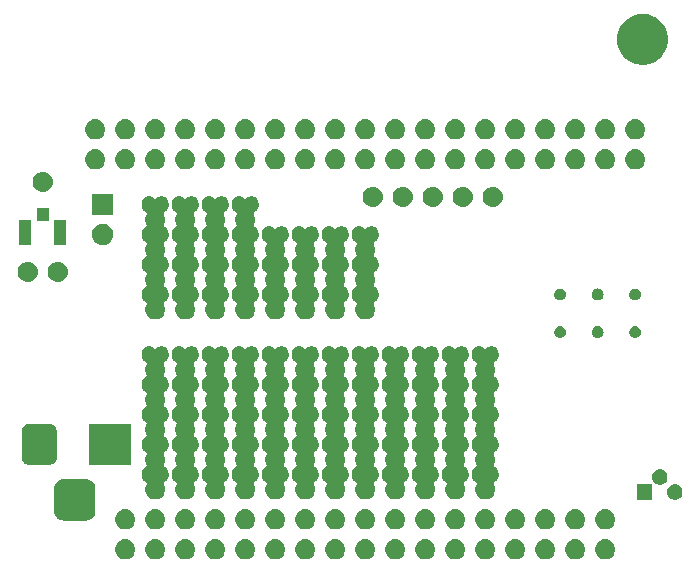
<source format=gbs>
G04 #@! TF.GenerationSoftware,KiCad,Pcbnew,5.0.2+dfsg1-1~bpo9+1*
G04 #@! TF.CreationDate,2020-03-29T02:56:01-04:00*
G04 #@! TF.ProjectId,attiny10,61747469-6e79-4313-902e-6b696361645f,0.10.a*
G04 #@! TF.SameCoordinates,Original*
G04 #@! TF.FileFunction,Soldermask,Bot*
G04 #@! TF.FilePolarity,Negative*
%FSLAX46Y46*%
G04 Gerber Fmt 4.6, Leading zero omitted, Abs format (unit mm)*
G04 Created by KiCad (PCBNEW 5.0.2+dfsg1-1~bpo9+1) date Sun 29 Mar 2020 02:56:01 AM EDT*
%MOMM*%
%LPD*%
G01*
G04 APERTURE LIST*
%ADD10C,0.150000*%
G04 APERTURE END LIST*
D10*
G36*
X80811630Y-102032299D02*
X80971855Y-102080903D01*
X81119520Y-102159831D01*
X81248949Y-102266051D01*
X81355169Y-102395480D01*
X81434097Y-102543145D01*
X81482701Y-102703370D01*
X81499112Y-102870000D01*
X81482701Y-103036630D01*
X81434097Y-103196855D01*
X81355169Y-103344520D01*
X81248949Y-103473949D01*
X81119520Y-103580169D01*
X80971855Y-103659097D01*
X80811630Y-103707701D01*
X80686752Y-103720000D01*
X80603248Y-103720000D01*
X80478370Y-103707701D01*
X80318145Y-103659097D01*
X80170480Y-103580169D01*
X80041051Y-103473949D01*
X79934831Y-103344520D01*
X79855903Y-103196855D01*
X79807299Y-103036630D01*
X79790888Y-102870000D01*
X79807299Y-102703370D01*
X79855903Y-102543145D01*
X79934831Y-102395480D01*
X80041051Y-102266051D01*
X80170480Y-102159831D01*
X80318145Y-102080903D01*
X80478370Y-102032299D01*
X80603248Y-102020000D01*
X80686752Y-102020000D01*
X80811630Y-102032299D01*
X80811630Y-102032299D01*
G37*
G36*
X63031630Y-102032299D02*
X63191855Y-102080903D01*
X63339520Y-102159831D01*
X63468949Y-102266051D01*
X63575169Y-102395480D01*
X63654097Y-102543145D01*
X63702701Y-102703370D01*
X63719112Y-102870000D01*
X63702701Y-103036630D01*
X63654097Y-103196855D01*
X63575169Y-103344520D01*
X63468949Y-103473949D01*
X63339520Y-103580169D01*
X63191855Y-103659097D01*
X63031630Y-103707701D01*
X62906752Y-103720000D01*
X62823248Y-103720000D01*
X62698370Y-103707701D01*
X62538145Y-103659097D01*
X62390480Y-103580169D01*
X62261051Y-103473949D01*
X62154831Y-103344520D01*
X62075903Y-103196855D01*
X62027299Y-103036630D01*
X62010888Y-102870000D01*
X62027299Y-102703370D01*
X62075903Y-102543145D01*
X62154831Y-102395480D01*
X62261051Y-102266051D01*
X62390480Y-102159831D01*
X62538145Y-102080903D01*
X62698370Y-102032299D01*
X62823248Y-102020000D01*
X62906752Y-102020000D01*
X63031630Y-102032299D01*
X63031630Y-102032299D01*
G37*
G36*
X50331630Y-102032299D02*
X50491855Y-102080903D01*
X50639520Y-102159831D01*
X50768949Y-102266051D01*
X50875169Y-102395480D01*
X50954097Y-102543145D01*
X51002701Y-102703370D01*
X51019112Y-102870000D01*
X51002701Y-103036630D01*
X50954097Y-103196855D01*
X50875169Y-103344520D01*
X50768949Y-103473949D01*
X50639520Y-103580169D01*
X50491855Y-103659097D01*
X50331630Y-103707701D01*
X50206752Y-103720000D01*
X50123248Y-103720000D01*
X49998370Y-103707701D01*
X49838145Y-103659097D01*
X49690480Y-103580169D01*
X49561051Y-103473949D01*
X49454831Y-103344520D01*
X49375903Y-103196855D01*
X49327299Y-103036630D01*
X49310888Y-102870000D01*
X49327299Y-102703370D01*
X49375903Y-102543145D01*
X49454831Y-102395480D01*
X49561051Y-102266051D01*
X49690480Y-102159831D01*
X49838145Y-102080903D01*
X49998370Y-102032299D01*
X50123248Y-102020000D01*
X50206752Y-102020000D01*
X50331630Y-102032299D01*
X50331630Y-102032299D01*
G37*
G36*
X45251630Y-102032299D02*
X45411855Y-102080903D01*
X45559520Y-102159831D01*
X45688949Y-102266051D01*
X45795169Y-102395480D01*
X45874097Y-102543145D01*
X45922701Y-102703370D01*
X45939112Y-102870000D01*
X45922701Y-103036630D01*
X45874097Y-103196855D01*
X45795169Y-103344520D01*
X45688949Y-103473949D01*
X45559520Y-103580169D01*
X45411855Y-103659097D01*
X45251630Y-103707701D01*
X45126752Y-103720000D01*
X45043248Y-103720000D01*
X44918370Y-103707701D01*
X44758145Y-103659097D01*
X44610480Y-103580169D01*
X44481051Y-103473949D01*
X44374831Y-103344520D01*
X44295903Y-103196855D01*
X44247299Y-103036630D01*
X44230888Y-102870000D01*
X44247299Y-102703370D01*
X44295903Y-102543145D01*
X44374831Y-102395480D01*
X44481051Y-102266051D01*
X44610480Y-102159831D01*
X44758145Y-102080903D01*
X44918370Y-102032299D01*
X45043248Y-102020000D01*
X45126752Y-102020000D01*
X45251630Y-102032299D01*
X45251630Y-102032299D01*
G37*
G36*
X52871630Y-102032299D02*
X53031855Y-102080903D01*
X53179520Y-102159831D01*
X53308949Y-102266051D01*
X53415169Y-102395480D01*
X53494097Y-102543145D01*
X53542701Y-102703370D01*
X53559112Y-102870000D01*
X53542701Y-103036630D01*
X53494097Y-103196855D01*
X53415169Y-103344520D01*
X53308949Y-103473949D01*
X53179520Y-103580169D01*
X53031855Y-103659097D01*
X52871630Y-103707701D01*
X52746752Y-103720000D01*
X52663248Y-103720000D01*
X52538370Y-103707701D01*
X52378145Y-103659097D01*
X52230480Y-103580169D01*
X52101051Y-103473949D01*
X51994831Y-103344520D01*
X51915903Y-103196855D01*
X51867299Y-103036630D01*
X51850888Y-102870000D01*
X51867299Y-102703370D01*
X51915903Y-102543145D01*
X51994831Y-102395480D01*
X52101051Y-102266051D01*
X52230480Y-102159831D01*
X52378145Y-102080903D01*
X52538370Y-102032299D01*
X52663248Y-102020000D01*
X52746752Y-102020000D01*
X52871630Y-102032299D01*
X52871630Y-102032299D01*
G37*
G36*
X47791630Y-102032299D02*
X47951855Y-102080903D01*
X48099520Y-102159831D01*
X48228949Y-102266051D01*
X48335169Y-102395480D01*
X48414097Y-102543145D01*
X48462701Y-102703370D01*
X48479112Y-102870000D01*
X48462701Y-103036630D01*
X48414097Y-103196855D01*
X48335169Y-103344520D01*
X48228949Y-103473949D01*
X48099520Y-103580169D01*
X47951855Y-103659097D01*
X47791630Y-103707701D01*
X47666752Y-103720000D01*
X47583248Y-103720000D01*
X47458370Y-103707701D01*
X47298145Y-103659097D01*
X47150480Y-103580169D01*
X47021051Y-103473949D01*
X46914831Y-103344520D01*
X46835903Y-103196855D01*
X46787299Y-103036630D01*
X46770888Y-102870000D01*
X46787299Y-102703370D01*
X46835903Y-102543145D01*
X46914831Y-102395480D01*
X47021051Y-102266051D01*
X47150480Y-102159831D01*
X47298145Y-102080903D01*
X47458370Y-102032299D01*
X47583248Y-102020000D01*
X47666752Y-102020000D01*
X47791630Y-102032299D01*
X47791630Y-102032299D01*
G37*
G36*
X42711630Y-102032299D02*
X42871855Y-102080903D01*
X43019520Y-102159831D01*
X43148949Y-102266051D01*
X43255169Y-102395480D01*
X43334097Y-102543145D01*
X43382701Y-102703370D01*
X43399112Y-102870000D01*
X43382701Y-103036630D01*
X43334097Y-103196855D01*
X43255169Y-103344520D01*
X43148949Y-103473949D01*
X43019520Y-103580169D01*
X42871855Y-103659097D01*
X42711630Y-103707701D01*
X42586752Y-103720000D01*
X42503248Y-103720000D01*
X42378370Y-103707701D01*
X42218145Y-103659097D01*
X42070480Y-103580169D01*
X41941051Y-103473949D01*
X41834831Y-103344520D01*
X41755903Y-103196855D01*
X41707299Y-103036630D01*
X41690888Y-102870000D01*
X41707299Y-102703370D01*
X41755903Y-102543145D01*
X41834831Y-102395480D01*
X41941051Y-102266051D01*
X42070480Y-102159831D01*
X42218145Y-102080903D01*
X42378370Y-102032299D01*
X42503248Y-102020000D01*
X42586752Y-102020000D01*
X42711630Y-102032299D01*
X42711630Y-102032299D01*
G37*
G36*
X40171630Y-102032299D02*
X40331855Y-102080903D01*
X40479520Y-102159831D01*
X40608949Y-102266051D01*
X40715169Y-102395480D01*
X40794097Y-102543145D01*
X40842701Y-102703370D01*
X40859112Y-102870000D01*
X40842701Y-103036630D01*
X40794097Y-103196855D01*
X40715169Y-103344520D01*
X40608949Y-103473949D01*
X40479520Y-103580169D01*
X40331855Y-103659097D01*
X40171630Y-103707701D01*
X40046752Y-103720000D01*
X39963248Y-103720000D01*
X39838370Y-103707701D01*
X39678145Y-103659097D01*
X39530480Y-103580169D01*
X39401051Y-103473949D01*
X39294831Y-103344520D01*
X39215903Y-103196855D01*
X39167299Y-103036630D01*
X39150888Y-102870000D01*
X39167299Y-102703370D01*
X39215903Y-102543145D01*
X39294831Y-102395480D01*
X39401051Y-102266051D01*
X39530480Y-102159831D01*
X39678145Y-102080903D01*
X39838370Y-102032299D01*
X39963248Y-102020000D01*
X40046752Y-102020000D01*
X40171630Y-102032299D01*
X40171630Y-102032299D01*
G37*
G36*
X57951630Y-102032299D02*
X58111855Y-102080903D01*
X58259520Y-102159831D01*
X58388949Y-102266051D01*
X58495169Y-102395480D01*
X58574097Y-102543145D01*
X58622701Y-102703370D01*
X58639112Y-102870000D01*
X58622701Y-103036630D01*
X58574097Y-103196855D01*
X58495169Y-103344520D01*
X58388949Y-103473949D01*
X58259520Y-103580169D01*
X58111855Y-103659097D01*
X57951630Y-103707701D01*
X57826752Y-103720000D01*
X57743248Y-103720000D01*
X57618370Y-103707701D01*
X57458145Y-103659097D01*
X57310480Y-103580169D01*
X57181051Y-103473949D01*
X57074831Y-103344520D01*
X56995903Y-103196855D01*
X56947299Y-103036630D01*
X56930888Y-102870000D01*
X56947299Y-102703370D01*
X56995903Y-102543145D01*
X57074831Y-102395480D01*
X57181051Y-102266051D01*
X57310480Y-102159831D01*
X57458145Y-102080903D01*
X57618370Y-102032299D01*
X57743248Y-102020000D01*
X57826752Y-102020000D01*
X57951630Y-102032299D01*
X57951630Y-102032299D01*
G37*
G36*
X68111630Y-102032299D02*
X68271855Y-102080903D01*
X68419520Y-102159831D01*
X68548949Y-102266051D01*
X68655169Y-102395480D01*
X68734097Y-102543145D01*
X68782701Y-102703370D01*
X68799112Y-102870000D01*
X68782701Y-103036630D01*
X68734097Y-103196855D01*
X68655169Y-103344520D01*
X68548949Y-103473949D01*
X68419520Y-103580169D01*
X68271855Y-103659097D01*
X68111630Y-103707701D01*
X67986752Y-103720000D01*
X67903248Y-103720000D01*
X67778370Y-103707701D01*
X67618145Y-103659097D01*
X67470480Y-103580169D01*
X67341051Y-103473949D01*
X67234831Y-103344520D01*
X67155903Y-103196855D01*
X67107299Y-103036630D01*
X67090888Y-102870000D01*
X67107299Y-102703370D01*
X67155903Y-102543145D01*
X67234831Y-102395480D01*
X67341051Y-102266051D01*
X67470480Y-102159831D01*
X67618145Y-102080903D01*
X67778370Y-102032299D01*
X67903248Y-102020000D01*
X67986752Y-102020000D01*
X68111630Y-102032299D01*
X68111630Y-102032299D01*
G37*
G36*
X55411630Y-102032299D02*
X55571855Y-102080903D01*
X55719520Y-102159831D01*
X55848949Y-102266051D01*
X55955169Y-102395480D01*
X56034097Y-102543145D01*
X56082701Y-102703370D01*
X56099112Y-102870000D01*
X56082701Y-103036630D01*
X56034097Y-103196855D01*
X55955169Y-103344520D01*
X55848949Y-103473949D01*
X55719520Y-103580169D01*
X55571855Y-103659097D01*
X55411630Y-103707701D01*
X55286752Y-103720000D01*
X55203248Y-103720000D01*
X55078370Y-103707701D01*
X54918145Y-103659097D01*
X54770480Y-103580169D01*
X54641051Y-103473949D01*
X54534831Y-103344520D01*
X54455903Y-103196855D01*
X54407299Y-103036630D01*
X54390888Y-102870000D01*
X54407299Y-102703370D01*
X54455903Y-102543145D01*
X54534831Y-102395480D01*
X54641051Y-102266051D01*
X54770480Y-102159831D01*
X54918145Y-102080903D01*
X55078370Y-102032299D01*
X55203248Y-102020000D01*
X55286752Y-102020000D01*
X55411630Y-102032299D01*
X55411630Y-102032299D01*
G37*
G36*
X60491630Y-102032299D02*
X60651855Y-102080903D01*
X60799520Y-102159831D01*
X60928949Y-102266051D01*
X61035169Y-102395480D01*
X61114097Y-102543145D01*
X61162701Y-102703370D01*
X61179112Y-102870000D01*
X61162701Y-103036630D01*
X61114097Y-103196855D01*
X61035169Y-103344520D01*
X60928949Y-103473949D01*
X60799520Y-103580169D01*
X60651855Y-103659097D01*
X60491630Y-103707701D01*
X60366752Y-103720000D01*
X60283248Y-103720000D01*
X60158370Y-103707701D01*
X59998145Y-103659097D01*
X59850480Y-103580169D01*
X59721051Y-103473949D01*
X59614831Y-103344520D01*
X59535903Y-103196855D01*
X59487299Y-103036630D01*
X59470888Y-102870000D01*
X59487299Y-102703370D01*
X59535903Y-102543145D01*
X59614831Y-102395480D01*
X59721051Y-102266051D01*
X59850480Y-102159831D01*
X59998145Y-102080903D01*
X60158370Y-102032299D01*
X60283248Y-102020000D01*
X60366752Y-102020000D01*
X60491630Y-102032299D01*
X60491630Y-102032299D01*
G37*
G36*
X65571630Y-102032299D02*
X65731855Y-102080903D01*
X65879520Y-102159831D01*
X66008949Y-102266051D01*
X66115169Y-102395480D01*
X66194097Y-102543145D01*
X66242701Y-102703370D01*
X66259112Y-102870000D01*
X66242701Y-103036630D01*
X66194097Y-103196855D01*
X66115169Y-103344520D01*
X66008949Y-103473949D01*
X65879520Y-103580169D01*
X65731855Y-103659097D01*
X65571630Y-103707701D01*
X65446752Y-103720000D01*
X65363248Y-103720000D01*
X65238370Y-103707701D01*
X65078145Y-103659097D01*
X64930480Y-103580169D01*
X64801051Y-103473949D01*
X64694831Y-103344520D01*
X64615903Y-103196855D01*
X64567299Y-103036630D01*
X64550888Y-102870000D01*
X64567299Y-102703370D01*
X64615903Y-102543145D01*
X64694831Y-102395480D01*
X64801051Y-102266051D01*
X64930480Y-102159831D01*
X65078145Y-102080903D01*
X65238370Y-102032299D01*
X65363248Y-102020000D01*
X65446752Y-102020000D01*
X65571630Y-102032299D01*
X65571630Y-102032299D01*
G37*
G36*
X75731630Y-102032299D02*
X75891855Y-102080903D01*
X76039520Y-102159831D01*
X76168949Y-102266051D01*
X76275169Y-102395480D01*
X76354097Y-102543145D01*
X76402701Y-102703370D01*
X76419112Y-102870000D01*
X76402701Y-103036630D01*
X76354097Y-103196855D01*
X76275169Y-103344520D01*
X76168949Y-103473949D01*
X76039520Y-103580169D01*
X75891855Y-103659097D01*
X75731630Y-103707701D01*
X75606752Y-103720000D01*
X75523248Y-103720000D01*
X75398370Y-103707701D01*
X75238145Y-103659097D01*
X75090480Y-103580169D01*
X74961051Y-103473949D01*
X74854831Y-103344520D01*
X74775903Y-103196855D01*
X74727299Y-103036630D01*
X74710888Y-102870000D01*
X74727299Y-102703370D01*
X74775903Y-102543145D01*
X74854831Y-102395480D01*
X74961051Y-102266051D01*
X75090480Y-102159831D01*
X75238145Y-102080903D01*
X75398370Y-102032299D01*
X75523248Y-102020000D01*
X75606752Y-102020000D01*
X75731630Y-102032299D01*
X75731630Y-102032299D01*
G37*
G36*
X70651630Y-102032299D02*
X70811855Y-102080903D01*
X70959520Y-102159831D01*
X71088949Y-102266051D01*
X71195169Y-102395480D01*
X71274097Y-102543145D01*
X71322701Y-102703370D01*
X71339112Y-102870000D01*
X71322701Y-103036630D01*
X71274097Y-103196855D01*
X71195169Y-103344520D01*
X71088949Y-103473949D01*
X70959520Y-103580169D01*
X70811855Y-103659097D01*
X70651630Y-103707701D01*
X70526752Y-103720000D01*
X70443248Y-103720000D01*
X70318370Y-103707701D01*
X70158145Y-103659097D01*
X70010480Y-103580169D01*
X69881051Y-103473949D01*
X69774831Y-103344520D01*
X69695903Y-103196855D01*
X69647299Y-103036630D01*
X69630888Y-102870000D01*
X69647299Y-102703370D01*
X69695903Y-102543145D01*
X69774831Y-102395480D01*
X69881051Y-102266051D01*
X70010480Y-102159831D01*
X70158145Y-102080903D01*
X70318370Y-102032299D01*
X70443248Y-102020000D01*
X70526752Y-102020000D01*
X70651630Y-102032299D01*
X70651630Y-102032299D01*
G37*
G36*
X78271630Y-102032299D02*
X78431855Y-102080903D01*
X78579520Y-102159831D01*
X78708949Y-102266051D01*
X78815169Y-102395480D01*
X78894097Y-102543145D01*
X78942701Y-102703370D01*
X78959112Y-102870000D01*
X78942701Y-103036630D01*
X78894097Y-103196855D01*
X78815169Y-103344520D01*
X78708949Y-103473949D01*
X78579520Y-103580169D01*
X78431855Y-103659097D01*
X78271630Y-103707701D01*
X78146752Y-103720000D01*
X78063248Y-103720000D01*
X77938370Y-103707701D01*
X77778145Y-103659097D01*
X77630480Y-103580169D01*
X77501051Y-103473949D01*
X77394831Y-103344520D01*
X77315903Y-103196855D01*
X77267299Y-103036630D01*
X77250888Y-102870000D01*
X77267299Y-102703370D01*
X77315903Y-102543145D01*
X77394831Y-102395480D01*
X77501051Y-102266051D01*
X77630480Y-102159831D01*
X77778145Y-102080903D01*
X77938370Y-102032299D01*
X78063248Y-102020000D01*
X78146752Y-102020000D01*
X78271630Y-102032299D01*
X78271630Y-102032299D01*
G37*
G36*
X73191630Y-102032299D02*
X73351855Y-102080903D01*
X73499520Y-102159831D01*
X73628949Y-102266051D01*
X73735169Y-102395480D01*
X73814097Y-102543145D01*
X73862701Y-102703370D01*
X73879112Y-102870000D01*
X73862701Y-103036630D01*
X73814097Y-103196855D01*
X73735169Y-103344520D01*
X73628949Y-103473949D01*
X73499520Y-103580169D01*
X73351855Y-103659097D01*
X73191630Y-103707701D01*
X73066752Y-103720000D01*
X72983248Y-103720000D01*
X72858370Y-103707701D01*
X72698145Y-103659097D01*
X72550480Y-103580169D01*
X72421051Y-103473949D01*
X72314831Y-103344520D01*
X72235903Y-103196855D01*
X72187299Y-103036630D01*
X72170888Y-102870000D01*
X72187299Y-102703370D01*
X72235903Y-102543145D01*
X72314831Y-102395480D01*
X72421051Y-102266051D01*
X72550480Y-102159831D01*
X72698145Y-102080903D01*
X72858370Y-102032299D01*
X72983248Y-102020000D01*
X73066752Y-102020000D01*
X73191630Y-102032299D01*
X73191630Y-102032299D01*
G37*
G36*
X42711630Y-99492299D02*
X42871855Y-99540903D01*
X43019520Y-99619831D01*
X43148949Y-99726051D01*
X43255169Y-99855480D01*
X43334097Y-100003145D01*
X43382701Y-100163370D01*
X43399112Y-100330000D01*
X43382701Y-100496630D01*
X43334097Y-100656855D01*
X43255169Y-100804520D01*
X43148949Y-100933949D01*
X43019520Y-101040169D01*
X42871855Y-101119097D01*
X42711630Y-101167701D01*
X42586752Y-101180000D01*
X42503248Y-101180000D01*
X42378370Y-101167701D01*
X42218145Y-101119097D01*
X42070480Y-101040169D01*
X41941051Y-100933949D01*
X41834831Y-100804520D01*
X41755903Y-100656855D01*
X41707299Y-100496630D01*
X41690888Y-100330000D01*
X41707299Y-100163370D01*
X41755903Y-100003145D01*
X41834831Y-99855480D01*
X41941051Y-99726051D01*
X42070480Y-99619831D01*
X42218145Y-99540903D01*
X42378370Y-99492299D01*
X42503248Y-99480000D01*
X42586752Y-99480000D01*
X42711630Y-99492299D01*
X42711630Y-99492299D01*
G37*
G36*
X68111630Y-99492299D02*
X68271855Y-99540903D01*
X68419520Y-99619831D01*
X68548949Y-99726051D01*
X68655169Y-99855480D01*
X68734097Y-100003145D01*
X68782701Y-100163370D01*
X68799112Y-100330000D01*
X68782701Y-100496630D01*
X68734097Y-100656855D01*
X68655169Y-100804520D01*
X68548949Y-100933949D01*
X68419520Y-101040169D01*
X68271855Y-101119097D01*
X68111630Y-101167701D01*
X67986752Y-101180000D01*
X67903248Y-101180000D01*
X67778370Y-101167701D01*
X67618145Y-101119097D01*
X67470480Y-101040169D01*
X67341051Y-100933949D01*
X67234831Y-100804520D01*
X67155903Y-100656855D01*
X67107299Y-100496630D01*
X67090888Y-100330000D01*
X67107299Y-100163370D01*
X67155903Y-100003145D01*
X67234831Y-99855480D01*
X67341051Y-99726051D01*
X67470480Y-99619831D01*
X67618145Y-99540903D01*
X67778370Y-99492299D01*
X67903248Y-99480000D01*
X67986752Y-99480000D01*
X68111630Y-99492299D01*
X68111630Y-99492299D01*
G37*
G36*
X55411630Y-99492299D02*
X55571855Y-99540903D01*
X55719520Y-99619831D01*
X55848949Y-99726051D01*
X55955169Y-99855480D01*
X56034097Y-100003145D01*
X56082701Y-100163370D01*
X56099112Y-100330000D01*
X56082701Y-100496630D01*
X56034097Y-100656855D01*
X55955169Y-100804520D01*
X55848949Y-100933949D01*
X55719520Y-101040169D01*
X55571855Y-101119097D01*
X55411630Y-101167701D01*
X55286752Y-101180000D01*
X55203248Y-101180000D01*
X55078370Y-101167701D01*
X54918145Y-101119097D01*
X54770480Y-101040169D01*
X54641051Y-100933949D01*
X54534831Y-100804520D01*
X54455903Y-100656855D01*
X54407299Y-100496630D01*
X54390888Y-100330000D01*
X54407299Y-100163370D01*
X54455903Y-100003145D01*
X54534831Y-99855480D01*
X54641051Y-99726051D01*
X54770480Y-99619831D01*
X54918145Y-99540903D01*
X55078370Y-99492299D01*
X55203248Y-99480000D01*
X55286752Y-99480000D01*
X55411630Y-99492299D01*
X55411630Y-99492299D01*
G37*
G36*
X47791630Y-99492299D02*
X47951855Y-99540903D01*
X48099520Y-99619831D01*
X48228949Y-99726051D01*
X48335169Y-99855480D01*
X48414097Y-100003145D01*
X48462701Y-100163370D01*
X48479112Y-100330000D01*
X48462701Y-100496630D01*
X48414097Y-100656855D01*
X48335169Y-100804520D01*
X48228949Y-100933949D01*
X48099520Y-101040169D01*
X47951855Y-101119097D01*
X47791630Y-101167701D01*
X47666752Y-101180000D01*
X47583248Y-101180000D01*
X47458370Y-101167701D01*
X47298145Y-101119097D01*
X47150480Y-101040169D01*
X47021051Y-100933949D01*
X46914831Y-100804520D01*
X46835903Y-100656855D01*
X46787299Y-100496630D01*
X46770888Y-100330000D01*
X46787299Y-100163370D01*
X46835903Y-100003145D01*
X46914831Y-99855480D01*
X47021051Y-99726051D01*
X47150480Y-99619831D01*
X47298145Y-99540903D01*
X47458370Y-99492299D01*
X47583248Y-99480000D01*
X47666752Y-99480000D01*
X47791630Y-99492299D01*
X47791630Y-99492299D01*
G37*
G36*
X52871630Y-99492299D02*
X53031855Y-99540903D01*
X53179520Y-99619831D01*
X53308949Y-99726051D01*
X53415169Y-99855480D01*
X53494097Y-100003145D01*
X53542701Y-100163370D01*
X53559112Y-100330000D01*
X53542701Y-100496630D01*
X53494097Y-100656855D01*
X53415169Y-100804520D01*
X53308949Y-100933949D01*
X53179520Y-101040169D01*
X53031855Y-101119097D01*
X52871630Y-101167701D01*
X52746752Y-101180000D01*
X52663248Y-101180000D01*
X52538370Y-101167701D01*
X52378145Y-101119097D01*
X52230480Y-101040169D01*
X52101051Y-100933949D01*
X51994831Y-100804520D01*
X51915903Y-100656855D01*
X51867299Y-100496630D01*
X51850888Y-100330000D01*
X51867299Y-100163370D01*
X51915903Y-100003145D01*
X51994831Y-99855480D01*
X52101051Y-99726051D01*
X52230480Y-99619831D01*
X52378145Y-99540903D01*
X52538370Y-99492299D01*
X52663248Y-99480000D01*
X52746752Y-99480000D01*
X52871630Y-99492299D01*
X52871630Y-99492299D01*
G37*
G36*
X50331630Y-99492299D02*
X50491855Y-99540903D01*
X50639520Y-99619831D01*
X50768949Y-99726051D01*
X50875169Y-99855480D01*
X50954097Y-100003145D01*
X51002701Y-100163370D01*
X51019112Y-100330000D01*
X51002701Y-100496630D01*
X50954097Y-100656855D01*
X50875169Y-100804520D01*
X50768949Y-100933949D01*
X50639520Y-101040169D01*
X50491855Y-101119097D01*
X50331630Y-101167701D01*
X50206752Y-101180000D01*
X50123248Y-101180000D01*
X49998370Y-101167701D01*
X49838145Y-101119097D01*
X49690480Y-101040169D01*
X49561051Y-100933949D01*
X49454831Y-100804520D01*
X49375903Y-100656855D01*
X49327299Y-100496630D01*
X49310888Y-100330000D01*
X49327299Y-100163370D01*
X49375903Y-100003145D01*
X49454831Y-99855480D01*
X49561051Y-99726051D01*
X49690480Y-99619831D01*
X49838145Y-99540903D01*
X49998370Y-99492299D01*
X50123248Y-99480000D01*
X50206752Y-99480000D01*
X50331630Y-99492299D01*
X50331630Y-99492299D01*
G37*
G36*
X45251630Y-99492299D02*
X45411855Y-99540903D01*
X45559520Y-99619831D01*
X45688949Y-99726051D01*
X45795169Y-99855480D01*
X45874097Y-100003145D01*
X45922701Y-100163370D01*
X45939112Y-100330000D01*
X45922701Y-100496630D01*
X45874097Y-100656855D01*
X45795169Y-100804520D01*
X45688949Y-100933949D01*
X45559520Y-101040169D01*
X45411855Y-101119097D01*
X45251630Y-101167701D01*
X45126752Y-101180000D01*
X45043248Y-101180000D01*
X44918370Y-101167701D01*
X44758145Y-101119097D01*
X44610480Y-101040169D01*
X44481051Y-100933949D01*
X44374831Y-100804520D01*
X44295903Y-100656855D01*
X44247299Y-100496630D01*
X44230888Y-100330000D01*
X44247299Y-100163370D01*
X44295903Y-100003145D01*
X44374831Y-99855480D01*
X44481051Y-99726051D01*
X44610480Y-99619831D01*
X44758145Y-99540903D01*
X44918370Y-99492299D01*
X45043248Y-99480000D01*
X45126752Y-99480000D01*
X45251630Y-99492299D01*
X45251630Y-99492299D01*
G37*
G36*
X40171630Y-99492299D02*
X40331855Y-99540903D01*
X40479520Y-99619831D01*
X40608949Y-99726051D01*
X40715169Y-99855480D01*
X40794097Y-100003145D01*
X40842701Y-100163370D01*
X40859112Y-100330000D01*
X40842701Y-100496630D01*
X40794097Y-100656855D01*
X40715169Y-100804520D01*
X40608949Y-100933949D01*
X40479520Y-101040169D01*
X40331855Y-101119097D01*
X40171630Y-101167701D01*
X40046752Y-101180000D01*
X39963248Y-101180000D01*
X39838370Y-101167701D01*
X39678145Y-101119097D01*
X39530480Y-101040169D01*
X39401051Y-100933949D01*
X39294831Y-100804520D01*
X39215903Y-100656855D01*
X39167299Y-100496630D01*
X39150888Y-100330000D01*
X39167299Y-100163370D01*
X39215903Y-100003145D01*
X39294831Y-99855480D01*
X39401051Y-99726051D01*
X39530480Y-99619831D01*
X39678145Y-99540903D01*
X39838370Y-99492299D01*
X39963248Y-99480000D01*
X40046752Y-99480000D01*
X40171630Y-99492299D01*
X40171630Y-99492299D01*
G37*
G36*
X65571630Y-99492299D02*
X65731855Y-99540903D01*
X65879520Y-99619831D01*
X66008949Y-99726051D01*
X66115169Y-99855480D01*
X66194097Y-100003145D01*
X66242701Y-100163370D01*
X66259112Y-100330000D01*
X66242701Y-100496630D01*
X66194097Y-100656855D01*
X66115169Y-100804520D01*
X66008949Y-100933949D01*
X65879520Y-101040169D01*
X65731855Y-101119097D01*
X65571630Y-101167701D01*
X65446752Y-101180000D01*
X65363248Y-101180000D01*
X65238370Y-101167701D01*
X65078145Y-101119097D01*
X64930480Y-101040169D01*
X64801051Y-100933949D01*
X64694831Y-100804520D01*
X64615903Y-100656855D01*
X64567299Y-100496630D01*
X64550888Y-100330000D01*
X64567299Y-100163370D01*
X64615903Y-100003145D01*
X64694831Y-99855480D01*
X64801051Y-99726051D01*
X64930480Y-99619831D01*
X65078145Y-99540903D01*
X65238370Y-99492299D01*
X65363248Y-99480000D01*
X65446752Y-99480000D01*
X65571630Y-99492299D01*
X65571630Y-99492299D01*
G37*
G36*
X60491630Y-99492299D02*
X60651855Y-99540903D01*
X60799520Y-99619831D01*
X60928949Y-99726051D01*
X61035169Y-99855480D01*
X61114097Y-100003145D01*
X61162701Y-100163370D01*
X61179112Y-100330000D01*
X61162701Y-100496630D01*
X61114097Y-100656855D01*
X61035169Y-100804520D01*
X60928949Y-100933949D01*
X60799520Y-101040169D01*
X60651855Y-101119097D01*
X60491630Y-101167701D01*
X60366752Y-101180000D01*
X60283248Y-101180000D01*
X60158370Y-101167701D01*
X59998145Y-101119097D01*
X59850480Y-101040169D01*
X59721051Y-100933949D01*
X59614831Y-100804520D01*
X59535903Y-100656855D01*
X59487299Y-100496630D01*
X59470888Y-100330000D01*
X59487299Y-100163370D01*
X59535903Y-100003145D01*
X59614831Y-99855480D01*
X59721051Y-99726051D01*
X59850480Y-99619831D01*
X59998145Y-99540903D01*
X60158370Y-99492299D01*
X60283248Y-99480000D01*
X60366752Y-99480000D01*
X60491630Y-99492299D01*
X60491630Y-99492299D01*
G37*
G36*
X63031630Y-99492299D02*
X63191855Y-99540903D01*
X63339520Y-99619831D01*
X63468949Y-99726051D01*
X63575169Y-99855480D01*
X63654097Y-100003145D01*
X63702701Y-100163370D01*
X63719112Y-100330000D01*
X63702701Y-100496630D01*
X63654097Y-100656855D01*
X63575169Y-100804520D01*
X63468949Y-100933949D01*
X63339520Y-101040169D01*
X63191855Y-101119097D01*
X63031630Y-101167701D01*
X62906752Y-101180000D01*
X62823248Y-101180000D01*
X62698370Y-101167701D01*
X62538145Y-101119097D01*
X62390480Y-101040169D01*
X62261051Y-100933949D01*
X62154831Y-100804520D01*
X62075903Y-100656855D01*
X62027299Y-100496630D01*
X62010888Y-100330000D01*
X62027299Y-100163370D01*
X62075903Y-100003145D01*
X62154831Y-99855480D01*
X62261051Y-99726051D01*
X62390480Y-99619831D01*
X62538145Y-99540903D01*
X62698370Y-99492299D01*
X62823248Y-99480000D01*
X62906752Y-99480000D01*
X63031630Y-99492299D01*
X63031630Y-99492299D01*
G37*
G36*
X57951630Y-99492299D02*
X58111855Y-99540903D01*
X58259520Y-99619831D01*
X58388949Y-99726051D01*
X58495169Y-99855480D01*
X58574097Y-100003145D01*
X58622701Y-100163370D01*
X58639112Y-100330000D01*
X58622701Y-100496630D01*
X58574097Y-100656855D01*
X58495169Y-100804520D01*
X58388949Y-100933949D01*
X58259520Y-101040169D01*
X58111855Y-101119097D01*
X57951630Y-101167701D01*
X57826752Y-101180000D01*
X57743248Y-101180000D01*
X57618370Y-101167701D01*
X57458145Y-101119097D01*
X57310480Y-101040169D01*
X57181051Y-100933949D01*
X57074831Y-100804520D01*
X56995903Y-100656855D01*
X56947299Y-100496630D01*
X56930888Y-100330000D01*
X56947299Y-100163370D01*
X56995903Y-100003145D01*
X57074831Y-99855480D01*
X57181051Y-99726051D01*
X57310480Y-99619831D01*
X57458145Y-99540903D01*
X57618370Y-99492299D01*
X57743248Y-99480000D01*
X57826752Y-99480000D01*
X57951630Y-99492299D01*
X57951630Y-99492299D01*
G37*
G36*
X70651630Y-99492299D02*
X70811855Y-99540903D01*
X70959520Y-99619831D01*
X71088949Y-99726051D01*
X71195169Y-99855480D01*
X71274097Y-100003145D01*
X71322701Y-100163370D01*
X71339112Y-100330000D01*
X71322701Y-100496630D01*
X71274097Y-100656855D01*
X71195169Y-100804520D01*
X71088949Y-100933949D01*
X70959520Y-101040169D01*
X70811855Y-101119097D01*
X70651630Y-101167701D01*
X70526752Y-101180000D01*
X70443248Y-101180000D01*
X70318370Y-101167701D01*
X70158145Y-101119097D01*
X70010480Y-101040169D01*
X69881051Y-100933949D01*
X69774831Y-100804520D01*
X69695903Y-100656855D01*
X69647299Y-100496630D01*
X69630888Y-100330000D01*
X69647299Y-100163370D01*
X69695903Y-100003145D01*
X69774831Y-99855480D01*
X69881051Y-99726051D01*
X70010480Y-99619831D01*
X70158145Y-99540903D01*
X70318370Y-99492299D01*
X70443248Y-99480000D01*
X70526752Y-99480000D01*
X70651630Y-99492299D01*
X70651630Y-99492299D01*
G37*
G36*
X75731630Y-99492299D02*
X75891855Y-99540903D01*
X76039520Y-99619831D01*
X76168949Y-99726051D01*
X76275169Y-99855480D01*
X76354097Y-100003145D01*
X76402701Y-100163370D01*
X76419112Y-100330000D01*
X76402701Y-100496630D01*
X76354097Y-100656855D01*
X76275169Y-100804520D01*
X76168949Y-100933949D01*
X76039520Y-101040169D01*
X75891855Y-101119097D01*
X75731630Y-101167701D01*
X75606752Y-101180000D01*
X75523248Y-101180000D01*
X75398370Y-101167701D01*
X75238145Y-101119097D01*
X75090480Y-101040169D01*
X74961051Y-100933949D01*
X74854831Y-100804520D01*
X74775903Y-100656855D01*
X74727299Y-100496630D01*
X74710888Y-100330000D01*
X74727299Y-100163370D01*
X74775903Y-100003145D01*
X74854831Y-99855480D01*
X74961051Y-99726051D01*
X75090480Y-99619831D01*
X75238145Y-99540903D01*
X75398370Y-99492299D01*
X75523248Y-99480000D01*
X75606752Y-99480000D01*
X75731630Y-99492299D01*
X75731630Y-99492299D01*
G37*
G36*
X73191630Y-99492299D02*
X73351855Y-99540903D01*
X73499520Y-99619831D01*
X73628949Y-99726051D01*
X73735169Y-99855480D01*
X73814097Y-100003145D01*
X73862701Y-100163370D01*
X73879112Y-100330000D01*
X73862701Y-100496630D01*
X73814097Y-100656855D01*
X73735169Y-100804520D01*
X73628949Y-100933949D01*
X73499520Y-101040169D01*
X73351855Y-101119097D01*
X73191630Y-101167701D01*
X73066752Y-101180000D01*
X72983248Y-101180000D01*
X72858370Y-101167701D01*
X72698145Y-101119097D01*
X72550480Y-101040169D01*
X72421051Y-100933949D01*
X72314831Y-100804520D01*
X72235903Y-100656855D01*
X72187299Y-100496630D01*
X72170888Y-100330000D01*
X72187299Y-100163370D01*
X72235903Y-100003145D01*
X72314831Y-99855480D01*
X72421051Y-99726051D01*
X72550480Y-99619831D01*
X72698145Y-99540903D01*
X72858370Y-99492299D01*
X72983248Y-99480000D01*
X73066752Y-99480000D01*
X73191630Y-99492299D01*
X73191630Y-99492299D01*
G37*
G36*
X80811630Y-99492299D02*
X80971855Y-99540903D01*
X81119520Y-99619831D01*
X81248949Y-99726051D01*
X81355169Y-99855480D01*
X81434097Y-100003145D01*
X81482701Y-100163370D01*
X81499112Y-100330000D01*
X81482701Y-100496630D01*
X81434097Y-100656855D01*
X81355169Y-100804520D01*
X81248949Y-100933949D01*
X81119520Y-101040169D01*
X80971855Y-101119097D01*
X80811630Y-101167701D01*
X80686752Y-101180000D01*
X80603248Y-101180000D01*
X80478370Y-101167701D01*
X80318145Y-101119097D01*
X80170480Y-101040169D01*
X80041051Y-100933949D01*
X79934831Y-100804520D01*
X79855903Y-100656855D01*
X79807299Y-100496630D01*
X79790888Y-100330000D01*
X79807299Y-100163370D01*
X79855903Y-100003145D01*
X79934831Y-99855480D01*
X80041051Y-99726051D01*
X80170480Y-99619831D01*
X80318145Y-99540903D01*
X80478370Y-99492299D01*
X80603248Y-99480000D01*
X80686752Y-99480000D01*
X80811630Y-99492299D01*
X80811630Y-99492299D01*
G37*
G36*
X78271630Y-99492299D02*
X78431855Y-99540903D01*
X78579520Y-99619831D01*
X78708949Y-99726051D01*
X78815169Y-99855480D01*
X78894097Y-100003145D01*
X78942701Y-100163370D01*
X78959112Y-100330000D01*
X78942701Y-100496630D01*
X78894097Y-100656855D01*
X78815169Y-100804520D01*
X78708949Y-100933949D01*
X78579520Y-101040169D01*
X78431855Y-101119097D01*
X78271630Y-101167701D01*
X78146752Y-101180000D01*
X78063248Y-101180000D01*
X77938370Y-101167701D01*
X77778145Y-101119097D01*
X77630480Y-101040169D01*
X77501051Y-100933949D01*
X77394831Y-100804520D01*
X77315903Y-100656855D01*
X77267299Y-100496630D01*
X77250888Y-100330000D01*
X77267299Y-100163370D01*
X77315903Y-100003145D01*
X77394831Y-99855480D01*
X77501051Y-99726051D01*
X77630480Y-99619831D01*
X77778145Y-99540903D01*
X77938370Y-99492299D01*
X78063248Y-99480000D01*
X78146752Y-99480000D01*
X78271630Y-99492299D01*
X78271630Y-99492299D01*
G37*
G36*
X36830891Y-96946205D02*
X36983200Y-96992407D01*
X37123567Y-97067435D01*
X37246597Y-97168403D01*
X37347565Y-97291433D01*
X37422593Y-97431800D01*
X37468795Y-97584109D01*
X37485000Y-97748640D01*
X37485000Y-99611360D01*
X37468795Y-99775891D01*
X37422593Y-99928200D01*
X37347565Y-100068567D01*
X37246597Y-100191597D01*
X37123567Y-100292565D01*
X36983200Y-100367593D01*
X36830891Y-100413795D01*
X36666360Y-100430000D01*
X34803640Y-100430000D01*
X34639109Y-100413795D01*
X34486800Y-100367593D01*
X34346433Y-100292565D01*
X34223403Y-100191597D01*
X34122435Y-100068567D01*
X34047407Y-99928200D01*
X34001205Y-99775891D01*
X33985000Y-99611360D01*
X33985000Y-97748640D01*
X34001205Y-97584109D01*
X34047407Y-97431800D01*
X34122435Y-97291433D01*
X34223403Y-97168403D01*
X34346433Y-97067435D01*
X34486800Y-96992407D01*
X34639109Y-96946205D01*
X34803640Y-96930000D01*
X36666360Y-96930000D01*
X36830891Y-96946205D01*
X36830891Y-96946205D01*
G37*
G36*
X84650000Y-98650000D02*
X83350000Y-98650000D01*
X83350000Y-97350000D01*
X84650000Y-97350000D01*
X84650000Y-98650000D01*
X84650000Y-98650000D01*
G37*
G36*
X86687738Y-97366653D02*
X86729598Y-97374979D01*
X86764245Y-97389330D01*
X86847890Y-97423977D01*
X86954354Y-97495114D01*
X87044886Y-97585646D01*
X87116023Y-97692110D01*
X87165021Y-97810403D01*
X87190000Y-97935979D01*
X87190000Y-98064021D01*
X87165021Y-98189597D01*
X87116023Y-98307890D01*
X87044886Y-98414354D01*
X86954354Y-98504886D01*
X86847890Y-98576023D01*
X86764245Y-98610670D01*
X86729598Y-98625021D01*
X86687738Y-98633347D01*
X86604021Y-98650000D01*
X86475979Y-98650000D01*
X86392262Y-98633347D01*
X86350402Y-98625021D01*
X86315755Y-98610670D01*
X86232110Y-98576023D01*
X86125646Y-98504886D01*
X86035114Y-98414354D01*
X85963977Y-98307890D01*
X85914979Y-98189597D01*
X85890000Y-98064021D01*
X85890000Y-97935979D01*
X85914979Y-97810403D01*
X85963977Y-97692110D01*
X86035114Y-97585646D01*
X86125646Y-97495114D01*
X86232110Y-97423977D01*
X86315755Y-97389330D01*
X86350402Y-97374979D01*
X86392262Y-97366653D01*
X86475979Y-97350000D01*
X86604021Y-97350000D01*
X86687738Y-97366653D01*
X86687738Y-97366653D01*
G37*
G36*
X43197620Y-85668682D02*
X43310720Y-85702990D01*
X43414954Y-85758704D01*
X43506317Y-85833683D01*
X43581296Y-85925045D01*
X43637010Y-86029279D01*
X43671318Y-86142379D01*
X43680000Y-86230526D01*
X43680000Y-86489473D01*
X43671318Y-86577620D01*
X43637010Y-86690720D01*
X43581296Y-86794955D01*
X43506317Y-86886317D01*
X43414955Y-86961296D01*
X43320174Y-87011957D01*
X43299811Y-87025564D01*
X43282484Y-87042891D01*
X43268870Y-87063266D01*
X43259492Y-87085905D01*
X43254712Y-87109938D01*
X43254712Y-87134442D01*
X43259493Y-87158476D01*
X43268870Y-87181114D01*
X43306117Y-87250799D01*
X43334097Y-87303145D01*
X43334097Y-87303146D01*
X43382701Y-87463370D01*
X43399112Y-87630000D01*
X43382701Y-87796630D01*
X43343273Y-87926604D01*
X43334097Y-87956855D01*
X43306117Y-88009201D01*
X43268870Y-88078886D01*
X43259492Y-88101525D01*
X43254712Y-88125558D01*
X43254712Y-88150063D01*
X43259493Y-88174096D01*
X43268870Y-88196735D01*
X43282484Y-88217110D01*
X43299811Y-88234437D01*
X43320178Y-88248046D01*
X43414954Y-88298704D01*
X43506317Y-88373683D01*
X43581296Y-88465045D01*
X43637010Y-88569279D01*
X43671318Y-88682379D01*
X43680000Y-88770526D01*
X43680000Y-89029473D01*
X43671318Y-89117620D01*
X43637010Y-89230720D01*
X43581296Y-89334955D01*
X43506317Y-89426317D01*
X43414955Y-89501296D01*
X43320174Y-89551957D01*
X43299811Y-89565564D01*
X43282484Y-89582891D01*
X43268870Y-89603266D01*
X43259492Y-89625905D01*
X43254712Y-89649938D01*
X43254712Y-89674442D01*
X43259493Y-89698476D01*
X43268870Y-89721114D01*
X43306117Y-89790799D01*
X43334097Y-89843145D01*
X43334097Y-89843146D01*
X43382701Y-90003370D01*
X43399112Y-90170000D01*
X43382701Y-90336630D01*
X43343273Y-90466604D01*
X43334097Y-90496855D01*
X43306117Y-90549201D01*
X43268870Y-90618886D01*
X43259492Y-90641525D01*
X43254712Y-90665558D01*
X43254712Y-90690063D01*
X43259493Y-90714096D01*
X43268870Y-90736735D01*
X43282484Y-90757110D01*
X43299811Y-90774437D01*
X43320178Y-90788046D01*
X43414954Y-90838704D01*
X43506317Y-90913683D01*
X43581296Y-91005045D01*
X43637010Y-91109279D01*
X43671318Y-91222379D01*
X43680000Y-91310526D01*
X43680000Y-91569473D01*
X43671318Y-91657620D01*
X43637010Y-91770720D01*
X43581296Y-91874955D01*
X43506317Y-91966317D01*
X43414955Y-92041296D01*
X43320174Y-92091957D01*
X43299811Y-92105564D01*
X43282484Y-92122891D01*
X43268870Y-92143266D01*
X43259492Y-92165905D01*
X43254712Y-92189938D01*
X43254712Y-92214442D01*
X43259493Y-92238476D01*
X43268870Y-92261114D01*
X43282754Y-92287090D01*
X43334097Y-92383145D01*
X43334097Y-92383146D01*
X43382701Y-92543370D01*
X43399112Y-92710000D01*
X43382701Y-92876630D01*
X43343273Y-93006604D01*
X43334097Y-93036855D01*
X43306117Y-93089201D01*
X43268870Y-93158886D01*
X43259492Y-93181525D01*
X43254712Y-93205558D01*
X43254712Y-93230063D01*
X43259493Y-93254096D01*
X43268870Y-93276735D01*
X43282484Y-93297110D01*
X43299811Y-93314437D01*
X43320178Y-93328046D01*
X43414954Y-93378704D01*
X43506317Y-93453683D01*
X43581296Y-93545045D01*
X43637010Y-93649279D01*
X43671318Y-93762379D01*
X43680000Y-93850526D01*
X43680000Y-94109473D01*
X43671318Y-94197620D01*
X43637010Y-94310720D01*
X43581296Y-94414955D01*
X43506317Y-94506317D01*
X43414955Y-94581296D01*
X43320174Y-94631957D01*
X43299811Y-94645564D01*
X43282484Y-94662891D01*
X43268870Y-94683266D01*
X43259492Y-94705905D01*
X43254712Y-94729938D01*
X43254712Y-94754442D01*
X43259493Y-94778476D01*
X43268870Y-94801114D01*
X43306117Y-94870799D01*
X43334097Y-94923145D01*
X43334097Y-94923146D01*
X43382701Y-95083370D01*
X43399112Y-95250000D01*
X43382701Y-95416630D01*
X43354277Y-95510330D01*
X43334097Y-95576855D01*
X43306117Y-95629201D01*
X43268870Y-95698886D01*
X43259492Y-95721525D01*
X43254712Y-95745558D01*
X43254712Y-95770063D01*
X43259493Y-95794096D01*
X43268870Y-95816735D01*
X43282484Y-95837110D01*
X43299811Y-95854437D01*
X43320178Y-95868046D01*
X43414954Y-95918704D01*
X43506317Y-95993683D01*
X43581296Y-96085045D01*
X43637010Y-96189279D01*
X43671318Y-96302379D01*
X43680000Y-96390526D01*
X43680000Y-96649473D01*
X43671318Y-96737620D01*
X43637010Y-96850720D01*
X43581296Y-96954955D01*
X43506317Y-97046317D01*
X43414955Y-97121296D01*
X43320174Y-97171957D01*
X43299811Y-97185564D01*
X43282484Y-97202891D01*
X43268870Y-97223266D01*
X43259492Y-97245905D01*
X43254712Y-97269938D01*
X43254712Y-97294442D01*
X43259493Y-97318476D01*
X43268870Y-97341114D01*
X43276303Y-97355021D01*
X43334097Y-97463145D01*
X43343273Y-97493396D01*
X43382701Y-97623370D01*
X43399112Y-97790000D01*
X43382701Y-97956630D01*
X43334097Y-98116855D01*
X43255169Y-98264520D01*
X43148949Y-98393949D01*
X43019520Y-98500169D01*
X42871855Y-98579097D01*
X42711630Y-98627701D01*
X42586752Y-98640000D01*
X42503248Y-98640000D01*
X42378370Y-98627701D01*
X42218145Y-98579097D01*
X42070480Y-98500169D01*
X41941051Y-98393949D01*
X41834831Y-98264520D01*
X41755903Y-98116855D01*
X41707299Y-97956630D01*
X41690888Y-97790000D01*
X41707299Y-97623370D01*
X41746727Y-97493396D01*
X41755903Y-97463145D01*
X41813697Y-97355021D01*
X41821130Y-97341114D01*
X41830508Y-97318475D01*
X41835288Y-97294442D01*
X41835288Y-97269937D01*
X41830507Y-97245904D01*
X41821130Y-97223265D01*
X41807516Y-97202890D01*
X41790189Y-97185563D01*
X41769822Y-97171954D01*
X41675046Y-97121296D01*
X41583684Y-97046317D01*
X41508705Y-96954955D01*
X41452990Y-96850721D01*
X41418682Y-96737621D01*
X41410000Y-96649474D01*
X41410000Y-96390527D01*
X41418682Y-96302380D01*
X41452990Y-96189280D01*
X41508704Y-96085046D01*
X41583683Y-95993683D01*
X41675045Y-95918704D01*
X41769826Y-95868043D01*
X41790189Y-95854436D01*
X41807516Y-95837109D01*
X41821130Y-95816734D01*
X41830508Y-95794095D01*
X41835288Y-95770062D01*
X41835288Y-95745558D01*
X41830507Y-95721524D01*
X41821130Y-95698886D01*
X41783883Y-95629201D01*
X41755903Y-95576855D01*
X41735723Y-95510330D01*
X41707299Y-95416630D01*
X41690888Y-95250000D01*
X41707299Y-95083370D01*
X41755903Y-94923146D01*
X41755903Y-94923145D01*
X41783883Y-94870799D01*
X41821130Y-94801114D01*
X41830508Y-94778475D01*
X41835288Y-94754442D01*
X41835288Y-94729937D01*
X41830507Y-94705904D01*
X41821130Y-94683265D01*
X41807516Y-94662890D01*
X41790189Y-94645563D01*
X41769822Y-94631954D01*
X41675046Y-94581296D01*
X41583684Y-94506317D01*
X41508705Y-94414955D01*
X41452990Y-94310721D01*
X41418682Y-94197621D01*
X41410000Y-94109474D01*
X41410000Y-93850527D01*
X41418682Y-93762380D01*
X41452990Y-93649280D01*
X41508704Y-93545046D01*
X41583683Y-93453683D01*
X41675045Y-93378704D01*
X41769826Y-93328043D01*
X41790189Y-93314436D01*
X41807516Y-93297109D01*
X41821130Y-93276734D01*
X41830508Y-93254095D01*
X41835288Y-93230062D01*
X41835288Y-93205558D01*
X41830507Y-93181524D01*
X41821130Y-93158886D01*
X41783883Y-93089201D01*
X41755903Y-93036855D01*
X41746727Y-93006604D01*
X41707299Y-92876630D01*
X41690888Y-92710000D01*
X41707299Y-92543370D01*
X41755903Y-92383146D01*
X41755903Y-92383145D01*
X41807246Y-92287090D01*
X41821130Y-92261114D01*
X41830508Y-92238475D01*
X41835288Y-92214442D01*
X41835288Y-92189937D01*
X41830507Y-92165904D01*
X41821130Y-92143265D01*
X41807516Y-92122890D01*
X41790189Y-92105563D01*
X41769822Y-92091954D01*
X41675046Y-92041296D01*
X41583684Y-91966317D01*
X41508705Y-91874955D01*
X41452990Y-91770721D01*
X41418682Y-91657621D01*
X41410000Y-91569474D01*
X41410000Y-91310527D01*
X41418682Y-91222380D01*
X41452990Y-91109280D01*
X41508704Y-91005046D01*
X41583683Y-90913683D01*
X41675045Y-90838704D01*
X41769826Y-90788043D01*
X41790189Y-90774436D01*
X41807516Y-90757109D01*
X41821130Y-90736734D01*
X41830508Y-90714095D01*
X41835288Y-90690062D01*
X41835288Y-90665558D01*
X41830507Y-90641524D01*
X41821130Y-90618886D01*
X41783883Y-90549201D01*
X41755903Y-90496855D01*
X41746727Y-90466604D01*
X41707299Y-90336630D01*
X41690888Y-90170000D01*
X41707299Y-90003370D01*
X41755903Y-89843146D01*
X41755903Y-89843145D01*
X41783883Y-89790799D01*
X41821130Y-89721114D01*
X41830508Y-89698475D01*
X41835288Y-89674442D01*
X41835288Y-89649937D01*
X41830507Y-89625904D01*
X41821130Y-89603265D01*
X41807516Y-89582890D01*
X41790189Y-89565563D01*
X41769822Y-89551954D01*
X41675046Y-89501296D01*
X41583684Y-89426317D01*
X41508705Y-89334955D01*
X41452990Y-89230721D01*
X41418682Y-89117621D01*
X41410000Y-89029474D01*
X41410000Y-88770527D01*
X41418682Y-88682380D01*
X41452990Y-88569280D01*
X41508704Y-88465046D01*
X41583683Y-88373683D01*
X41675045Y-88298704D01*
X41769826Y-88248043D01*
X41790189Y-88234436D01*
X41807516Y-88217109D01*
X41821130Y-88196734D01*
X41830508Y-88174095D01*
X41835288Y-88150062D01*
X41835288Y-88125558D01*
X41830507Y-88101524D01*
X41821130Y-88078886D01*
X41783883Y-88009201D01*
X41755903Y-87956855D01*
X41746727Y-87926604D01*
X41707299Y-87796630D01*
X41690888Y-87630000D01*
X41707299Y-87463370D01*
X41755903Y-87303146D01*
X41755903Y-87303145D01*
X41783883Y-87250799D01*
X41821130Y-87181114D01*
X41830508Y-87158475D01*
X41835288Y-87134442D01*
X41835288Y-87109937D01*
X41830507Y-87085904D01*
X41821130Y-87063265D01*
X41807516Y-87042890D01*
X41790189Y-87025563D01*
X41769822Y-87011954D01*
X41675046Y-86961296D01*
X41583684Y-86886317D01*
X41508705Y-86794955D01*
X41452990Y-86690721D01*
X41418682Y-86577621D01*
X41410000Y-86489474D01*
X41410000Y-86230527D01*
X41418682Y-86142380D01*
X41452990Y-86029280D01*
X41508704Y-85925046D01*
X41583683Y-85833683D01*
X41675045Y-85758704D01*
X41779279Y-85702990D01*
X41892379Y-85668682D01*
X42010000Y-85657097D01*
X42127620Y-85668682D01*
X42240720Y-85702990D01*
X42344954Y-85758704D01*
X42436317Y-85833683D01*
X42448390Y-85848394D01*
X42465702Y-85865705D01*
X42486076Y-85879319D01*
X42508715Y-85888696D01*
X42532749Y-85893476D01*
X42557253Y-85893476D01*
X42581287Y-85888695D01*
X42603926Y-85879318D01*
X42624300Y-85865704D01*
X42641611Y-85848393D01*
X42653683Y-85833683D01*
X42745045Y-85758704D01*
X42849279Y-85702990D01*
X42962379Y-85668682D01*
X43080000Y-85657097D01*
X43197620Y-85668682D01*
X43197620Y-85668682D01*
G37*
G36*
X66057620Y-85668682D02*
X66170720Y-85702990D01*
X66274954Y-85758704D01*
X66366317Y-85833683D01*
X66441296Y-85925045D01*
X66497010Y-86029279D01*
X66531318Y-86142379D01*
X66540000Y-86230526D01*
X66540000Y-86489473D01*
X66531318Y-86577620D01*
X66497010Y-86690720D01*
X66441296Y-86794955D01*
X66366317Y-86886317D01*
X66274955Y-86961296D01*
X66180174Y-87011957D01*
X66159811Y-87025564D01*
X66142484Y-87042891D01*
X66128870Y-87063266D01*
X66119492Y-87085905D01*
X66114712Y-87109938D01*
X66114712Y-87134442D01*
X66119493Y-87158476D01*
X66128870Y-87181114D01*
X66166117Y-87250799D01*
X66194097Y-87303145D01*
X66194097Y-87303146D01*
X66242701Y-87463370D01*
X66259112Y-87630000D01*
X66242701Y-87796630D01*
X66203273Y-87926604D01*
X66194097Y-87956855D01*
X66166117Y-88009201D01*
X66128870Y-88078886D01*
X66119492Y-88101525D01*
X66114712Y-88125558D01*
X66114712Y-88150063D01*
X66119493Y-88174096D01*
X66128870Y-88196735D01*
X66142484Y-88217110D01*
X66159811Y-88234437D01*
X66180178Y-88248046D01*
X66274954Y-88298704D01*
X66366317Y-88373683D01*
X66441296Y-88465045D01*
X66497010Y-88569279D01*
X66531318Y-88682379D01*
X66540000Y-88770526D01*
X66540000Y-89029473D01*
X66531318Y-89117620D01*
X66497010Y-89230720D01*
X66441296Y-89334955D01*
X66366317Y-89426317D01*
X66274955Y-89501296D01*
X66180174Y-89551957D01*
X66159811Y-89565564D01*
X66142484Y-89582891D01*
X66128870Y-89603266D01*
X66119492Y-89625905D01*
X66114712Y-89649938D01*
X66114712Y-89674442D01*
X66119493Y-89698476D01*
X66128870Y-89721114D01*
X66166117Y-89790799D01*
X66194097Y-89843145D01*
X66194097Y-89843146D01*
X66242701Y-90003370D01*
X66259112Y-90170000D01*
X66242701Y-90336630D01*
X66203273Y-90466604D01*
X66194097Y-90496855D01*
X66166117Y-90549201D01*
X66128870Y-90618886D01*
X66119492Y-90641525D01*
X66114712Y-90665558D01*
X66114712Y-90690063D01*
X66119493Y-90714096D01*
X66128870Y-90736735D01*
X66142484Y-90757110D01*
X66159811Y-90774437D01*
X66180178Y-90788046D01*
X66274954Y-90838704D01*
X66366317Y-90913683D01*
X66441296Y-91005045D01*
X66497010Y-91109279D01*
X66531318Y-91222379D01*
X66540000Y-91310526D01*
X66540000Y-91569473D01*
X66531318Y-91657620D01*
X66497010Y-91770720D01*
X66441296Y-91874955D01*
X66366317Y-91966317D01*
X66274955Y-92041296D01*
X66180174Y-92091957D01*
X66159811Y-92105564D01*
X66142484Y-92122891D01*
X66128870Y-92143266D01*
X66119492Y-92165905D01*
X66114712Y-92189938D01*
X66114712Y-92214442D01*
X66119493Y-92238476D01*
X66128870Y-92261114D01*
X66142754Y-92287090D01*
X66194097Y-92383145D01*
X66194097Y-92383146D01*
X66242701Y-92543370D01*
X66259112Y-92710000D01*
X66242701Y-92876630D01*
X66203273Y-93006604D01*
X66194097Y-93036855D01*
X66166117Y-93089201D01*
X66128870Y-93158886D01*
X66119492Y-93181525D01*
X66114712Y-93205558D01*
X66114712Y-93230063D01*
X66119493Y-93254096D01*
X66128870Y-93276735D01*
X66142484Y-93297110D01*
X66159811Y-93314437D01*
X66180178Y-93328046D01*
X66274954Y-93378704D01*
X66366317Y-93453683D01*
X66441296Y-93545045D01*
X66497010Y-93649279D01*
X66531318Y-93762379D01*
X66540000Y-93850526D01*
X66540000Y-94109473D01*
X66531318Y-94197620D01*
X66497010Y-94310720D01*
X66441296Y-94414955D01*
X66366317Y-94506317D01*
X66274955Y-94581296D01*
X66180174Y-94631957D01*
X66159811Y-94645564D01*
X66142484Y-94662891D01*
X66128870Y-94683266D01*
X66119492Y-94705905D01*
X66114712Y-94729938D01*
X66114712Y-94754442D01*
X66119493Y-94778476D01*
X66128870Y-94801114D01*
X66166117Y-94870799D01*
X66194097Y-94923145D01*
X66194097Y-94923146D01*
X66242701Y-95083370D01*
X66259112Y-95250000D01*
X66242701Y-95416630D01*
X66214277Y-95510330D01*
X66194097Y-95576855D01*
X66166117Y-95629201D01*
X66128870Y-95698886D01*
X66119492Y-95721525D01*
X66114712Y-95745558D01*
X66114712Y-95770063D01*
X66119493Y-95794096D01*
X66128870Y-95816735D01*
X66142484Y-95837110D01*
X66159811Y-95854437D01*
X66180178Y-95868046D01*
X66274954Y-95918704D01*
X66366317Y-95993683D01*
X66441296Y-96085045D01*
X66497010Y-96189279D01*
X66531318Y-96302379D01*
X66540000Y-96390526D01*
X66540000Y-96649473D01*
X66531318Y-96737620D01*
X66497010Y-96850720D01*
X66441296Y-96954955D01*
X66366317Y-97046317D01*
X66274955Y-97121296D01*
X66180174Y-97171957D01*
X66159811Y-97185564D01*
X66142484Y-97202891D01*
X66128870Y-97223266D01*
X66119492Y-97245905D01*
X66114712Y-97269938D01*
X66114712Y-97294442D01*
X66119493Y-97318476D01*
X66128870Y-97341114D01*
X66136303Y-97355021D01*
X66194097Y-97463145D01*
X66203273Y-97493396D01*
X66242701Y-97623370D01*
X66259112Y-97790000D01*
X66242701Y-97956630D01*
X66194097Y-98116855D01*
X66115169Y-98264520D01*
X66008949Y-98393949D01*
X65879520Y-98500169D01*
X65731855Y-98579097D01*
X65571630Y-98627701D01*
X65446752Y-98640000D01*
X65363248Y-98640000D01*
X65238370Y-98627701D01*
X65078145Y-98579097D01*
X64930480Y-98500169D01*
X64801051Y-98393949D01*
X64694831Y-98264520D01*
X64615903Y-98116855D01*
X64567299Y-97956630D01*
X64550888Y-97790000D01*
X64567299Y-97623370D01*
X64606727Y-97493396D01*
X64615903Y-97463145D01*
X64673697Y-97355021D01*
X64681130Y-97341114D01*
X64690508Y-97318475D01*
X64695288Y-97294442D01*
X64695288Y-97269937D01*
X64690507Y-97245904D01*
X64681130Y-97223265D01*
X64667516Y-97202890D01*
X64650189Y-97185563D01*
X64629822Y-97171954D01*
X64535046Y-97121296D01*
X64443684Y-97046317D01*
X64368705Y-96954955D01*
X64312990Y-96850721D01*
X64278682Y-96737621D01*
X64270000Y-96649474D01*
X64270000Y-96390527D01*
X64278682Y-96302380D01*
X64312990Y-96189280D01*
X64368704Y-96085046D01*
X64443683Y-95993683D01*
X64535045Y-95918704D01*
X64629826Y-95868043D01*
X64650189Y-95854436D01*
X64667516Y-95837109D01*
X64681130Y-95816734D01*
X64690508Y-95794095D01*
X64695288Y-95770062D01*
X64695288Y-95745558D01*
X64690507Y-95721524D01*
X64681130Y-95698886D01*
X64643883Y-95629201D01*
X64615903Y-95576855D01*
X64595723Y-95510330D01*
X64567299Y-95416630D01*
X64550888Y-95250000D01*
X64567299Y-95083370D01*
X64615903Y-94923146D01*
X64615903Y-94923145D01*
X64643883Y-94870799D01*
X64681130Y-94801114D01*
X64690508Y-94778475D01*
X64695288Y-94754442D01*
X64695288Y-94729937D01*
X64690507Y-94705904D01*
X64681130Y-94683265D01*
X64667516Y-94662890D01*
X64650189Y-94645563D01*
X64629822Y-94631954D01*
X64535046Y-94581296D01*
X64443684Y-94506317D01*
X64368705Y-94414955D01*
X64312990Y-94310721D01*
X64278682Y-94197621D01*
X64270000Y-94109474D01*
X64270000Y-93850527D01*
X64278682Y-93762380D01*
X64312990Y-93649280D01*
X64368704Y-93545046D01*
X64443683Y-93453683D01*
X64535045Y-93378704D01*
X64629826Y-93328043D01*
X64650189Y-93314436D01*
X64667516Y-93297109D01*
X64681130Y-93276734D01*
X64690508Y-93254095D01*
X64695288Y-93230062D01*
X64695288Y-93205558D01*
X64690507Y-93181524D01*
X64681130Y-93158886D01*
X64643883Y-93089201D01*
X64615903Y-93036855D01*
X64606727Y-93006604D01*
X64567299Y-92876630D01*
X64550888Y-92710000D01*
X64567299Y-92543370D01*
X64615903Y-92383146D01*
X64615903Y-92383145D01*
X64667246Y-92287090D01*
X64681130Y-92261114D01*
X64690508Y-92238475D01*
X64695288Y-92214442D01*
X64695288Y-92189937D01*
X64690507Y-92165904D01*
X64681130Y-92143265D01*
X64667516Y-92122890D01*
X64650189Y-92105563D01*
X64629822Y-92091954D01*
X64535046Y-92041296D01*
X64443684Y-91966317D01*
X64368705Y-91874955D01*
X64312990Y-91770721D01*
X64278682Y-91657621D01*
X64270000Y-91569474D01*
X64270000Y-91310527D01*
X64278682Y-91222380D01*
X64312990Y-91109280D01*
X64368704Y-91005046D01*
X64443683Y-90913683D01*
X64535045Y-90838704D01*
X64629826Y-90788043D01*
X64650189Y-90774436D01*
X64667516Y-90757109D01*
X64681130Y-90736734D01*
X64690508Y-90714095D01*
X64695288Y-90690062D01*
X64695288Y-90665558D01*
X64690507Y-90641524D01*
X64681130Y-90618886D01*
X64643883Y-90549201D01*
X64615903Y-90496855D01*
X64606727Y-90466604D01*
X64567299Y-90336630D01*
X64550888Y-90170000D01*
X64567299Y-90003370D01*
X64615903Y-89843146D01*
X64615903Y-89843145D01*
X64643883Y-89790799D01*
X64681130Y-89721114D01*
X64690508Y-89698475D01*
X64695288Y-89674442D01*
X64695288Y-89649937D01*
X64690507Y-89625904D01*
X64681130Y-89603265D01*
X64667516Y-89582890D01*
X64650189Y-89565563D01*
X64629822Y-89551954D01*
X64535046Y-89501296D01*
X64443684Y-89426317D01*
X64368705Y-89334955D01*
X64312990Y-89230721D01*
X64278682Y-89117621D01*
X64270000Y-89029474D01*
X64270000Y-88770527D01*
X64278682Y-88682380D01*
X64312990Y-88569280D01*
X64368704Y-88465046D01*
X64443683Y-88373683D01*
X64535045Y-88298704D01*
X64629826Y-88248043D01*
X64650189Y-88234436D01*
X64667516Y-88217109D01*
X64681130Y-88196734D01*
X64690508Y-88174095D01*
X64695288Y-88150062D01*
X64695288Y-88125558D01*
X64690507Y-88101524D01*
X64681130Y-88078886D01*
X64643883Y-88009201D01*
X64615903Y-87956855D01*
X64606727Y-87926604D01*
X64567299Y-87796630D01*
X64550888Y-87630000D01*
X64567299Y-87463370D01*
X64615903Y-87303146D01*
X64615903Y-87303145D01*
X64643883Y-87250799D01*
X64681130Y-87181114D01*
X64690508Y-87158475D01*
X64695288Y-87134442D01*
X64695288Y-87109937D01*
X64690507Y-87085904D01*
X64681130Y-87063265D01*
X64667516Y-87042890D01*
X64650189Y-87025563D01*
X64629822Y-87011954D01*
X64535046Y-86961296D01*
X64443684Y-86886317D01*
X64368705Y-86794955D01*
X64312990Y-86690721D01*
X64278682Y-86577621D01*
X64270000Y-86489474D01*
X64270000Y-86230527D01*
X64278682Y-86142380D01*
X64312990Y-86029280D01*
X64368704Y-85925046D01*
X64443683Y-85833683D01*
X64535045Y-85758704D01*
X64639279Y-85702990D01*
X64752379Y-85668682D01*
X64870000Y-85657097D01*
X64987620Y-85668682D01*
X65100720Y-85702990D01*
X65204954Y-85758704D01*
X65296317Y-85833683D01*
X65308390Y-85848394D01*
X65325702Y-85865705D01*
X65346076Y-85879319D01*
X65368715Y-85888696D01*
X65392749Y-85893476D01*
X65417253Y-85893476D01*
X65441287Y-85888695D01*
X65463926Y-85879318D01*
X65484300Y-85865704D01*
X65501611Y-85848393D01*
X65513683Y-85833683D01*
X65605045Y-85758704D01*
X65709279Y-85702990D01*
X65822379Y-85668682D01*
X65940000Y-85657097D01*
X66057620Y-85668682D01*
X66057620Y-85668682D01*
G37*
G36*
X45737620Y-85668682D02*
X45850720Y-85702990D01*
X45954954Y-85758704D01*
X46046317Y-85833683D01*
X46121296Y-85925045D01*
X46177010Y-86029279D01*
X46211318Y-86142379D01*
X46220000Y-86230526D01*
X46220000Y-86489473D01*
X46211318Y-86577620D01*
X46177010Y-86690720D01*
X46121296Y-86794955D01*
X46046317Y-86886317D01*
X45954955Y-86961296D01*
X45860174Y-87011957D01*
X45839811Y-87025564D01*
X45822484Y-87042891D01*
X45808870Y-87063266D01*
X45799492Y-87085905D01*
X45794712Y-87109938D01*
X45794712Y-87134442D01*
X45799493Y-87158476D01*
X45808870Y-87181114D01*
X45846117Y-87250799D01*
X45874097Y-87303145D01*
X45874097Y-87303146D01*
X45922701Y-87463370D01*
X45939112Y-87630000D01*
X45922701Y-87796630D01*
X45883273Y-87926604D01*
X45874097Y-87956855D01*
X45846117Y-88009201D01*
X45808870Y-88078886D01*
X45799492Y-88101525D01*
X45794712Y-88125558D01*
X45794712Y-88150063D01*
X45799493Y-88174096D01*
X45808870Y-88196735D01*
X45822484Y-88217110D01*
X45839811Y-88234437D01*
X45860178Y-88248046D01*
X45954954Y-88298704D01*
X46046317Y-88373683D01*
X46121296Y-88465045D01*
X46177010Y-88569279D01*
X46211318Y-88682379D01*
X46220000Y-88770526D01*
X46220000Y-89029473D01*
X46211318Y-89117620D01*
X46177010Y-89230720D01*
X46121296Y-89334955D01*
X46046317Y-89426317D01*
X45954955Y-89501296D01*
X45860174Y-89551957D01*
X45839811Y-89565564D01*
X45822484Y-89582891D01*
X45808870Y-89603266D01*
X45799492Y-89625905D01*
X45794712Y-89649938D01*
X45794712Y-89674442D01*
X45799493Y-89698476D01*
X45808870Y-89721114D01*
X45846117Y-89790799D01*
X45874097Y-89843145D01*
X45874097Y-89843146D01*
X45922701Y-90003370D01*
X45939112Y-90170000D01*
X45922701Y-90336630D01*
X45883273Y-90466604D01*
X45874097Y-90496855D01*
X45846117Y-90549201D01*
X45808870Y-90618886D01*
X45799492Y-90641525D01*
X45794712Y-90665558D01*
X45794712Y-90690063D01*
X45799493Y-90714096D01*
X45808870Y-90736735D01*
X45822484Y-90757110D01*
X45839811Y-90774437D01*
X45860178Y-90788046D01*
X45954954Y-90838704D01*
X46046317Y-90913683D01*
X46121296Y-91005045D01*
X46177010Y-91109279D01*
X46211318Y-91222379D01*
X46220000Y-91310526D01*
X46220000Y-91569473D01*
X46211318Y-91657620D01*
X46177010Y-91770720D01*
X46121296Y-91874955D01*
X46046317Y-91966317D01*
X45954955Y-92041296D01*
X45860174Y-92091957D01*
X45839811Y-92105564D01*
X45822484Y-92122891D01*
X45808870Y-92143266D01*
X45799492Y-92165905D01*
X45794712Y-92189938D01*
X45794712Y-92214442D01*
X45799493Y-92238476D01*
X45808870Y-92261114D01*
X45822754Y-92287090D01*
X45874097Y-92383145D01*
X45874097Y-92383146D01*
X45922701Y-92543370D01*
X45939112Y-92710000D01*
X45922701Y-92876630D01*
X45883273Y-93006604D01*
X45874097Y-93036855D01*
X45846117Y-93089201D01*
X45808870Y-93158886D01*
X45799492Y-93181525D01*
X45794712Y-93205558D01*
X45794712Y-93230063D01*
X45799493Y-93254096D01*
X45808870Y-93276735D01*
X45822484Y-93297110D01*
X45839811Y-93314437D01*
X45860178Y-93328046D01*
X45954954Y-93378704D01*
X46046317Y-93453683D01*
X46121296Y-93545045D01*
X46177010Y-93649279D01*
X46211318Y-93762379D01*
X46220000Y-93850526D01*
X46220000Y-94109473D01*
X46211318Y-94197620D01*
X46177010Y-94310720D01*
X46121296Y-94414955D01*
X46046317Y-94506317D01*
X45954955Y-94581296D01*
X45860174Y-94631957D01*
X45839811Y-94645564D01*
X45822484Y-94662891D01*
X45808870Y-94683266D01*
X45799492Y-94705905D01*
X45794712Y-94729938D01*
X45794712Y-94754442D01*
X45799493Y-94778476D01*
X45808870Y-94801114D01*
X45846117Y-94870799D01*
X45874097Y-94923145D01*
X45874097Y-94923146D01*
X45922701Y-95083370D01*
X45939112Y-95250000D01*
X45922701Y-95416630D01*
X45894277Y-95510330D01*
X45874097Y-95576855D01*
X45846117Y-95629201D01*
X45808870Y-95698886D01*
X45799492Y-95721525D01*
X45794712Y-95745558D01*
X45794712Y-95770063D01*
X45799493Y-95794096D01*
X45808870Y-95816735D01*
X45822484Y-95837110D01*
X45839811Y-95854437D01*
X45860178Y-95868046D01*
X45954954Y-95918704D01*
X46046317Y-95993683D01*
X46121296Y-96085045D01*
X46177010Y-96189279D01*
X46211318Y-96302379D01*
X46220000Y-96390526D01*
X46220000Y-96649473D01*
X46211318Y-96737620D01*
X46177010Y-96850720D01*
X46121296Y-96954955D01*
X46046317Y-97046317D01*
X45954955Y-97121296D01*
X45860174Y-97171957D01*
X45839811Y-97185564D01*
X45822484Y-97202891D01*
X45808870Y-97223266D01*
X45799492Y-97245905D01*
X45794712Y-97269938D01*
X45794712Y-97294442D01*
X45799493Y-97318476D01*
X45808870Y-97341114D01*
X45816303Y-97355021D01*
X45874097Y-97463145D01*
X45883273Y-97493396D01*
X45922701Y-97623370D01*
X45939112Y-97790000D01*
X45922701Y-97956630D01*
X45874097Y-98116855D01*
X45795169Y-98264520D01*
X45688949Y-98393949D01*
X45559520Y-98500169D01*
X45411855Y-98579097D01*
X45251630Y-98627701D01*
X45126752Y-98640000D01*
X45043248Y-98640000D01*
X44918370Y-98627701D01*
X44758145Y-98579097D01*
X44610480Y-98500169D01*
X44481051Y-98393949D01*
X44374831Y-98264520D01*
X44295903Y-98116855D01*
X44247299Y-97956630D01*
X44230888Y-97790000D01*
X44247299Y-97623370D01*
X44286727Y-97493396D01*
X44295903Y-97463145D01*
X44353697Y-97355021D01*
X44361130Y-97341114D01*
X44370508Y-97318475D01*
X44375288Y-97294442D01*
X44375288Y-97269937D01*
X44370507Y-97245904D01*
X44361130Y-97223265D01*
X44347516Y-97202890D01*
X44330189Y-97185563D01*
X44309822Y-97171954D01*
X44215046Y-97121296D01*
X44123684Y-97046317D01*
X44048705Y-96954955D01*
X43992990Y-96850721D01*
X43958682Y-96737621D01*
X43950000Y-96649474D01*
X43950000Y-96390527D01*
X43958682Y-96302380D01*
X43992990Y-96189280D01*
X44048704Y-96085046D01*
X44123683Y-95993683D01*
X44215045Y-95918704D01*
X44309826Y-95868043D01*
X44330189Y-95854436D01*
X44347516Y-95837109D01*
X44361130Y-95816734D01*
X44370508Y-95794095D01*
X44375288Y-95770062D01*
X44375288Y-95745558D01*
X44370507Y-95721524D01*
X44361130Y-95698886D01*
X44323883Y-95629201D01*
X44295903Y-95576855D01*
X44275723Y-95510330D01*
X44247299Y-95416630D01*
X44230888Y-95250000D01*
X44247299Y-95083370D01*
X44295903Y-94923146D01*
X44295903Y-94923145D01*
X44323883Y-94870799D01*
X44361130Y-94801114D01*
X44370508Y-94778475D01*
X44375288Y-94754442D01*
X44375288Y-94729937D01*
X44370507Y-94705904D01*
X44361130Y-94683265D01*
X44347516Y-94662890D01*
X44330189Y-94645563D01*
X44309822Y-94631954D01*
X44215046Y-94581296D01*
X44123684Y-94506317D01*
X44048705Y-94414955D01*
X43992990Y-94310721D01*
X43958682Y-94197621D01*
X43950000Y-94109474D01*
X43950000Y-93850527D01*
X43958682Y-93762380D01*
X43992990Y-93649280D01*
X44048704Y-93545046D01*
X44123683Y-93453683D01*
X44215045Y-93378704D01*
X44309826Y-93328043D01*
X44330189Y-93314436D01*
X44347516Y-93297109D01*
X44361130Y-93276734D01*
X44370508Y-93254095D01*
X44375288Y-93230062D01*
X44375288Y-93205558D01*
X44370507Y-93181524D01*
X44361130Y-93158886D01*
X44323883Y-93089201D01*
X44295903Y-93036855D01*
X44286727Y-93006604D01*
X44247299Y-92876630D01*
X44230888Y-92710000D01*
X44247299Y-92543370D01*
X44295903Y-92383146D01*
X44295903Y-92383145D01*
X44347246Y-92287090D01*
X44361130Y-92261114D01*
X44370508Y-92238475D01*
X44375288Y-92214442D01*
X44375288Y-92189937D01*
X44370507Y-92165904D01*
X44361130Y-92143265D01*
X44347516Y-92122890D01*
X44330189Y-92105563D01*
X44309822Y-92091954D01*
X44215046Y-92041296D01*
X44123684Y-91966317D01*
X44048705Y-91874955D01*
X43992990Y-91770721D01*
X43958682Y-91657621D01*
X43950000Y-91569474D01*
X43950000Y-91310527D01*
X43958682Y-91222380D01*
X43992990Y-91109280D01*
X44048704Y-91005046D01*
X44123683Y-90913683D01*
X44215045Y-90838704D01*
X44309826Y-90788043D01*
X44330189Y-90774436D01*
X44347516Y-90757109D01*
X44361130Y-90736734D01*
X44370508Y-90714095D01*
X44375288Y-90690062D01*
X44375288Y-90665558D01*
X44370507Y-90641524D01*
X44361130Y-90618886D01*
X44323883Y-90549201D01*
X44295903Y-90496855D01*
X44286727Y-90466604D01*
X44247299Y-90336630D01*
X44230888Y-90170000D01*
X44247299Y-90003370D01*
X44295903Y-89843146D01*
X44295903Y-89843145D01*
X44323883Y-89790799D01*
X44361130Y-89721114D01*
X44370508Y-89698475D01*
X44375288Y-89674442D01*
X44375288Y-89649937D01*
X44370507Y-89625904D01*
X44361130Y-89603265D01*
X44347516Y-89582890D01*
X44330189Y-89565563D01*
X44309822Y-89551954D01*
X44215046Y-89501296D01*
X44123684Y-89426317D01*
X44048705Y-89334955D01*
X43992990Y-89230721D01*
X43958682Y-89117621D01*
X43950000Y-89029474D01*
X43950000Y-88770527D01*
X43958682Y-88682380D01*
X43992990Y-88569280D01*
X44048704Y-88465046D01*
X44123683Y-88373683D01*
X44215045Y-88298704D01*
X44309826Y-88248043D01*
X44330189Y-88234436D01*
X44347516Y-88217109D01*
X44361130Y-88196734D01*
X44370508Y-88174095D01*
X44375288Y-88150062D01*
X44375288Y-88125558D01*
X44370507Y-88101524D01*
X44361130Y-88078886D01*
X44323883Y-88009201D01*
X44295903Y-87956855D01*
X44286727Y-87926604D01*
X44247299Y-87796630D01*
X44230888Y-87630000D01*
X44247299Y-87463370D01*
X44295903Y-87303146D01*
X44295903Y-87303145D01*
X44323883Y-87250799D01*
X44361130Y-87181114D01*
X44370508Y-87158475D01*
X44375288Y-87134442D01*
X44375288Y-87109937D01*
X44370507Y-87085904D01*
X44361130Y-87063265D01*
X44347516Y-87042890D01*
X44330189Y-87025563D01*
X44309822Y-87011954D01*
X44215046Y-86961296D01*
X44123684Y-86886317D01*
X44048705Y-86794955D01*
X43992990Y-86690721D01*
X43958682Y-86577621D01*
X43950000Y-86489474D01*
X43950000Y-86230527D01*
X43958682Y-86142380D01*
X43992990Y-86029280D01*
X44048704Y-85925046D01*
X44123683Y-85833683D01*
X44215045Y-85758704D01*
X44319279Y-85702990D01*
X44432379Y-85668682D01*
X44550000Y-85657097D01*
X44667620Y-85668682D01*
X44780720Y-85702990D01*
X44884954Y-85758704D01*
X44976317Y-85833683D01*
X44988390Y-85848394D01*
X45005702Y-85865705D01*
X45026076Y-85879319D01*
X45048715Y-85888696D01*
X45072749Y-85893476D01*
X45097253Y-85893476D01*
X45121287Y-85888695D01*
X45143926Y-85879318D01*
X45164300Y-85865704D01*
X45181611Y-85848393D01*
X45193683Y-85833683D01*
X45285045Y-85758704D01*
X45389279Y-85702990D01*
X45502379Y-85668682D01*
X45620000Y-85657097D01*
X45737620Y-85668682D01*
X45737620Y-85668682D01*
G37*
G36*
X48277620Y-85668682D02*
X48390720Y-85702990D01*
X48494954Y-85758704D01*
X48586317Y-85833683D01*
X48661296Y-85925045D01*
X48717010Y-86029279D01*
X48751318Y-86142379D01*
X48760000Y-86230526D01*
X48760000Y-86489473D01*
X48751318Y-86577620D01*
X48717010Y-86690720D01*
X48661296Y-86794955D01*
X48586317Y-86886317D01*
X48494955Y-86961296D01*
X48400174Y-87011957D01*
X48379811Y-87025564D01*
X48362484Y-87042891D01*
X48348870Y-87063266D01*
X48339492Y-87085905D01*
X48334712Y-87109938D01*
X48334712Y-87134442D01*
X48339493Y-87158476D01*
X48348870Y-87181114D01*
X48386117Y-87250799D01*
X48414097Y-87303145D01*
X48414097Y-87303146D01*
X48462701Y-87463370D01*
X48479112Y-87630000D01*
X48462701Y-87796630D01*
X48423273Y-87926604D01*
X48414097Y-87956855D01*
X48386117Y-88009201D01*
X48348870Y-88078886D01*
X48339492Y-88101525D01*
X48334712Y-88125558D01*
X48334712Y-88150063D01*
X48339493Y-88174096D01*
X48348870Y-88196735D01*
X48362484Y-88217110D01*
X48379811Y-88234437D01*
X48400178Y-88248046D01*
X48494954Y-88298704D01*
X48586317Y-88373683D01*
X48661296Y-88465045D01*
X48717010Y-88569279D01*
X48751318Y-88682379D01*
X48760000Y-88770526D01*
X48760000Y-89029473D01*
X48751318Y-89117620D01*
X48717010Y-89230720D01*
X48661296Y-89334955D01*
X48586317Y-89426317D01*
X48494955Y-89501296D01*
X48400174Y-89551957D01*
X48379811Y-89565564D01*
X48362484Y-89582891D01*
X48348870Y-89603266D01*
X48339492Y-89625905D01*
X48334712Y-89649938D01*
X48334712Y-89674442D01*
X48339493Y-89698476D01*
X48348870Y-89721114D01*
X48386117Y-89790799D01*
X48414097Y-89843145D01*
X48414097Y-89843146D01*
X48462701Y-90003370D01*
X48479112Y-90170000D01*
X48462701Y-90336630D01*
X48423273Y-90466604D01*
X48414097Y-90496855D01*
X48386117Y-90549201D01*
X48348870Y-90618886D01*
X48339492Y-90641525D01*
X48334712Y-90665558D01*
X48334712Y-90690063D01*
X48339493Y-90714096D01*
X48348870Y-90736735D01*
X48362484Y-90757110D01*
X48379811Y-90774437D01*
X48400178Y-90788046D01*
X48494954Y-90838704D01*
X48586317Y-90913683D01*
X48661296Y-91005045D01*
X48717010Y-91109279D01*
X48751318Y-91222379D01*
X48760000Y-91310526D01*
X48760000Y-91569473D01*
X48751318Y-91657620D01*
X48717010Y-91770720D01*
X48661296Y-91874955D01*
X48586317Y-91966317D01*
X48494955Y-92041296D01*
X48400174Y-92091957D01*
X48379811Y-92105564D01*
X48362484Y-92122891D01*
X48348870Y-92143266D01*
X48339492Y-92165905D01*
X48334712Y-92189938D01*
X48334712Y-92214442D01*
X48339493Y-92238476D01*
X48348870Y-92261114D01*
X48362754Y-92287090D01*
X48414097Y-92383145D01*
X48414097Y-92383146D01*
X48462701Y-92543370D01*
X48479112Y-92710000D01*
X48462701Y-92876630D01*
X48423273Y-93006604D01*
X48414097Y-93036855D01*
X48386117Y-93089201D01*
X48348870Y-93158886D01*
X48339492Y-93181525D01*
X48334712Y-93205558D01*
X48334712Y-93230063D01*
X48339493Y-93254096D01*
X48348870Y-93276735D01*
X48362484Y-93297110D01*
X48379811Y-93314437D01*
X48400178Y-93328046D01*
X48494954Y-93378704D01*
X48586317Y-93453683D01*
X48661296Y-93545045D01*
X48717010Y-93649279D01*
X48751318Y-93762379D01*
X48760000Y-93850526D01*
X48760000Y-94109473D01*
X48751318Y-94197620D01*
X48717010Y-94310720D01*
X48661296Y-94414955D01*
X48586317Y-94506317D01*
X48494955Y-94581296D01*
X48400174Y-94631957D01*
X48379811Y-94645564D01*
X48362484Y-94662891D01*
X48348870Y-94683266D01*
X48339492Y-94705905D01*
X48334712Y-94729938D01*
X48334712Y-94754442D01*
X48339493Y-94778476D01*
X48348870Y-94801114D01*
X48386117Y-94870799D01*
X48414097Y-94923145D01*
X48414097Y-94923146D01*
X48462701Y-95083370D01*
X48479112Y-95250000D01*
X48462701Y-95416630D01*
X48434277Y-95510330D01*
X48414097Y-95576855D01*
X48386117Y-95629201D01*
X48348870Y-95698886D01*
X48339492Y-95721525D01*
X48334712Y-95745558D01*
X48334712Y-95770063D01*
X48339493Y-95794096D01*
X48348870Y-95816735D01*
X48362484Y-95837110D01*
X48379811Y-95854437D01*
X48400178Y-95868046D01*
X48494954Y-95918704D01*
X48586317Y-95993683D01*
X48661296Y-96085045D01*
X48717010Y-96189279D01*
X48751318Y-96302379D01*
X48760000Y-96390526D01*
X48760000Y-96649473D01*
X48751318Y-96737620D01*
X48717010Y-96850720D01*
X48661296Y-96954955D01*
X48586317Y-97046317D01*
X48494955Y-97121296D01*
X48400174Y-97171957D01*
X48379811Y-97185564D01*
X48362484Y-97202891D01*
X48348870Y-97223266D01*
X48339492Y-97245905D01*
X48334712Y-97269938D01*
X48334712Y-97294442D01*
X48339493Y-97318476D01*
X48348870Y-97341114D01*
X48356303Y-97355021D01*
X48414097Y-97463145D01*
X48423273Y-97493396D01*
X48462701Y-97623370D01*
X48479112Y-97790000D01*
X48462701Y-97956630D01*
X48414097Y-98116855D01*
X48335169Y-98264520D01*
X48228949Y-98393949D01*
X48099520Y-98500169D01*
X47951855Y-98579097D01*
X47791630Y-98627701D01*
X47666752Y-98640000D01*
X47583248Y-98640000D01*
X47458370Y-98627701D01*
X47298145Y-98579097D01*
X47150480Y-98500169D01*
X47021051Y-98393949D01*
X46914831Y-98264520D01*
X46835903Y-98116855D01*
X46787299Y-97956630D01*
X46770888Y-97790000D01*
X46787299Y-97623370D01*
X46826727Y-97493396D01*
X46835903Y-97463145D01*
X46893697Y-97355021D01*
X46901130Y-97341114D01*
X46910508Y-97318475D01*
X46915288Y-97294442D01*
X46915288Y-97269937D01*
X46910507Y-97245904D01*
X46901130Y-97223265D01*
X46887516Y-97202890D01*
X46870189Y-97185563D01*
X46849822Y-97171954D01*
X46755046Y-97121296D01*
X46663684Y-97046317D01*
X46588705Y-96954955D01*
X46532990Y-96850721D01*
X46498682Y-96737621D01*
X46490000Y-96649474D01*
X46490000Y-96390527D01*
X46498682Y-96302380D01*
X46532990Y-96189280D01*
X46588704Y-96085046D01*
X46663683Y-95993683D01*
X46755045Y-95918704D01*
X46849826Y-95868043D01*
X46870189Y-95854436D01*
X46887516Y-95837109D01*
X46901130Y-95816734D01*
X46910508Y-95794095D01*
X46915288Y-95770062D01*
X46915288Y-95745558D01*
X46910507Y-95721524D01*
X46901130Y-95698886D01*
X46863883Y-95629201D01*
X46835903Y-95576855D01*
X46815723Y-95510330D01*
X46787299Y-95416630D01*
X46770888Y-95250000D01*
X46787299Y-95083370D01*
X46835903Y-94923146D01*
X46835903Y-94923145D01*
X46863883Y-94870799D01*
X46901130Y-94801114D01*
X46910508Y-94778475D01*
X46915288Y-94754442D01*
X46915288Y-94729937D01*
X46910507Y-94705904D01*
X46901130Y-94683265D01*
X46887516Y-94662890D01*
X46870189Y-94645563D01*
X46849822Y-94631954D01*
X46755046Y-94581296D01*
X46663684Y-94506317D01*
X46588705Y-94414955D01*
X46532990Y-94310721D01*
X46498682Y-94197621D01*
X46490000Y-94109474D01*
X46490000Y-93850527D01*
X46498682Y-93762380D01*
X46532990Y-93649280D01*
X46588704Y-93545046D01*
X46663683Y-93453683D01*
X46755045Y-93378704D01*
X46849826Y-93328043D01*
X46870189Y-93314436D01*
X46887516Y-93297109D01*
X46901130Y-93276734D01*
X46910508Y-93254095D01*
X46915288Y-93230062D01*
X46915288Y-93205558D01*
X46910507Y-93181524D01*
X46901130Y-93158886D01*
X46863883Y-93089201D01*
X46835903Y-93036855D01*
X46826727Y-93006604D01*
X46787299Y-92876630D01*
X46770888Y-92710000D01*
X46787299Y-92543370D01*
X46835903Y-92383146D01*
X46835903Y-92383145D01*
X46887246Y-92287090D01*
X46901130Y-92261114D01*
X46910508Y-92238475D01*
X46915288Y-92214442D01*
X46915288Y-92189937D01*
X46910507Y-92165904D01*
X46901130Y-92143265D01*
X46887516Y-92122890D01*
X46870189Y-92105563D01*
X46849822Y-92091954D01*
X46755046Y-92041296D01*
X46663684Y-91966317D01*
X46588705Y-91874955D01*
X46532990Y-91770721D01*
X46498682Y-91657621D01*
X46490000Y-91569474D01*
X46490000Y-91310527D01*
X46498682Y-91222380D01*
X46532990Y-91109280D01*
X46588704Y-91005046D01*
X46663683Y-90913683D01*
X46755045Y-90838704D01*
X46849826Y-90788043D01*
X46870189Y-90774436D01*
X46887516Y-90757109D01*
X46901130Y-90736734D01*
X46910508Y-90714095D01*
X46915288Y-90690062D01*
X46915288Y-90665558D01*
X46910507Y-90641524D01*
X46901130Y-90618886D01*
X46863883Y-90549201D01*
X46835903Y-90496855D01*
X46826727Y-90466604D01*
X46787299Y-90336630D01*
X46770888Y-90170000D01*
X46787299Y-90003370D01*
X46835903Y-89843146D01*
X46835903Y-89843145D01*
X46863883Y-89790799D01*
X46901130Y-89721114D01*
X46910508Y-89698475D01*
X46915288Y-89674442D01*
X46915288Y-89649937D01*
X46910507Y-89625904D01*
X46901130Y-89603265D01*
X46887516Y-89582890D01*
X46870189Y-89565563D01*
X46849822Y-89551954D01*
X46755046Y-89501296D01*
X46663684Y-89426317D01*
X46588705Y-89334955D01*
X46532990Y-89230721D01*
X46498682Y-89117621D01*
X46490000Y-89029474D01*
X46490000Y-88770527D01*
X46498682Y-88682380D01*
X46532990Y-88569280D01*
X46588704Y-88465046D01*
X46663683Y-88373683D01*
X46755045Y-88298704D01*
X46849826Y-88248043D01*
X46870189Y-88234436D01*
X46887516Y-88217109D01*
X46901130Y-88196734D01*
X46910508Y-88174095D01*
X46915288Y-88150062D01*
X46915288Y-88125558D01*
X46910507Y-88101524D01*
X46901130Y-88078886D01*
X46863883Y-88009201D01*
X46835903Y-87956855D01*
X46826727Y-87926604D01*
X46787299Y-87796630D01*
X46770888Y-87630000D01*
X46787299Y-87463370D01*
X46835903Y-87303146D01*
X46835903Y-87303145D01*
X46863883Y-87250799D01*
X46901130Y-87181114D01*
X46910508Y-87158475D01*
X46915288Y-87134442D01*
X46915288Y-87109937D01*
X46910507Y-87085904D01*
X46901130Y-87063265D01*
X46887516Y-87042890D01*
X46870189Y-87025563D01*
X46849822Y-87011954D01*
X46755046Y-86961296D01*
X46663684Y-86886317D01*
X46588705Y-86794955D01*
X46532990Y-86690721D01*
X46498682Y-86577621D01*
X46490000Y-86489474D01*
X46490000Y-86230527D01*
X46498682Y-86142380D01*
X46532990Y-86029280D01*
X46588704Y-85925046D01*
X46663683Y-85833683D01*
X46755045Y-85758704D01*
X46859279Y-85702990D01*
X46972379Y-85668682D01*
X47090000Y-85657097D01*
X47207620Y-85668682D01*
X47320720Y-85702990D01*
X47424954Y-85758704D01*
X47516317Y-85833683D01*
X47528390Y-85848394D01*
X47545702Y-85865705D01*
X47566076Y-85879319D01*
X47588715Y-85888696D01*
X47612749Y-85893476D01*
X47637253Y-85893476D01*
X47661287Y-85888695D01*
X47683926Y-85879318D01*
X47704300Y-85865704D01*
X47721611Y-85848393D01*
X47733683Y-85833683D01*
X47825045Y-85758704D01*
X47929279Y-85702990D01*
X48042379Y-85668682D01*
X48160000Y-85657097D01*
X48277620Y-85668682D01*
X48277620Y-85668682D01*
G37*
G36*
X71137620Y-85668682D02*
X71250720Y-85702990D01*
X71354954Y-85758704D01*
X71446317Y-85833683D01*
X71521296Y-85925045D01*
X71577010Y-86029279D01*
X71611318Y-86142379D01*
X71620000Y-86230526D01*
X71620000Y-86489473D01*
X71611318Y-86577620D01*
X71577010Y-86690720D01*
X71521296Y-86794955D01*
X71446317Y-86886317D01*
X71354955Y-86961296D01*
X71260174Y-87011957D01*
X71239811Y-87025564D01*
X71222484Y-87042891D01*
X71208870Y-87063266D01*
X71199492Y-87085905D01*
X71194712Y-87109938D01*
X71194712Y-87134442D01*
X71199493Y-87158476D01*
X71208870Y-87181114D01*
X71246117Y-87250799D01*
X71274097Y-87303145D01*
X71274097Y-87303146D01*
X71322701Y-87463370D01*
X71339112Y-87630000D01*
X71322701Y-87796630D01*
X71283273Y-87926604D01*
X71274097Y-87956855D01*
X71246117Y-88009201D01*
X71208870Y-88078886D01*
X71199492Y-88101525D01*
X71194712Y-88125558D01*
X71194712Y-88150063D01*
X71199493Y-88174096D01*
X71208870Y-88196735D01*
X71222484Y-88217110D01*
X71239811Y-88234437D01*
X71260178Y-88248046D01*
X71354954Y-88298704D01*
X71446317Y-88373683D01*
X71521296Y-88465045D01*
X71577010Y-88569279D01*
X71611318Y-88682379D01*
X71620000Y-88770526D01*
X71620000Y-89029473D01*
X71611318Y-89117620D01*
X71577010Y-89230720D01*
X71521296Y-89334955D01*
X71446317Y-89426317D01*
X71354955Y-89501296D01*
X71260174Y-89551957D01*
X71239811Y-89565564D01*
X71222484Y-89582891D01*
X71208870Y-89603266D01*
X71199492Y-89625905D01*
X71194712Y-89649938D01*
X71194712Y-89674442D01*
X71199493Y-89698476D01*
X71208870Y-89721114D01*
X71246117Y-89790799D01*
X71274097Y-89843145D01*
X71274097Y-89843146D01*
X71322701Y-90003370D01*
X71339112Y-90170000D01*
X71322701Y-90336630D01*
X71283273Y-90466604D01*
X71274097Y-90496855D01*
X71246117Y-90549201D01*
X71208870Y-90618886D01*
X71199492Y-90641525D01*
X71194712Y-90665558D01*
X71194712Y-90690063D01*
X71199493Y-90714096D01*
X71208870Y-90736735D01*
X71222484Y-90757110D01*
X71239811Y-90774437D01*
X71260178Y-90788046D01*
X71354954Y-90838704D01*
X71446317Y-90913683D01*
X71521296Y-91005045D01*
X71577010Y-91109279D01*
X71611318Y-91222379D01*
X71620000Y-91310526D01*
X71620000Y-91569473D01*
X71611318Y-91657620D01*
X71577010Y-91770720D01*
X71521296Y-91874955D01*
X71446317Y-91966317D01*
X71354955Y-92041296D01*
X71260174Y-92091957D01*
X71239811Y-92105564D01*
X71222484Y-92122891D01*
X71208870Y-92143266D01*
X71199492Y-92165905D01*
X71194712Y-92189938D01*
X71194712Y-92214442D01*
X71199493Y-92238476D01*
X71208870Y-92261114D01*
X71222754Y-92287090D01*
X71274097Y-92383145D01*
X71274097Y-92383146D01*
X71322701Y-92543370D01*
X71339112Y-92710000D01*
X71322701Y-92876630D01*
X71283273Y-93006604D01*
X71274097Y-93036855D01*
X71246117Y-93089201D01*
X71208870Y-93158886D01*
X71199492Y-93181525D01*
X71194712Y-93205558D01*
X71194712Y-93230063D01*
X71199493Y-93254096D01*
X71208870Y-93276735D01*
X71222484Y-93297110D01*
X71239811Y-93314437D01*
X71260178Y-93328046D01*
X71354954Y-93378704D01*
X71446317Y-93453683D01*
X71521296Y-93545045D01*
X71577010Y-93649279D01*
X71611318Y-93762379D01*
X71620000Y-93850526D01*
X71620000Y-94109473D01*
X71611318Y-94197620D01*
X71577010Y-94310720D01*
X71521296Y-94414955D01*
X71446317Y-94506317D01*
X71354955Y-94581296D01*
X71260174Y-94631957D01*
X71239811Y-94645564D01*
X71222484Y-94662891D01*
X71208870Y-94683266D01*
X71199492Y-94705905D01*
X71194712Y-94729938D01*
X71194712Y-94754442D01*
X71199493Y-94778476D01*
X71208870Y-94801114D01*
X71246117Y-94870799D01*
X71274097Y-94923145D01*
X71274097Y-94923146D01*
X71322701Y-95083370D01*
X71339112Y-95250000D01*
X71322701Y-95416630D01*
X71294277Y-95510330D01*
X71274097Y-95576855D01*
X71246117Y-95629201D01*
X71208870Y-95698886D01*
X71199492Y-95721525D01*
X71194712Y-95745558D01*
X71194712Y-95770063D01*
X71199493Y-95794096D01*
X71208870Y-95816735D01*
X71222484Y-95837110D01*
X71239811Y-95854437D01*
X71260178Y-95868046D01*
X71354954Y-95918704D01*
X71446317Y-95993683D01*
X71521296Y-96085045D01*
X71577010Y-96189279D01*
X71611318Y-96302379D01*
X71620000Y-96390526D01*
X71620000Y-96649473D01*
X71611318Y-96737620D01*
X71577010Y-96850720D01*
X71521296Y-96954955D01*
X71446317Y-97046317D01*
X71354955Y-97121296D01*
X71260174Y-97171957D01*
X71239811Y-97185564D01*
X71222484Y-97202891D01*
X71208870Y-97223266D01*
X71199492Y-97245905D01*
X71194712Y-97269938D01*
X71194712Y-97294442D01*
X71199493Y-97318476D01*
X71208870Y-97341114D01*
X71216303Y-97355021D01*
X71274097Y-97463145D01*
X71283273Y-97493396D01*
X71322701Y-97623370D01*
X71339112Y-97790000D01*
X71322701Y-97956630D01*
X71274097Y-98116855D01*
X71195169Y-98264520D01*
X71088949Y-98393949D01*
X70959520Y-98500169D01*
X70811855Y-98579097D01*
X70651630Y-98627701D01*
X70526752Y-98640000D01*
X70443248Y-98640000D01*
X70318370Y-98627701D01*
X70158145Y-98579097D01*
X70010480Y-98500169D01*
X69881051Y-98393949D01*
X69774831Y-98264520D01*
X69695903Y-98116855D01*
X69647299Y-97956630D01*
X69630888Y-97790000D01*
X69647299Y-97623370D01*
X69686727Y-97493396D01*
X69695903Y-97463145D01*
X69753697Y-97355021D01*
X69761130Y-97341114D01*
X69770508Y-97318475D01*
X69775288Y-97294442D01*
X69775288Y-97269937D01*
X69770507Y-97245904D01*
X69761130Y-97223265D01*
X69747516Y-97202890D01*
X69730189Y-97185563D01*
X69709822Y-97171954D01*
X69615046Y-97121296D01*
X69523684Y-97046317D01*
X69448705Y-96954955D01*
X69392990Y-96850721D01*
X69358682Y-96737621D01*
X69350000Y-96649474D01*
X69350000Y-96390527D01*
X69358682Y-96302380D01*
X69392990Y-96189280D01*
X69448704Y-96085046D01*
X69523683Y-95993683D01*
X69615045Y-95918704D01*
X69709826Y-95868043D01*
X69730189Y-95854436D01*
X69747516Y-95837109D01*
X69761130Y-95816734D01*
X69770508Y-95794095D01*
X69775288Y-95770062D01*
X69775288Y-95745558D01*
X69770507Y-95721524D01*
X69761130Y-95698886D01*
X69723883Y-95629201D01*
X69695903Y-95576855D01*
X69675723Y-95510330D01*
X69647299Y-95416630D01*
X69630888Y-95250000D01*
X69647299Y-95083370D01*
X69695903Y-94923146D01*
X69695903Y-94923145D01*
X69723883Y-94870799D01*
X69761130Y-94801114D01*
X69770508Y-94778475D01*
X69775288Y-94754442D01*
X69775288Y-94729937D01*
X69770507Y-94705904D01*
X69761130Y-94683265D01*
X69747516Y-94662890D01*
X69730189Y-94645563D01*
X69709822Y-94631954D01*
X69615046Y-94581296D01*
X69523684Y-94506317D01*
X69448705Y-94414955D01*
X69392990Y-94310721D01*
X69358682Y-94197621D01*
X69350000Y-94109474D01*
X69350000Y-93850527D01*
X69358682Y-93762380D01*
X69392990Y-93649280D01*
X69448704Y-93545046D01*
X69523683Y-93453683D01*
X69615045Y-93378704D01*
X69709826Y-93328043D01*
X69730189Y-93314436D01*
X69747516Y-93297109D01*
X69761130Y-93276734D01*
X69770508Y-93254095D01*
X69775288Y-93230062D01*
X69775288Y-93205558D01*
X69770507Y-93181524D01*
X69761130Y-93158886D01*
X69723883Y-93089201D01*
X69695903Y-93036855D01*
X69686727Y-93006604D01*
X69647299Y-92876630D01*
X69630888Y-92710000D01*
X69647299Y-92543370D01*
X69695903Y-92383146D01*
X69695903Y-92383145D01*
X69747246Y-92287090D01*
X69761130Y-92261114D01*
X69770508Y-92238475D01*
X69775288Y-92214442D01*
X69775288Y-92189937D01*
X69770507Y-92165904D01*
X69761130Y-92143265D01*
X69747516Y-92122890D01*
X69730189Y-92105563D01*
X69709822Y-92091954D01*
X69615046Y-92041296D01*
X69523684Y-91966317D01*
X69448705Y-91874955D01*
X69392990Y-91770721D01*
X69358682Y-91657621D01*
X69350000Y-91569474D01*
X69350000Y-91310527D01*
X69358682Y-91222380D01*
X69392990Y-91109280D01*
X69448704Y-91005046D01*
X69523683Y-90913683D01*
X69615045Y-90838704D01*
X69709826Y-90788043D01*
X69730189Y-90774436D01*
X69747516Y-90757109D01*
X69761130Y-90736734D01*
X69770508Y-90714095D01*
X69775288Y-90690062D01*
X69775288Y-90665558D01*
X69770507Y-90641524D01*
X69761130Y-90618886D01*
X69723883Y-90549201D01*
X69695903Y-90496855D01*
X69686727Y-90466604D01*
X69647299Y-90336630D01*
X69630888Y-90170000D01*
X69647299Y-90003370D01*
X69695903Y-89843146D01*
X69695903Y-89843145D01*
X69723883Y-89790799D01*
X69761130Y-89721114D01*
X69770508Y-89698475D01*
X69775288Y-89674442D01*
X69775288Y-89649937D01*
X69770507Y-89625904D01*
X69761130Y-89603265D01*
X69747516Y-89582890D01*
X69730189Y-89565563D01*
X69709822Y-89551954D01*
X69615046Y-89501296D01*
X69523684Y-89426317D01*
X69448705Y-89334955D01*
X69392990Y-89230721D01*
X69358682Y-89117621D01*
X69350000Y-89029474D01*
X69350000Y-88770527D01*
X69358682Y-88682380D01*
X69392990Y-88569280D01*
X69448704Y-88465046D01*
X69523683Y-88373683D01*
X69615045Y-88298704D01*
X69709826Y-88248043D01*
X69730189Y-88234436D01*
X69747516Y-88217109D01*
X69761130Y-88196734D01*
X69770508Y-88174095D01*
X69775288Y-88150062D01*
X69775288Y-88125558D01*
X69770507Y-88101524D01*
X69761130Y-88078886D01*
X69723883Y-88009201D01*
X69695903Y-87956855D01*
X69686727Y-87926604D01*
X69647299Y-87796630D01*
X69630888Y-87630000D01*
X69647299Y-87463370D01*
X69695903Y-87303146D01*
X69695903Y-87303145D01*
X69723883Y-87250799D01*
X69761130Y-87181114D01*
X69770508Y-87158475D01*
X69775288Y-87134442D01*
X69775288Y-87109937D01*
X69770507Y-87085904D01*
X69761130Y-87063265D01*
X69747516Y-87042890D01*
X69730189Y-87025563D01*
X69709822Y-87011954D01*
X69615046Y-86961296D01*
X69523684Y-86886317D01*
X69448705Y-86794955D01*
X69392990Y-86690721D01*
X69358682Y-86577621D01*
X69350000Y-86489474D01*
X69350000Y-86230527D01*
X69358682Y-86142380D01*
X69392990Y-86029280D01*
X69448704Y-85925046D01*
X69523683Y-85833683D01*
X69615045Y-85758704D01*
X69719279Y-85702990D01*
X69832379Y-85668682D01*
X69950000Y-85657097D01*
X70067620Y-85668682D01*
X70180720Y-85702990D01*
X70284954Y-85758704D01*
X70376317Y-85833683D01*
X70388390Y-85848394D01*
X70405702Y-85865705D01*
X70426076Y-85879319D01*
X70448715Y-85888696D01*
X70472749Y-85893476D01*
X70497253Y-85893476D01*
X70521287Y-85888695D01*
X70543926Y-85879318D01*
X70564300Y-85865704D01*
X70581611Y-85848393D01*
X70593683Y-85833683D01*
X70685045Y-85758704D01*
X70789279Y-85702990D01*
X70902379Y-85668682D01*
X71020000Y-85657097D01*
X71137620Y-85668682D01*
X71137620Y-85668682D01*
G37*
G36*
X55897620Y-85668682D02*
X56010720Y-85702990D01*
X56114954Y-85758704D01*
X56206317Y-85833683D01*
X56281296Y-85925045D01*
X56337010Y-86029279D01*
X56371318Y-86142379D01*
X56380000Y-86230526D01*
X56380000Y-86489473D01*
X56371318Y-86577620D01*
X56337010Y-86690720D01*
X56281296Y-86794955D01*
X56206317Y-86886317D01*
X56114955Y-86961296D01*
X56020174Y-87011957D01*
X55999811Y-87025564D01*
X55982484Y-87042891D01*
X55968870Y-87063266D01*
X55959492Y-87085905D01*
X55954712Y-87109938D01*
X55954712Y-87134442D01*
X55959493Y-87158476D01*
X55968870Y-87181114D01*
X56006117Y-87250799D01*
X56034097Y-87303145D01*
X56034097Y-87303146D01*
X56082701Y-87463370D01*
X56099112Y-87630000D01*
X56082701Y-87796630D01*
X56043273Y-87926604D01*
X56034097Y-87956855D01*
X56006117Y-88009201D01*
X55968870Y-88078886D01*
X55959492Y-88101525D01*
X55954712Y-88125558D01*
X55954712Y-88150063D01*
X55959493Y-88174096D01*
X55968870Y-88196735D01*
X55982484Y-88217110D01*
X55999811Y-88234437D01*
X56020178Y-88248046D01*
X56114954Y-88298704D01*
X56206317Y-88373683D01*
X56281296Y-88465045D01*
X56337010Y-88569279D01*
X56371318Y-88682379D01*
X56380000Y-88770526D01*
X56380000Y-89029473D01*
X56371318Y-89117620D01*
X56337010Y-89230720D01*
X56281296Y-89334955D01*
X56206317Y-89426317D01*
X56114955Y-89501296D01*
X56020174Y-89551957D01*
X55999811Y-89565564D01*
X55982484Y-89582891D01*
X55968870Y-89603266D01*
X55959492Y-89625905D01*
X55954712Y-89649938D01*
X55954712Y-89674442D01*
X55959493Y-89698476D01*
X55968870Y-89721114D01*
X56006117Y-89790799D01*
X56034097Y-89843145D01*
X56034097Y-89843146D01*
X56082701Y-90003370D01*
X56099112Y-90170000D01*
X56082701Y-90336630D01*
X56043273Y-90466604D01*
X56034097Y-90496855D01*
X56006117Y-90549201D01*
X55968870Y-90618886D01*
X55959492Y-90641525D01*
X55954712Y-90665558D01*
X55954712Y-90690063D01*
X55959493Y-90714096D01*
X55968870Y-90736735D01*
X55982484Y-90757110D01*
X55999811Y-90774437D01*
X56020178Y-90788046D01*
X56114954Y-90838704D01*
X56206317Y-90913683D01*
X56281296Y-91005045D01*
X56337010Y-91109279D01*
X56371318Y-91222379D01*
X56380000Y-91310526D01*
X56380000Y-91569473D01*
X56371318Y-91657620D01*
X56337010Y-91770720D01*
X56281296Y-91874955D01*
X56206317Y-91966317D01*
X56114955Y-92041296D01*
X56020174Y-92091957D01*
X55999811Y-92105564D01*
X55982484Y-92122891D01*
X55968870Y-92143266D01*
X55959492Y-92165905D01*
X55954712Y-92189938D01*
X55954712Y-92214442D01*
X55959493Y-92238476D01*
X55968870Y-92261114D01*
X55982754Y-92287090D01*
X56034097Y-92383145D01*
X56034097Y-92383146D01*
X56082701Y-92543370D01*
X56099112Y-92710000D01*
X56082701Y-92876630D01*
X56043273Y-93006604D01*
X56034097Y-93036855D01*
X56006117Y-93089201D01*
X55968870Y-93158886D01*
X55959492Y-93181525D01*
X55954712Y-93205558D01*
X55954712Y-93230063D01*
X55959493Y-93254096D01*
X55968870Y-93276735D01*
X55982484Y-93297110D01*
X55999811Y-93314437D01*
X56020178Y-93328046D01*
X56114954Y-93378704D01*
X56206317Y-93453683D01*
X56281296Y-93545045D01*
X56337010Y-93649279D01*
X56371318Y-93762379D01*
X56380000Y-93850526D01*
X56380000Y-94109473D01*
X56371318Y-94197620D01*
X56337010Y-94310720D01*
X56281296Y-94414955D01*
X56206317Y-94506317D01*
X56114955Y-94581296D01*
X56020174Y-94631957D01*
X55999811Y-94645564D01*
X55982484Y-94662891D01*
X55968870Y-94683266D01*
X55959492Y-94705905D01*
X55954712Y-94729938D01*
X55954712Y-94754442D01*
X55959493Y-94778476D01*
X55968870Y-94801114D01*
X56006117Y-94870799D01*
X56034097Y-94923145D01*
X56034097Y-94923146D01*
X56082701Y-95083370D01*
X56099112Y-95250000D01*
X56082701Y-95416630D01*
X56054277Y-95510330D01*
X56034097Y-95576855D01*
X56006117Y-95629201D01*
X55968870Y-95698886D01*
X55959492Y-95721525D01*
X55954712Y-95745558D01*
X55954712Y-95770063D01*
X55959493Y-95794096D01*
X55968870Y-95816735D01*
X55982484Y-95837110D01*
X55999811Y-95854437D01*
X56020178Y-95868046D01*
X56114954Y-95918704D01*
X56206317Y-95993683D01*
X56281296Y-96085045D01*
X56337010Y-96189279D01*
X56371318Y-96302379D01*
X56380000Y-96390526D01*
X56380000Y-96649473D01*
X56371318Y-96737620D01*
X56337010Y-96850720D01*
X56281296Y-96954955D01*
X56206317Y-97046317D01*
X56114955Y-97121296D01*
X56020174Y-97171957D01*
X55999811Y-97185564D01*
X55982484Y-97202891D01*
X55968870Y-97223266D01*
X55959492Y-97245905D01*
X55954712Y-97269938D01*
X55954712Y-97294442D01*
X55959493Y-97318476D01*
X55968870Y-97341114D01*
X55976303Y-97355021D01*
X56034097Y-97463145D01*
X56043273Y-97493396D01*
X56082701Y-97623370D01*
X56099112Y-97790000D01*
X56082701Y-97956630D01*
X56034097Y-98116855D01*
X55955169Y-98264520D01*
X55848949Y-98393949D01*
X55719520Y-98500169D01*
X55571855Y-98579097D01*
X55411630Y-98627701D01*
X55286752Y-98640000D01*
X55203248Y-98640000D01*
X55078370Y-98627701D01*
X54918145Y-98579097D01*
X54770480Y-98500169D01*
X54641051Y-98393949D01*
X54534831Y-98264520D01*
X54455903Y-98116855D01*
X54407299Y-97956630D01*
X54390888Y-97790000D01*
X54407299Y-97623370D01*
X54446727Y-97493396D01*
X54455903Y-97463145D01*
X54513697Y-97355021D01*
X54521130Y-97341114D01*
X54530508Y-97318475D01*
X54535288Y-97294442D01*
X54535288Y-97269937D01*
X54530507Y-97245904D01*
X54521130Y-97223265D01*
X54507516Y-97202890D01*
X54490189Y-97185563D01*
X54469822Y-97171954D01*
X54375046Y-97121296D01*
X54283684Y-97046317D01*
X54208705Y-96954955D01*
X54152990Y-96850721D01*
X54118682Y-96737621D01*
X54110000Y-96649474D01*
X54110000Y-96390527D01*
X54118682Y-96302380D01*
X54152990Y-96189280D01*
X54208704Y-96085046D01*
X54283683Y-95993683D01*
X54375045Y-95918704D01*
X54469826Y-95868043D01*
X54490189Y-95854436D01*
X54507516Y-95837109D01*
X54521130Y-95816734D01*
X54530508Y-95794095D01*
X54535288Y-95770062D01*
X54535288Y-95745558D01*
X54530507Y-95721524D01*
X54521130Y-95698886D01*
X54483883Y-95629201D01*
X54455903Y-95576855D01*
X54435723Y-95510330D01*
X54407299Y-95416630D01*
X54390888Y-95250000D01*
X54407299Y-95083370D01*
X54455903Y-94923146D01*
X54455903Y-94923145D01*
X54483883Y-94870799D01*
X54521130Y-94801114D01*
X54530508Y-94778475D01*
X54535288Y-94754442D01*
X54535288Y-94729937D01*
X54530507Y-94705904D01*
X54521130Y-94683265D01*
X54507516Y-94662890D01*
X54490189Y-94645563D01*
X54469822Y-94631954D01*
X54375046Y-94581296D01*
X54283684Y-94506317D01*
X54208705Y-94414955D01*
X54152990Y-94310721D01*
X54118682Y-94197621D01*
X54110000Y-94109474D01*
X54110000Y-93850527D01*
X54118682Y-93762380D01*
X54152990Y-93649280D01*
X54208704Y-93545046D01*
X54283683Y-93453683D01*
X54375045Y-93378704D01*
X54469826Y-93328043D01*
X54490189Y-93314436D01*
X54507516Y-93297109D01*
X54521130Y-93276734D01*
X54530508Y-93254095D01*
X54535288Y-93230062D01*
X54535288Y-93205558D01*
X54530507Y-93181524D01*
X54521130Y-93158886D01*
X54483883Y-93089201D01*
X54455903Y-93036855D01*
X54446727Y-93006604D01*
X54407299Y-92876630D01*
X54390888Y-92710000D01*
X54407299Y-92543370D01*
X54455903Y-92383146D01*
X54455903Y-92383145D01*
X54507246Y-92287090D01*
X54521130Y-92261114D01*
X54530508Y-92238475D01*
X54535288Y-92214442D01*
X54535288Y-92189937D01*
X54530507Y-92165904D01*
X54521130Y-92143265D01*
X54507516Y-92122890D01*
X54490189Y-92105563D01*
X54469822Y-92091954D01*
X54375046Y-92041296D01*
X54283684Y-91966317D01*
X54208705Y-91874955D01*
X54152990Y-91770721D01*
X54118682Y-91657621D01*
X54110000Y-91569474D01*
X54110000Y-91310527D01*
X54118682Y-91222380D01*
X54152990Y-91109280D01*
X54208704Y-91005046D01*
X54283683Y-90913683D01*
X54375045Y-90838704D01*
X54469826Y-90788043D01*
X54490189Y-90774436D01*
X54507516Y-90757109D01*
X54521130Y-90736734D01*
X54530508Y-90714095D01*
X54535288Y-90690062D01*
X54535288Y-90665558D01*
X54530507Y-90641524D01*
X54521130Y-90618886D01*
X54483883Y-90549201D01*
X54455903Y-90496855D01*
X54446727Y-90466604D01*
X54407299Y-90336630D01*
X54390888Y-90170000D01*
X54407299Y-90003370D01*
X54455903Y-89843146D01*
X54455903Y-89843145D01*
X54483883Y-89790799D01*
X54521130Y-89721114D01*
X54530508Y-89698475D01*
X54535288Y-89674442D01*
X54535288Y-89649937D01*
X54530507Y-89625904D01*
X54521130Y-89603265D01*
X54507516Y-89582890D01*
X54490189Y-89565563D01*
X54469822Y-89551954D01*
X54375046Y-89501296D01*
X54283684Y-89426317D01*
X54208705Y-89334955D01*
X54152990Y-89230721D01*
X54118682Y-89117621D01*
X54110000Y-89029474D01*
X54110000Y-88770527D01*
X54118682Y-88682380D01*
X54152990Y-88569280D01*
X54208704Y-88465046D01*
X54283683Y-88373683D01*
X54375045Y-88298704D01*
X54469826Y-88248043D01*
X54490189Y-88234436D01*
X54507516Y-88217109D01*
X54521130Y-88196734D01*
X54530508Y-88174095D01*
X54535288Y-88150062D01*
X54535288Y-88125558D01*
X54530507Y-88101524D01*
X54521130Y-88078886D01*
X54483883Y-88009201D01*
X54455903Y-87956855D01*
X54446727Y-87926604D01*
X54407299Y-87796630D01*
X54390888Y-87630000D01*
X54407299Y-87463370D01*
X54455903Y-87303146D01*
X54455903Y-87303145D01*
X54483883Y-87250799D01*
X54521130Y-87181114D01*
X54530508Y-87158475D01*
X54535288Y-87134442D01*
X54535288Y-87109937D01*
X54530507Y-87085904D01*
X54521130Y-87063265D01*
X54507516Y-87042890D01*
X54490189Y-87025563D01*
X54469822Y-87011954D01*
X54375046Y-86961296D01*
X54283684Y-86886317D01*
X54208705Y-86794955D01*
X54152990Y-86690721D01*
X54118682Y-86577621D01*
X54110000Y-86489474D01*
X54110000Y-86230527D01*
X54118682Y-86142380D01*
X54152990Y-86029280D01*
X54208704Y-85925046D01*
X54283683Y-85833683D01*
X54375045Y-85758704D01*
X54479279Y-85702990D01*
X54592379Y-85668682D01*
X54710000Y-85657097D01*
X54827620Y-85668682D01*
X54940720Y-85702990D01*
X55044954Y-85758704D01*
X55136317Y-85833683D01*
X55148390Y-85848394D01*
X55165702Y-85865705D01*
X55186076Y-85879319D01*
X55208715Y-85888696D01*
X55232749Y-85893476D01*
X55257253Y-85893476D01*
X55281287Y-85888695D01*
X55303926Y-85879318D01*
X55324300Y-85865704D01*
X55341611Y-85848393D01*
X55353683Y-85833683D01*
X55445045Y-85758704D01*
X55549279Y-85702990D01*
X55662379Y-85668682D01*
X55780000Y-85657097D01*
X55897620Y-85668682D01*
X55897620Y-85668682D01*
G37*
G36*
X50817620Y-85668682D02*
X50930720Y-85702990D01*
X51034954Y-85758704D01*
X51126317Y-85833683D01*
X51201296Y-85925045D01*
X51257010Y-86029279D01*
X51291318Y-86142379D01*
X51300000Y-86230526D01*
X51300000Y-86489473D01*
X51291318Y-86577620D01*
X51257010Y-86690720D01*
X51201296Y-86794955D01*
X51126317Y-86886317D01*
X51034955Y-86961296D01*
X50940174Y-87011957D01*
X50919811Y-87025564D01*
X50902484Y-87042891D01*
X50888870Y-87063266D01*
X50879492Y-87085905D01*
X50874712Y-87109938D01*
X50874712Y-87134442D01*
X50879493Y-87158476D01*
X50888870Y-87181114D01*
X50926117Y-87250799D01*
X50954097Y-87303145D01*
X50954097Y-87303146D01*
X51002701Y-87463370D01*
X51019112Y-87630000D01*
X51002701Y-87796630D01*
X50963273Y-87926604D01*
X50954097Y-87956855D01*
X50926117Y-88009201D01*
X50888870Y-88078886D01*
X50879492Y-88101525D01*
X50874712Y-88125558D01*
X50874712Y-88150063D01*
X50879493Y-88174096D01*
X50888870Y-88196735D01*
X50902484Y-88217110D01*
X50919811Y-88234437D01*
X50940178Y-88248046D01*
X51034954Y-88298704D01*
X51126317Y-88373683D01*
X51201296Y-88465045D01*
X51257010Y-88569279D01*
X51291318Y-88682379D01*
X51300000Y-88770526D01*
X51300000Y-89029473D01*
X51291318Y-89117620D01*
X51257010Y-89230720D01*
X51201296Y-89334955D01*
X51126317Y-89426317D01*
X51034955Y-89501296D01*
X50940174Y-89551957D01*
X50919811Y-89565564D01*
X50902484Y-89582891D01*
X50888870Y-89603266D01*
X50879492Y-89625905D01*
X50874712Y-89649938D01*
X50874712Y-89674442D01*
X50879493Y-89698476D01*
X50888870Y-89721114D01*
X50926117Y-89790799D01*
X50954097Y-89843145D01*
X50954097Y-89843146D01*
X51002701Y-90003370D01*
X51019112Y-90170000D01*
X51002701Y-90336630D01*
X50963273Y-90466604D01*
X50954097Y-90496855D01*
X50926117Y-90549201D01*
X50888870Y-90618886D01*
X50879492Y-90641525D01*
X50874712Y-90665558D01*
X50874712Y-90690063D01*
X50879493Y-90714096D01*
X50888870Y-90736735D01*
X50902484Y-90757110D01*
X50919811Y-90774437D01*
X50940178Y-90788046D01*
X51034954Y-90838704D01*
X51126317Y-90913683D01*
X51201296Y-91005045D01*
X51257010Y-91109279D01*
X51291318Y-91222379D01*
X51300000Y-91310526D01*
X51300000Y-91569473D01*
X51291318Y-91657620D01*
X51257010Y-91770720D01*
X51201296Y-91874955D01*
X51126317Y-91966317D01*
X51034955Y-92041296D01*
X50940174Y-92091957D01*
X50919811Y-92105564D01*
X50902484Y-92122891D01*
X50888870Y-92143266D01*
X50879492Y-92165905D01*
X50874712Y-92189938D01*
X50874712Y-92214442D01*
X50879493Y-92238476D01*
X50888870Y-92261114D01*
X50902754Y-92287090D01*
X50954097Y-92383145D01*
X50954097Y-92383146D01*
X51002701Y-92543370D01*
X51019112Y-92710000D01*
X51002701Y-92876630D01*
X50963273Y-93006604D01*
X50954097Y-93036855D01*
X50926117Y-93089201D01*
X50888870Y-93158886D01*
X50879492Y-93181525D01*
X50874712Y-93205558D01*
X50874712Y-93230063D01*
X50879493Y-93254096D01*
X50888870Y-93276735D01*
X50902484Y-93297110D01*
X50919811Y-93314437D01*
X50940178Y-93328046D01*
X51034954Y-93378704D01*
X51126317Y-93453683D01*
X51201296Y-93545045D01*
X51257010Y-93649279D01*
X51291318Y-93762379D01*
X51300000Y-93850526D01*
X51300000Y-94109473D01*
X51291318Y-94197620D01*
X51257010Y-94310720D01*
X51201296Y-94414955D01*
X51126317Y-94506317D01*
X51034955Y-94581296D01*
X50940174Y-94631957D01*
X50919811Y-94645564D01*
X50902484Y-94662891D01*
X50888870Y-94683266D01*
X50879492Y-94705905D01*
X50874712Y-94729938D01*
X50874712Y-94754442D01*
X50879493Y-94778476D01*
X50888870Y-94801114D01*
X50926117Y-94870799D01*
X50954097Y-94923145D01*
X50954097Y-94923146D01*
X51002701Y-95083370D01*
X51019112Y-95250000D01*
X51002701Y-95416630D01*
X50974277Y-95510330D01*
X50954097Y-95576855D01*
X50926117Y-95629201D01*
X50888870Y-95698886D01*
X50879492Y-95721525D01*
X50874712Y-95745558D01*
X50874712Y-95770063D01*
X50879493Y-95794096D01*
X50888870Y-95816735D01*
X50902484Y-95837110D01*
X50919811Y-95854437D01*
X50940178Y-95868046D01*
X51034954Y-95918704D01*
X51126317Y-95993683D01*
X51201296Y-96085045D01*
X51257010Y-96189279D01*
X51291318Y-96302379D01*
X51300000Y-96390526D01*
X51300000Y-96649473D01*
X51291318Y-96737620D01*
X51257010Y-96850720D01*
X51201296Y-96954955D01*
X51126317Y-97046317D01*
X51034955Y-97121296D01*
X50940174Y-97171957D01*
X50919811Y-97185564D01*
X50902484Y-97202891D01*
X50888870Y-97223266D01*
X50879492Y-97245905D01*
X50874712Y-97269938D01*
X50874712Y-97294442D01*
X50879493Y-97318476D01*
X50888870Y-97341114D01*
X50896303Y-97355021D01*
X50954097Y-97463145D01*
X50963273Y-97493396D01*
X51002701Y-97623370D01*
X51019112Y-97790000D01*
X51002701Y-97956630D01*
X50954097Y-98116855D01*
X50875169Y-98264520D01*
X50768949Y-98393949D01*
X50639520Y-98500169D01*
X50491855Y-98579097D01*
X50331630Y-98627701D01*
X50206752Y-98640000D01*
X50123248Y-98640000D01*
X49998370Y-98627701D01*
X49838145Y-98579097D01*
X49690480Y-98500169D01*
X49561051Y-98393949D01*
X49454831Y-98264520D01*
X49375903Y-98116855D01*
X49327299Y-97956630D01*
X49310888Y-97790000D01*
X49327299Y-97623370D01*
X49366727Y-97493396D01*
X49375903Y-97463145D01*
X49433697Y-97355021D01*
X49441130Y-97341114D01*
X49450508Y-97318475D01*
X49455288Y-97294442D01*
X49455288Y-97269937D01*
X49450507Y-97245904D01*
X49441130Y-97223265D01*
X49427516Y-97202890D01*
X49410189Y-97185563D01*
X49389822Y-97171954D01*
X49295046Y-97121296D01*
X49203684Y-97046317D01*
X49128705Y-96954955D01*
X49072990Y-96850721D01*
X49038682Y-96737621D01*
X49030000Y-96649474D01*
X49030000Y-96390527D01*
X49038682Y-96302380D01*
X49072990Y-96189280D01*
X49128704Y-96085046D01*
X49203683Y-95993683D01*
X49295045Y-95918704D01*
X49389826Y-95868043D01*
X49410189Y-95854436D01*
X49427516Y-95837109D01*
X49441130Y-95816734D01*
X49450508Y-95794095D01*
X49455288Y-95770062D01*
X49455288Y-95745558D01*
X49450507Y-95721524D01*
X49441130Y-95698886D01*
X49403883Y-95629201D01*
X49375903Y-95576855D01*
X49355723Y-95510330D01*
X49327299Y-95416630D01*
X49310888Y-95250000D01*
X49327299Y-95083370D01*
X49375903Y-94923146D01*
X49375903Y-94923145D01*
X49403883Y-94870799D01*
X49441130Y-94801114D01*
X49450508Y-94778475D01*
X49455288Y-94754442D01*
X49455288Y-94729937D01*
X49450507Y-94705904D01*
X49441130Y-94683265D01*
X49427516Y-94662890D01*
X49410189Y-94645563D01*
X49389822Y-94631954D01*
X49295046Y-94581296D01*
X49203684Y-94506317D01*
X49128705Y-94414955D01*
X49072990Y-94310721D01*
X49038682Y-94197621D01*
X49030000Y-94109474D01*
X49030000Y-93850527D01*
X49038682Y-93762380D01*
X49072990Y-93649280D01*
X49128704Y-93545046D01*
X49203683Y-93453683D01*
X49295045Y-93378704D01*
X49389826Y-93328043D01*
X49410189Y-93314436D01*
X49427516Y-93297109D01*
X49441130Y-93276734D01*
X49450508Y-93254095D01*
X49455288Y-93230062D01*
X49455288Y-93205558D01*
X49450507Y-93181524D01*
X49441130Y-93158886D01*
X49403883Y-93089201D01*
X49375903Y-93036855D01*
X49366727Y-93006604D01*
X49327299Y-92876630D01*
X49310888Y-92710000D01*
X49327299Y-92543370D01*
X49375903Y-92383146D01*
X49375903Y-92383145D01*
X49427246Y-92287090D01*
X49441130Y-92261114D01*
X49450508Y-92238475D01*
X49455288Y-92214442D01*
X49455288Y-92189937D01*
X49450507Y-92165904D01*
X49441130Y-92143265D01*
X49427516Y-92122890D01*
X49410189Y-92105563D01*
X49389822Y-92091954D01*
X49295046Y-92041296D01*
X49203684Y-91966317D01*
X49128705Y-91874955D01*
X49072990Y-91770721D01*
X49038682Y-91657621D01*
X49030000Y-91569474D01*
X49030000Y-91310527D01*
X49038682Y-91222380D01*
X49072990Y-91109280D01*
X49128704Y-91005046D01*
X49203683Y-90913683D01*
X49295045Y-90838704D01*
X49389826Y-90788043D01*
X49410189Y-90774436D01*
X49427516Y-90757109D01*
X49441130Y-90736734D01*
X49450508Y-90714095D01*
X49455288Y-90690062D01*
X49455288Y-90665558D01*
X49450507Y-90641524D01*
X49441130Y-90618886D01*
X49403883Y-90549201D01*
X49375903Y-90496855D01*
X49366727Y-90466604D01*
X49327299Y-90336630D01*
X49310888Y-90170000D01*
X49327299Y-90003370D01*
X49375903Y-89843146D01*
X49375903Y-89843145D01*
X49403883Y-89790799D01*
X49441130Y-89721114D01*
X49450508Y-89698475D01*
X49455288Y-89674442D01*
X49455288Y-89649937D01*
X49450507Y-89625904D01*
X49441130Y-89603265D01*
X49427516Y-89582890D01*
X49410189Y-89565563D01*
X49389822Y-89551954D01*
X49295046Y-89501296D01*
X49203684Y-89426317D01*
X49128705Y-89334955D01*
X49072990Y-89230721D01*
X49038682Y-89117621D01*
X49030000Y-89029474D01*
X49030000Y-88770527D01*
X49038682Y-88682380D01*
X49072990Y-88569280D01*
X49128704Y-88465046D01*
X49203683Y-88373683D01*
X49295045Y-88298704D01*
X49389826Y-88248043D01*
X49410189Y-88234436D01*
X49427516Y-88217109D01*
X49441130Y-88196734D01*
X49450508Y-88174095D01*
X49455288Y-88150062D01*
X49455288Y-88125558D01*
X49450507Y-88101524D01*
X49441130Y-88078886D01*
X49403883Y-88009201D01*
X49375903Y-87956855D01*
X49366727Y-87926604D01*
X49327299Y-87796630D01*
X49310888Y-87630000D01*
X49327299Y-87463370D01*
X49375903Y-87303146D01*
X49375903Y-87303145D01*
X49403883Y-87250799D01*
X49441130Y-87181114D01*
X49450508Y-87158475D01*
X49455288Y-87134442D01*
X49455288Y-87109937D01*
X49450507Y-87085904D01*
X49441130Y-87063265D01*
X49427516Y-87042890D01*
X49410189Y-87025563D01*
X49389822Y-87011954D01*
X49295046Y-86961296D01*
X49203684Y-86886317D01*
X49128705Y-86794955D01*
X49072990Y-86690721D01*
X49038682Y-86577621D01*
X49030000Y-86489474D01*
X49030000Y-86230527D01*
X49038682Y-86142380D01*
X49072990Y-86029280D01*
X49128704Y-85925046D01*
X49203683Y-85833683D01*
X49295045Y-85758704D01*
X49399279Y-85702990D01*
X49512379Y-85668682D01*
X49630000Y-85657097D01*
X49747620Y-85668682D01*
X49860720Y-85702990D01*
X49964954Y-85758704D01*
X50056317Y-85833683D01*
X50068390Y-85848394D01*
X50085702Y-85865705D01*
X50106076Y-85879319D01*
X50128715Y-85888696D01*
X50152749Y-85893476D01*
X50177253Y-85893476D01*
X50201287Y-85888695D01*
X50223926Y-85879318D01*
X50244300Y-85865704D01*
X50261611Y-85848393D01*
X50273683Y-85833683D01*
X50365045Y-85758704D01*
X50469279Y-85702990D01*
X50582379Y-85668682D01*
X50700000Y-85657097D01*
X50817620Y-85668682D01*
X50817620Y-85668682D01*
G37*
G36*
X53357620Y-85668682D02*
X53470720Y-85702990D01*
X53574954Y-85758704D01*
X53666317Y-85833683D01*
X53741296Y-85925045D01*
X53797010Y-86029279D01*
X53831318Y-86142379D01*
X53840000Y-86230526D01*
X53840000Y-86489473D01*
X53831318Y-86577620D01*
X53797010Y-86690720D01*
X53741296Y-86794955D01*
X53666317Y-86886317D01*
X53574955Y-86961296D01*
X53480174Y-87011957D01*
X53459811Y-87025564D01*
X53442484Y-87042891D01*
X53428870Y-87063266D01*
X53419492Y-87085905D01*
X53414712Y-87109938D01*
X53414712Y-87134442D01*
X53419493Y-87158476D01*
X53428870Y-87181114D01*
X53466117Y-87250799D01*
X53494097Y-87303145D01*
X53494097Y-87303146D01*
X53542701Y-87463370D01*
X53559112Y-87630000D01*
X53542701Y-87796630D01*
X53503273Y-87926604D01*
X53494097Y-87956855D01*
X53466117Y-88009201D01*
X53428870Y-88078886D01*
X53419492Y-88101525D01*
X53414712Y-88125558D01*
X53414712Y-88150063D01*
X53419493Y-88174096D01*
X53428870Y-88196735D01*
X53442484Y-88217110D01*
X53459811Y-88234437D01*
X53480178Y-88248046D01*
X53574954Y-88298704D01*
X53666317Y-88373683D01*
X53741296Y-88465045D01*
X53797010Y-88569279D01*
X53831318Y-88682379D01*
X53840000Y-88770526D01*
X53840000Y-89029473D01*
X53831318Y-89117620D01*
X53797010Y-89230720D01*
X53741296Y-89334955D01*
X53666317Y-89426317D01*
X53574955Y-89501296D01*
X53480174Y-89551957D01*
X53459811Y-89565564D01*
X53442484Y-89582891D01*
X53428870Y-89603266D01*
X53419492Y-89625905D01*
X53414712Y-89649938D01*
X53414712Y-89674442D01*
X53419493Y-89698476D01*
X53428870Y-89721114D01*
X53466117Y-89790799D01*
X53494097Y-89843145D01*
X53494097Y-89843146D01*
X53542701Y-90003370D01*
X53559112Y-90170000D01*
X53542701Y-90336630D01*
X53503273Y-90466604D01*
X53494097Y-90496855D01*
X53466117Y-90549201D01*
X53428870Y-90618886D01*
X53419492Y-90641525D01*
X53414712Y-90665558D01*
X53414712Y-90690063D01*
X53419493Y-90714096D01*
X53428870Y-90736735D01*
X53442484Y-90757110D01*
X53459811Y-90774437D01*
X53480178Y-90788046D01*
X53574954Y-90838704D01*
X53666317Y-90913683D01*
X53741296Y-91005045D01*
X53797010Y-91109279D01*
X53831318Y-91222379D01*
X53840000Y-91310526D01*
X53840000Y-91569473D01*
X53831318Y-91657620D01*
X53797010Y-91770720D01*
X53741296Y-91874955D01*
X53666317Y-91966317D01*
X53574955Y-92041296D01*
X53480174Y-92091957D01*
X53459811Y-92105564D01*
X53442484Y-92122891D01*
X53428870Y-92143266D01*
X53419492Y-92165905D01*
X53414712Y-92189938D01*
X53414712Y-92214442D01*
X53419493Y-92238476D01*
X53428870Y-92261114D01*
X53442754Y-92287090D01*
X53494097Y-92383145D01*
X53494097Y-92383146D01*
X53542701Y-92543370D01*
X53559112Y-92710000D01*
X53542701Y-92876630D01*
X53503273Y-93006604D01*
X53494097Y-93036855D01*
X53466117Y-93089201D01*
X53428870Y-93158886D01*
X53419492Y-93181525D01*
X53414712Y-93205558D01*
X53414712Y-93230063D01*
X53419493Y-93254096D01*
X53428870Y-93276735D01*
X53442484Y-93297110D01*
X53459811Y-93314437D01*
X53480178Y-93328046D01*
X53574954Y-93378704D01*
X53666317Y-93453683D01*
X53741296Y-93545045D01*
X53797010Y-93649279D01*
X53831318Y-93762379D01*
X53840000Y-93850526D01*
X53840000Y-94109473D01*
X53831318Y-94197620D01*
X53797010Y-94310720D01*
X53741296Y-94414955D01*
X53666317Y-94506317D01*
X53574955Y-94581296D01*
X53480174Y-94631957D01*
X53459811Y-94645564D01*
X53442484Y-94662891D01*
X53428870Y-94683266D01*
X53419492Y-94705905D01*
X53414712Y-94729938D01*
X53414712Y-94754442D01*
X53419493Y-94778476D01*
X53428870Y-94801114D01*
X53466117Y-94870799D01*
X53494097Y-94923145D01*
X53494097Y-94923146D01*
X53542701Y-95083370D01*
X53559112Y-95250000D01*
X53542701Y-95416630D01*
X53514277Y-95510330D01*
X53494097Y-95576855D01*
X53466117Y-95629201D01*
X53428870Y-95698886D01*
X53419492Y-95721525D01*
X53414712Y-95745558D01*
X53414712Y-95770063D01*
X53419493Y-95794096D01*
X53428870Y-95816735D01*
X53442484Y-95837110D01*
X53459811Y-95854437D01*
X53480178Y-95868046D01*
X53574954Y-95918704D01*
X53666317Y-95993683D01*
X53741296Y-96085045D01*
X53797010Y-96189279D01*
X53831318Y-96302379D01*
X53840000Y-96390526D01*
X53840000Y-96649473D01*
X53831318Y-96737620D01*
X53797010Y-96850720D01*
X53741296Y-96954955D01*
X53666317Y-97046317D01*
X53574955Y-97121296D01*
X53480174Y-97171957D01*
X53459811Y-97185564D01*
X53442484Y-97202891D01*
X53428870Y-97223266D01*
X53419492Y-97245905D01*
X53414712Y-97269938D01*
X53414712Y-97294442D01*
X53419493Y-97318476D01*
X53428870Y-97341114D01*
X53436303Y-97355021D01*
X53494097Y-97463145D01*
X53503273Y-97493396D01*
X53542701Y-97623370D01*
X53559112Y-97790000D01*
X53542701Y-97956630D01*
X53494097Y-98116855D01*
X53415169Y-98264520D01*
X53308949Y-98393949D01*
X53179520Y-98500169D01*
X53031855Y-98579097D01*
X52871630Y-98627701D01*
X52746752Y-98640000D01*
X52663248Y-98640000D01*
X52538370Y-98627701D01*
X52378145Y-98579097D01*
X52230480Y-98500169D01*
X52101051Y-98393949D01*
X51994831Y-98264520D01*
X51915903Y-98116855D01*
X51867299Y-97956630D01*
X51850888Y-97790000D01*
X51867299Y-97623370D01*
X51906727Y-97493396D01*
X51915903Y-97463145D01*
X51973697Y-97355021D01*
X51981130Y-97341114D01*
X51990508Y-97318475D01*
X51995288Y-97294442D01*
X51995288Y-97269937D01*
X51990507Y-97245904D01*
X51981130Y-97223265D01*
X51967516Y-97202890D01*
X51950189Y-97185563D01*
X51929822Y-97171954D01*
X51835046Y-97121296D01*
X51743684Y-97046317D01*
X51668705Y-96954955D01*
X51612990Y-96850721D01*
X51578682Y-96737621D01*
X51570000Y-96649474D01*
X51570000Y-96390527D01*
X51578682Y-96302380D01*
X51612990Y-96189280D01*
X51668704Y-96085046D01*
X51743683Y-95993683D01*
X51835045Y-95918704D01*
X51929826Y-95868043D01*
X51950189Y-95854436D01*
X51967516Y-95837109D01*
X51981130Y-95816734D01*
X51990508Y-95794095D01*
X51995288Y-95770062D01*
X51995288Y-95745558D01*
X51990507Y-95721524D01*
X51981130Y-95698886D01*
X51943883Y-95629201D01*
X51915903Y-95576855D01*
X51895723Y-95510330D01*
X51867299Y-95416630D01*
X51850888Y-95250000D01*
X51867299Y-95083370D01*
X51915903Y-94923146D01*
X51915903Y-94923145D01*
X51943883Y-94870799D01*
X51981130Y-94801114D01*
X51990508Y-94778475D01*
X51995288Y-94754442D01*
X51995288Y-94729937D01*
X51990507Y-94705904D01*
X51981130Y-94683265D01*
X51967516Y-94662890D01*
X51950189Y-94645563D01*
X51929822Y-94631954D01*
X51835046Y-94581296D01*
X51743684Y-94506317D01*
X51668705Y-94414955D01*
X51612990Y-94310721D01*
X51578682Y-94197621D01*
X51570000Y-94109474D01*
X51570000Y-93850527D01*
X51578682Y-93762380D01*
X51612990Y-93649280D01*
X51668704Y-93545046D01*
X51743683Y-93453683D01*
X51835045Y-93378704D01*
X51929826Y-93328043D01*
X51950189Y-93314436D01*
X51967516Y-93297109D01*
X51981130Y-93276734D01*
X51990508Y-93254095D01*
X51995288Y-93230062D01*
X51995288Y-93205558D01*
X51990507Y-93181524D01*
X51981130Y-93158886D01*
X51943883Y-93089201D01*
X51915903Y-93036855D01*
X51906727Y-93006604D01*
X51867299Y-92876630D01*
X51850888Y-92710000D01*
X51867299Y-92543370D01*
X51915903Y-92383146D01*
X51915903Y-92383145D01*
X51967246Y-92287090D01*
X51981130Y-92261114D01*
X51990508Y-92238475D01*
X51995288Y-92214442D01*
X51995288Y-92189937D01*
X51990507Y-92165904D01*
X51981130Y-92143265D01*
X51967516Y-92122890D01*
X51950189Y-92105563D01*
X51929822Y-92091954D01*
X51835046Y-92041296D01*
X51743684Y-91966317D01*
X51668705Y-91874955D01*
X51612990Y-91770721D01*
X51578682Y-91657621D01*
X51570000Y-91569474D01*
X51570000Y-91310527D01*
X51578682Y-91222380D01*
X51612990Y-91109280D01*
X51668704Y-91005046D01*
X51743683Y-90913683D01*
X51835045Y-90838704D01*
X51929826Y-90788043D01*
X51950189Y-90774436D01*
X51967516Y-90757109D01*
X51981130Y-90736734D01*
X51990508Y-90714095D01*
X51995288Y-90690062D01*
X51995288Y-90665558D01*
X51990507Y-90641524D01*
X51981130Y-90618886D01*
X51943883Y-90549201D01*
X51915903Y-90496855D01*
X51906727Y-90466604D01*
X51867299Y-90336630D01*
X51850888Y-90170000D01*
X51867299Y-90003370D01*
X51915903Y-89843146D01*
X51915903Y-89843145D01*
X51943883Y-89790799D01*
X51981130Y-89721114D01*
X51990508Y-89698475D01*
X51995288Y-89674442D01*
X51995288Y-89649937D01*
X51990507Y-89625904D01*
X51981130Y-89603265D01*
X51967516Y-89582890D01*
X51950189Y-89565563D01*
X51929822Y-89551954D01*
X51835046Y-89501296D01*
X51743684Y-89426317D01*
X51668705Y-89334955D01*
X51612990Y-89230721D01*
X51578682Y-89117621D01*
X51570000Y-89029474D01*
X51570000Y-88770527D01*
X51578682Y-88682380D01*
X51612990Y-88569280D01*
X51668704Y-88465046D01*
X51743683Y-88373683D01*
X51835045Y-88298704D01*
X51929826Y-88248043D01*
X51950189Y-88234436D01*
X51967516Y-88217109D01*
X51981130Y-88196734D01*
X51990508Y-88174095D01*
X51995288Y-88150062D01*
X51995288Y-88125558D01*
X51990507Y-88101524D01*
X51981130Y-88078886D01*
X51943883Y-88009201D01*
X51915903Y-87956855D01*
X51906727Y-87926604D01*
X51867299Y-87796630D01*
X51850888Y-87630000D01*
X51867299Y-87463370D01*
X51915903Y-87303146D01*
X51915903Y-87303145D01*
X51943883Y-87250799D01*
X51981130Y-87181114D01*
X51990508Y-87158475D01*
X51995288Y-87134442D01*
X51995288Y-87109937D01*
X51990507Y-87085904D01*
X51981130Y-87063265D01*
X51967516Y-87042890D01*
X51950189Y-87025563D01*
X51929822Y-87011954D01*
X51835046Y-86961296D01*
X51743684Y-86886317D01*
X51668705Y-86794955D01*
X51612990Y-86690721D01*
X51578682Y-86577621D01*
X51570000Y-86489474D01*
X51570000Y-86230527D01*
X51578682Y-86142380D01*
X51612990Y-86029280D01*
X51668704Y-85925046D01*
X51743683Y-85833683D01*
X51835045Y-85758704D01*
X51939279Y-85702990D01*
X52052379Y-85668682D01*
X52170000Y-85657097D01*
X52287620Y-85668682D01*
X52400720Y-85702990D01*
X52504954Y-85758704D01*
X52596317Y-85833683D01*
X52608390Y-85848394D01*
X52625702Y-85865705D01*
X52646076Y-85879319D01*
X52668715Y-85888696D01*
X52692749Y-85893476D01*
X52717253Y-85893476D01*
X52741287Y-85888695D01*
X52763926Y-85879318D01*
X52784300Y-85865704D01*
X52801611Y-85848393D01*
X52813683Y-85833683D01*
X52905045Y-85758704D01*
X53009279Y-85702990D01*
X53122379Y-85668682D01*
X53240000Y-85657097D01*
X53357620Y-85668682D01*
X53357620Y-85668682D01*
G37*
G36*
X68597620Y-85668682D02*
X68710720Y-85702990D01*
X68814954Y-85758704D01*
X68906317Y-85833683D01*
X68981296Y-85925045D01*
X69037010Y-86029279D01*
X69071318Y-86142379D01*
X69080000Y-86230526D01*
X69080000Y-86489473D01*
X69071318Y-86577620D01*
X69037010Y-86690720D01*
X68981296Y-86794955D01*
X68906317Y-86886317D01*
X68814955Y-86961296D01*
X68720174Y-87011957D01*
X68699811Y-87025564D01*
X68682484Y-87042891D01*
X68668870Y-87063266D01*
X68659492Y-87085905D01*
X68654712Y-87109938D01*
X68654712Y-87134442D01*
X68659493Y-87158476D01*
X68668870Y-87181114D01*
X68706117Y-87250799D01*
X68734097Y-87303145D01*
X68734097Y-87303146D01*
X68782701Y-87463370D01*
X68799112Y-87630000D01*
X68782701Y-87796630D01*
X68743273Y-87926604D01*
X68734097Y-87956855D01*
X68706117Y-88009201D01*
X68668870Y-88078886D01*
X68659492Y-88101525D01*
X68654712Y-88125558D01*
X68654712Y-88150063D01*
X68659493Y-88174096D01*
X68668870Y-88196735D01*
X68682484Y-88217110D01*
X68699811Y-88234437D01*
X68720178Y-88248046D01*
X68814954Y-88298704D01*
X68906317Y-88373683D01*
X68981296Y-88465045D01*
X69037010Y-88569279D01*
X69071318Y-88682379D01*
X69080000Y-88770526D01*
X69080000Y-89029473D01*
X69071318Y-89117620D01*
X69037010Y-89230720D01*
X68981296Y-89334955D01*
X68906317Y-89426317D01*
X68814955Y-89501296D01*
X68720174Y-89551957D01*
X68699811Y-89565564D01*
X68682484Y-89582891D01*
X68668870Y-89603266D01*
X68659492Y-89625905D01*
X68654712Y-89649938D01*
X68654712Y-89674442D01*
X68659493Y-89698476D01*
X68668870Y-89721114D01*
X68706117Y-89790799D01*
X68734097Y-89843145D01*
X68734097Y-89843146D01*
X68782701Y-90003370D01*
X68799112Y-90170000D01*
X68782701Y-90336630D01*
X68743273Y-90466604D01*
X68734097Y-90496855D01*
X68706117Y-90549201D01*
X68668870Y-90618886D01*
X68659492Y-90641525D01*
X68654712Y-90665558D01*
X68654712Y-90690063D01*
X68659493Y-90714096D01*
X68668870Y-90736735D01*
X68682484Y-90757110D01*
X68699811Y-90774437D01*
X68720178Y-90788046D01*
X68814954Y-90838704D01*
X68906317Y-90913683D01*
X68981296Y-91005045D01*
X69037010Y-91109279D01*
X69071318Y-91222379D01*
X69080000Y-91310526D01*
X69080000Y-91569473D01*
X69071318Y-91657620D01*
X69037010Y-91770720D01*
X68981296Y-91874955D01*
X68906317Y-91966317D01*
X68814955Y-92041296D01*
X68720174Y-92091957D01*
X68699811Y-92105564D01*
X68682484Y-92122891D01*
X68668870Y-92143266D01*
X68659492Y-92165905D01*
X68654712Y-92189938D01*
X68654712Y-92214442D01*
X68659493Y-92238476D01*
X68668870Y-92261114D01*
X68682754Y-92287090D01*
X68734097Y-92383145D01*
X68734097Y-92383146D01*
X68782701Y-92543370D01*
X68799112Y-92710000D01*
X68782701Y-92876630D01*
X68743273Y-93006604D01*
X68734097Y-93036855D01*
X68706117Y-93089201D01*
X68668870Y-93158886D01*
X68659492Y-93181525D01*
X68654712Y-93205558D01*
X68654712Y-93230063D01*
X68659493Y-93254096D01*
X68668870Y-93276735D01*
X68682484Y-93297110D01*
X68699811Y-93314437D01*
X68720178Y-93328046D01*
X68814954Y-93378704D01*
X68906317Y-93453683D01*
X68981296Y-93545045D01*
X69037010Y-93649279D01*
X69071318Y-93762379D01*
X69080000Y-93850526D01*
X69080000Y-94109473D01*
X69071318Y-94197620D01*
X69037010Y-94310720D01*
X68981296Y-94414955D01*
X68906317Y-94506317D01*
X68814955Y-94581296D01*
X68720174Y-94631957D01*
X68699811Y-94645564D01*
X68682484Y-94662891D01*
X68668870Y-94683266D01*
X68659492Y-94705905D01*
X68654712Y-94729938D01*
X68654712Y-94754442D01*
X68659493Y-94778476D01*
X68668870Y-94801114D01*
X68706117Y-94870799D01*
X68734097Y-94923145D01*
X68734097Y-94923146D01*
X68782701Y-95083370D01*
X68799112Y-95250000D01*
X68782701Y-95416630D01*
X68754277Y-95510330D01*
X68734097Y-95576855D01*
X68706117Y-95629201D01*
X68668870Y-95698886D01*
X68659492Y-95721525D01*
X68654712Y-95745558D01*
X68654712Y-95770063D01*
X68659493Y-95794096D01*
X68668870Y-95816735D01*
X68682484Y-95837110D01*
X68699811Y-95854437D01*
X68720178Y-95868046D01*
X68814954Y-95918704D01*
X68906317Y-95993683D01*
X68981296Y-96085045D01*
X69037010Y-96189279D01*
X69071318Y-96302379D01*
X69080000Y-96390526D01*
X69080000Y-96649473D01*
X69071318Y-96737620D01*
X69037010Y-96850720D01*
X68981296Y-96954955D01*
X68906317Y-97046317D01*
X68814955Y-97121296D01*
X68720174Y-97171957D01*
X68699811Y-97185564D01*
X68682484Y-97202891D01*
X68668870Y-97223266D01*
X68659492Y-97245905D01*
X68654712Y-97269938D01*
X68654712Y-97294442D01*
X68659493Y-97318476D01*
X68668870Y-97341114D01*
X68676303Y-97355021D01*
X68734097Y-97463145D01*
X68743273Y-97493396D01*
X68782701Y-97623370D01*
X68799112Y-97790000D01*
X68782701Y-97956630D01*
X68734097Y-98116855D01*
X68655169Y-98264520D01*
X68548949Y-98393949D01*
X68419520Y-98500169D01*
X68271855Y-98579097D01*
X68111630Y-98627701D01*
X67986752Y-98640000D01*
X67903248Y-98640000D01*
X67778370Y-98627701D01*
X67618145Y-98579097D01*
X67470480Y-98500169D01*
X67341051Y-98393949D01*
X67234831Y-98264520D01*
X67155903Y-98116855D01*
X67107299Y-97956630D01*
X67090888Y-97790000D01*
X67107299Y-97623370D01*
X67146727Y-97493396D01*
X67155903Y-97463145D01*
X67213697Y-97355021D01*
X67221130Y-97341114D01*
X67230508Y-97318475D01*
X67235288Y-97294442D01*
X67235288Y-97269937D01*
X67230507Y-97245904D01*
X67221130Y-97223265D01*
X67207516Y-97202890D01*
X67190189Y-97185563D01*
X67169822Y-97171954D01*
X67075046Y-97121296D01*
X66983684Y-97046317D01*
X66908705Y-96954955D01*
X66852990Y-96850721D01*
X66818682Y-96737621D01*
X66810000Y-96649474D01*
X66810000Y-96390527D01*
X66818682Y-96302380D01*
X66852990Y-96189280D01*
X66908704Y-96085046D01*
X66983683Y-95993683D01*
X67075045Y-95918704D01*
X67169826Y-95868043D01*
X67190189Y-95854436D01*
X67207516Y-95837109D01*
X67221130Y-95816734D01*
X67230508Y-95794095D01*
X67235288Y-95770062D01*
X67235288Y-95745558D01*
X67230507Y-95721524D01*
X67221130Y-95698886D01*
X67183883Y-95629201D01*
X67155903Y-95576855D01*
X67135723Y-95510330D01*
X67107299Y-95416630D01*
X67090888Y-95250000D01*
X67107299Y-95083370D01*
X67155903Y-94923146D01*
X67155903Y-94923145D01*
X67183883Y-94870799D01*
X67221130Y-94801114D01*
X67230508Y-94778475D01*
X67235288Y-94754442D01*
X67235288Y-94729937D01*
X67230507Y-94705904D01*
X67221130Y-94683265D01*
X67207516Y-94662890D01*
X67190189Y-94645563D01*
X67169822Y-94631954D01*
X67075046Y-94581296D01*
X66983684Y-94506317D01*
X66908705Y-94414955D01*
X66852990Y-94310721D01*
X66818682Y-94197621D01*
X66810000Y-94109474D01*
X66810000Y-93850527D01*
X66818682Y-93762380D01*
X66852990Y-93649280D01*
X66908704Y-93545046D01*
X66983683Y-93453683D01*
X67075045Y-93378704D01*
X67169826Y-93328043D01*
X67190189Y-93314436D01*
X67207516Y-93297109D01*
X67221130Y-93276734D01*
X67230508Y-93254095D01*
X67235288Y-93230062D01*
X67235288Y-93205558D01*
X67230507Y-93181524D01*
X67221130Y-93158886D01*
X67183883Y-93089201D01*
X67155903Y-93036855D01*
X67146727Y-93006604D01*
X67107299Y-92876630D01*
X67090888Y-92710000D01*
X67107299Y-92543370D01*
X67155903Y-92383146D01*
X67155903Y-92383145D01*
X67207246Y-92287090D01*
X67221130Y-92261114D01*
X67230508Y-92238475D01*
X67235288Y-92214442D01*
X67235288Y-92189937D01*
X67230507Y-92165904D01*
X67221130Y-92143265D01*
X67207516Y-92122890D01*
X67190189Y-92105563D01*
X67169822Y-92091954D01*
X67075046Y-92041296D01*
X66983684Y-91966317D01*
X66908705Y-91874955D01*
X66852990Y-91770721D01*
X66818682Y-91657621D01*
X66810000Y-91569474D01*
X66810000Y-91310527D01*
X66818682Y-91222380D01*
X66852990Y-91109280D01*
X66908704Y-91005046D01*
X66983683Y-90913683D01*
X67075045Y-90838704D01*
X67169826Y-90788043D01*
X67190189Y-90774436D01*
X67207516Y-90757109D01*
X67221130Y-90736734D01*
X67230508Y-90714095D01*
X67235288Y-90690062D01*
X67235288Y-90665558D01*
X67230507Y-90641524D01*
X67221130Y-90618886D01*
X67183883Y-90549201D01*
X67155903Y-90496855D01*
X67146727Y-90466604D01*
X67107299Y-90336630D01*
X67090888Y-90170000D01*
X67107299Y-90003370D01*
X67155903Y-89843146D01*
X67155903Y-89843145D01*
X67183883Y-89790799D01*
X67221130Y-89721114D01*
X67230508Y-89698475D01*
X67235288Y-89674442D01*
X67235288Y-89649937D01*
X67230507Y-89625904D01*
X67221130Y-89603265D01*
X67207516Y-89582890D01*
X67190189Y-89565563D01*
X67169822Y-89551954D01*
X67075046Y-89501296D01*
X66983684Y-89426317D01*
X66908705Y-89334955D01*
X66852990Y-89230721D01*
X66818682Y-89117621D01*
X66810000Y-89029474D01*
X66810000Y-88770527D01*
X66818682Y-88682380D01*
X66852990Y-88569280D01*
X66908704Y-88465046D01*
X66983683Y-88373683D01*
X67075045Y-88298704D01*
X67169826Y-88248043D01*
X67190189Y-88234436D01*
X67207516Y-88217109D01*
X67221130Y-88196734D01*
X67230508Y-88174095D01*
X67235288Y-88150062D01*
X67235288Y-88125558D01*
X67230507Y-88101524D01*
X67221130Y-88078886D01*
X67183883Y-88009201D01*
X67155903Y-87956855D01*
X67146727Y-87926604D01*
X67107299Y-87796630D01*
X67090888Y-87630000D01*
X67107299Y-87463370D01*
X67155903Y-87303146D01*
X67155903Y-87303145D01*
X67183883Y-87250799D01*
X67221130Y-87181114D01*
X67230508Y-87158475D01*
X67235288Y-87134442D01*
X67235288Y-87109937D01*
X67230507Y-87085904D01*
X67221130Y-87063265D01*
X67207516Y-87042890D01*
X67190189Y-87025563D01*
X67169822Y-87011954D01*
X67075046Y-86961296D01*
X66983684Y-86886317D01*
X66908705Y-86794955D01*
X66852990Y-86690721D01*
X66818682Y-86577621D01*
X66810000Y-86489474D01*
X66810000Y-86230527D01*
X66818682Y-86142380D01*
X66852990Y-86029280D01*
X66908704Y-85925046D01*
X66983683Y-85833683D01*
X67075045Y-85758704D01*
X67179279Y-85702990D01*
X67292379Y-85668682D01*
X67410000Y-85657097D01*
X67527620Y-85668682D01*
X67640720Y-85702990D01*
X67744954Y-85758704D01*
X67836317Y-85833683D01*
X67848390Y-85848394D01*
X67865702Y-85865705D01*
X67886076Y-85879319D01*
X67908715Y-85888696D01*
X67932749Y-85893476D01*
X67957253Y-85893476D01*
X67981287Y-85888695D01*
X68003926Y-85879318D01*
X68024300Y-85865704D01*
X68041611Y-85848393D01*
X68053683Y-85833683D01*
X68145045Y-85758704D01*
X68249279Y-85702990D01*
X68362379Y-85668682D01*
X68480000Y-85657097D01*
X68597620Y-85668682D01*
X68597620Y-85668682D01*
G37*
G36*
X58437620Y-85668682D02*
X58550720Y-85702990D01*
X58654954Y-85758704D01*
X58746317Y-85833683D01*
X58821296Y-85925045D01*
X58877010Y-86029279D01*
X58911318Y-86142379D01*
X58920000Y-86230526D01*
X58920000Y-86489473D01*
X58911318Y-86577620D01*
X58877010Y-86690720D01*
X58821296Y-86794955D01*
X58746317Y-86886317D01*
X58654955Y-86961296D01*
X58560174Y-87011957D01*
X58539811Y-87025564D01*
X58522484Y-87042891D01*
X58508870Y-87063266D01*
X58499492Y-87085905D01*
X58494712Y-87109938D01*
X58494712Y-87134442D01*
X58499493Y-87158476D01*
X58508870Y-87181114D01*
X58546117Y-87250799D01*
X58574097Y-87303145D01*
X58574097Y-87303146D01*
X58622701Y-87463370D01*
X58639112Y-87630000D01*
X58622701Y-87796630D01*
X58583273Y-87926604D01*
X58574097Y-87956855D01*
X58546117Y-88009201D01*
X58508870Y-88078886D01*
X58499492Y-88101525D01*
X58494712Y-88125558D01*
X58494712Y-88150063D01*
X58499493Y-88174096D01*
X58508870Y-88196735D01*
X58522484Y-88217110D01*
X58539811Y-88234437D01*
X58560178Y-88248046D01*
X58654954Y-88298704D01*
X58746317Y-88373683D01*
X58821296Y-88465045D01*
X58877010Y-88569279D01*
X58911318Y-88682379D01*
X58920000Y-88770526D01*
X58920000Y-89029473D01*
X58911318Y-89117620D01*
X58877010Y-89230720D01*
X58821296Y-89334955D01*
X58746317Y-89426317D01*
X58654955Y-89501296D01*
X58560174Y-89551957D01*
X58539811Y-89565564D01*
X58522484Y-89582891D01*
X58508870Y-89603266D01*
X58499492Y-89625905D01*
X58494712Y-89649938D01*
X58494712Y-89674442D01*
X58499493Y-89698476D01*
X58508870Y-89721114D01*
X58546117Y-89790799D01*
X58574097Y-89843145D01*
X58574097Y-89843146D01*
X58622701Y-90003370D01*
X58639112Y-90170000D01*
X58622701Y-90336630D01*
X58583273Y-90466604D01*
X58574097Y-90496855D01*
X58546117Y-90549201D01*
X58508870Y-90618886D01*
X58499492Y-90641525D01*
X58494712Y-90665558D01*
X58494712Y-90690063D01*
X58499493Y-90714096D01*
X58508870Y-90736735D01*
X58522484Y-90757110D01*
X58539811Y-90774437D01*
X58560178Y-90788046D01*
X58654954Y-90838704D01*
X58746317Y-90913683D01*
X58821296Y-91005045D01*
X58877010Y-91109279D01*
X58911318Y-91222379D01*
X58920000Y-91310526D01*
X58920000Y-91569473D01*
X58911318Y-91657620D01*
X58877010Y-91770720D01*
X58821296Y-91874955D01*
X58746317Y-91966317D01*
X58654955Y-92041296D01*
X58560174Y-92091957D01*
X58539811Y-92105564D01*
X58522484Y-92122891D01*
X58508870Y-92143266D01*
X58499492Y-92165905D01*
X58494712Y-92189938D01*
X58494712Y-92214442D01*
X58499493Y-92238476D01*
X58508870Y-92261114D01*
X58522754Y-92287090D01*
X58574097Y-92383145D01*
X58574097Y-92383146D01*
X58622701Y-92543370D01*
X58639112Y-92710000D01*
X58622701Y-92876630D01*
X58583273Y-93006604D01*
X58574097Y-93036855D01*
X58546117Y-93089201D01*
X58508870Y-93158886D01*
X58499492Y-93181525D01*
X58494712Y-93205558D01*
X58494712Y-93230063D01*
X58499493Y-93254096D01*
X58508870Y-93276735D01*
X58522484Y-93297110D01*
X58539811Y-93314437D01*
X58560178Y-93328046D01*
X58654954Y-93378704D01*
X58746317Y-93453683D01*
X58821296Y-93545045D01*
X58877010Y-93649279D01*
X58911318Y-93762379D01*
X58920000Y-93850526D01*
X58920000Y-94109473D01*
X58911318Y-94197620D01*
X58877010Y-94310720D01*
X58821296Y-94414955D01*
X58746317Y-94506317D01*
X58654955Y-94581296D01*
X58560174Y-94631957D01*
X58539811Y-94645564D01*
X58522484Y-94662891D01*
X58508870Y-94683266D01*
X58499492Y-94705905D01*
X58494712Y-94729938D01*
X58494712Y-94754442D01*
X58499493Y-94778476D01*
X58508870Y-94801114D01*
X58546117Y-94870799D01*
X58574097Y-94923145D01*
X58574097Y-94923146D01*
X58622701Y-95083370D01*
X58639112Y-95250000D01*
X58622701Y-95416630D01*
X58594277Y-95510330D01*
X58574097Y-95576855D01*
X58546117Y-95629201D01*
X58508870Y-95698886D01*
X58499492Y-95721525D01*
X58494712Y-95745558D01*
X58494712Y-95770063D01*
X58499493Y-95794096D01*
X58508870Y-95816735D01*
X58522484Y-95837110D01*
X58539811Y-95854437D01*
X58560178Y-95868046D01*
X58654954Y-95918704D01*
X58746317Y-95993683D01*
X58821296Y-96085045D01*
X58877010Y-96189279D01*
X58911318Y-96302379D01*
X58920000Y-96390526D01*
X58920000Y-96649473D01*
X58911318Y-96737620D01*
X58877010Y-96850720D01*
X58821296Y-96954955D01*
X58746317Y-97046317D01*
X58654955Y-97121296D01*
X58560174Y-97171957D01*
X58539811Y-97185564D01*
X58522484Y-97202891D01*
X58508870Y-97223266D01*
X58499492Y-97245905D01*
X58494712Y-97269938D01*
X58494712Y-97294442D01*
X58499493Y-97318476D01*
X58508870Y-97341114D01*
X58516303Y-97355021D01*
X58574097Y-97463145D01*
X58583273Y-97493396D01*
X58622701Y-97623370D01*
X58639112Y-97790000D01*
X58622701Y-97956630D01*
X58574097Y-98116855D01*
X58495169Y-98264520D01*
X58388949Y-98393949D01*
X58259520Y-98500169D01*
X58111855Y-98579097D01*
X57951630Y-98627701D01*
X57826752Y-98640000D01*
X57743248Y-98640000D01*
X57618370Y-98627701D01*
X57458145Y-98579097D01*
X57310480Y-98500169D01*
X57181051Y-98393949D01*
X57074831Y-98264520D01*
X56995903Y-98116855D01*
X56947299Y-97956630D01*
X56930888Y-97790000D01*
X56947299Y-97623370D01*
X56986727Y-97493396D01*
X56995903Y-97463145D01*
X57053697Y-97355021D01*
X57061130Y-97341114D01*
X57070508Y-97318475D01*
X57075288Y-97294442D01*
X57075288Y-97269937D01*
X57070507Y-97245904D01*
X57061130Y-97223265D01*
X57047516Y-97202890D01*
X57030189Y-97185563D01*
X57009822Y-97171954D01*
X56915046Y-97121296D01*
X56823684Y-97046317D01*
X56748705Y-96954955D01*
X56692990Y-96850721D01*
X56658682Y-96737621D01*
X56650000Y-96649474D01*
X56650000Y-96390527D01*
X56658682Y-96302380D01*
X56692990Y-96189280D01*
X56748704Y-96085046D01*
X56823683Y-95993683D01*
X56915045Y-95918704D01*
X57009826Y-95868043D01*
X57030189Y-95854436D01*
X57047516Y-95837109D01*
X57061130Y-95816734D01*
X57070508Y-95794095D01*
X57075288Y-95770062D01*
X57075288Y-95745558D01*
X57070507Y-95721524D01*
X57061130Y-95698886D01*
X57023883Y-95629201D01*
X56995903Y-95576855D01*
X56975723Y-95510330D01*
X56947299Y-95416630D01*
X56930888Y-95250000D01*
X56947299Y-95083370D01*
X56995903Y-94923146D01*
X56995903Y-94923145D01*
X57023883Y-94870799D01*
X57061130Y-94801114D01*
X57070508Y-94778475D01*
X57075288Y-94754442D01*
X57075288Y-94729937D01*
X57070507Y-94705904D01*
X57061130Y-94683265D01*
X57047516Y-94662890D01*
X57030189Y-94645563D01*
X57009822Y-94631954D01*
X56915046Y-94581296D01*
X56823684Y-94506317D01*
X56748705Y-94414955D01*
X56692990Y-94310721D01*
X56658682Y-94197621D01*
X56650000Y-94109474D01*
X56650000Y-93850527D01*
X56658682Y-93762380D01*
X56692990Y-93649280D01*
X56748704Y-93545046D01*
X56823683Y-93453683D01*
X56915045Y-93378704D01*
X57009826Y-93328043D01*
X57030189Y-93314436D01*
X57047516Y-93297109D01*
X57061130Y-93276734D01*
X57070508Y-93254095D01*
X57075288Y-93230062D01*
X57075288Y-93205558D01*
X57070507Y-93181524D01*
X57061130Y-93158886D01*
X57023883Y-93089201D01*
X56995903Y-93036855D01*
X56986727Y-93006604D01*
X56947299Y-92876630D01*
X56930888Y-92710000D01*
X56947299Y-92543370D01*
X56995903Y-92383146D01*
X56995903Y-92383145D01*
X57047246Y-92287090D01*
X57061130Y-92261114D01*
X57070508Y-92238475D01*
X57075288Y-92214442D01*
X57075288Y-92189937D01*
X57070507Y-92165904D01*
X57061130Y-92143265D01*
X57047516Y-92122890D01*
X57030189Y-92105563D01*
X57009822Y-92091954D01*
X56915046Y-92041296D01*
X56823684Y-91966317D01*
X56748705Y-91874955D01*
X56692990Y-91770721D01*
X56658682Y-91657621D01*
X56650000Y-91569474D01*
X56650000Y-91310527D01*
X56658682Y-91222380D01*
X56692990Y-91109280D01*
X56748704Y-91005046D01*
X56823683Y-90913683D01*
X56915045Y-90838704D01*
X57009826Y-90788043D01*
X57030189Y-90774436D01*
X57047516Y-90757109D01*
X57061130Y-90736734D01*
X57070508Y-90714095D01*
X57075288Y-90690062D01*
X57075288Y-90665558D01*
X57070507Y-90641524D01*
X57061130Y-90618886D01*
X57023883Y-90549201D01*
X56995903Y-90496855D01*
X56986727Y-90466604D01*
X56947299Y-90336630D01*
X56930888Y-90170000D01*
X56947299Y-90003370D01*
X56995903Y-89843146D01*
X56995903Y-89843145D01*
X57023883Y-89790799D01*
X57061130Y-89721114D01*
X57070508Y-89698475D01*
X57075288Y-89674442D01*
X57075288Y-89649937D01*
X57070507Y-89625904D01*
X57061130Y-89603265D01*
X57047516Y-89582890D01*
X57030189Y-89565563D01*
X57009822Y-89551954D01*
X56915046Y-89501296D01*
X56823684Y-89426317D01*
X56748705Y-89334955D01*
X56692990Y-89230721D01*
X56658682Y-89117621D01*
X56650000Y-89029474D01*
X56650000Y-88770527D01*
X56658682Y-88682380D01*
X56692990Y-88569280D01*
X56748704Y-88465046D01*
X56823683Y-88373683D01*
X56915045Y-88298704D01*
X57009826Y-88248043D01*
X57030189Y-88234436D01*
X57047516Y-88217109D01*
X57061130Y-88196734D01*
X57070508Y-88174095D01*
X57075288Y-88150062D01*
X57075288Y-88125558D01*
X57070507Y-88101524D01*
X57061130Y-88078886D01*
X57023883Y-88009201D01*
X56995903Y-87956855D01*
X56986727Y-87926604D01*
X56947299Y-87796630D01*
X56930888Y-87630000D01*
X56947299Y-87463370D01*
X56995903Y-87303146D01*
X56995903Y-87303145D01*
X57023883Y-87250799D01*
X57061130Y-87181114D01*
X57070508Y-87158475D01*
X57075288Y-87134442D01*
X57075288Y-87109937D01*
X57070507Y-87085904D01*
X57061130Y-87063265D01*
X57047516Y-87042890D01*
X57030189Y-87025563D01*
X57009822Y-87011954D01*
X56915046Y-86961296D01*
X56823684Y-86886317D01*
X56748705Y-86794955D01*
X56692990Y-86690721D01*
X56658682Y-86577621D01*
X56650000Y-86489474D01*
X56650000Y-86230527D01*
X56658682Y-86142380D01*
X56692990Y-86029280D01*
X56748704Y-85925046D01*
X56823683Y-85833683D01*
X56915045Y-85758704D01*
X57019279Y-85702990D01*
X57132379Y-85668682D01*
X57250000Y-85657097D01*
X57367620Y-85668682D01*
X57480720Y-85702990D01*
X57584954Y-85758704D01*
X57676317Y-85833683D01*
X57688390Y-85848394D01*
X57705702Y-85865705D01*
X57726076Y-85879319D01*
X57748715Y-85888696D01*
X57772749Y-85893476D01*
X57797253Y-85893476D01*
X57821287Y-85888695D01*
X57843926Y-85879318D01*
X57864300Y-85865704D01*
X57881611Y-85848393D01*
X57893683Y-85833683D01*
X57985045Y-85758704D01*
X58089279Y-85702990D01*
X58202379Y-85668682D01*
X58320000Y-85657097D01*
X58437620Y-85668682D01*
X58437620Y-85668682D01*
G37*
G36*
X63517620Y-85668682D02*
X63630720Y-85702990D01*
X63734954Y-85758704D01*
X63826317Y-85833683D01*
X63901296Y-85925045D01*
X63957010Y-86029279D01*
X63991318Y-86142379D01*
X64000000Y-86230526D01*
X64000000Y-86489473D01*
X63991318Y-86577620D01*
X63957010Y-86690720D01*
X63901296Y-86794955D01*
X63826317Y-86886317D01*
X63734955Y-86961296D01*
X63640174Y-87011957D01*
X63619811Y-87025564D01*
X63602484Y-87042891D01*
X63588870Y-87063266D01*
X63579492Y-87085905D01*
X63574712Y-87109938D01*
X63574712Y-87134442D01*
X63579493Y-87158476D01*
X63588870Y-87181114D01*
X63626117Y-87250799D01*
X63654097Y-87303145D01*
X63654097Y-87303146D01*
X63702701Y-87463370D01*
X63719112Y-87630000D01*
X63702701Y-87796630D01*
X63663273Y-87926604D01*
X63654097Y-87956855D01*
X63626117Y-88009201D01*
X63588870Y-88078886D01*
X63579492Y-88101525D01*
X63574712Y-88125558D01*
X63574712Y-88150063D01*
X63579493Y-88174096D01*
X63588870Y-88196735D01*
X63602484Y-88217110D01*
X63619811Y-88234437D01*
X63640178Y-88248046D01*
X63734954Y-88298704D01*
X63826317Y-88373683D01*
X63901296Y-88465045D01*
X63957010Y-88569279D01*
X63991318Y-88682379D01*
X64000000Y-88770526D01*
X64000000Y-89029473D01*
X63991318Y-89117620D01*
X63957010Y-89230720D01*
X63901296Y-89334955D01*
X63826317Y-89426317D01*
X63734955Y-89501296D01*
X63640174Y-89551957D01*
X63619811Y-89565564D01*
X63602484Y-89582891D01*
X63588870Y-89603266D01*
X63579492Y-89625905D01*
X63574712Y-89649938D01*
X63574712Y-89674442D01*
X63579493Y-89698476D01*
X63588870Y-89721114D01*
X63626117Y-89790799D01*
X63654097Y-89843145D01*
X63654097Y-89843146D01*
X63702701Y-90003370D01*
X63719112Y-90170000D01*
X63702701Y-90336630D01*
X63663273Y-90466604D01*
X63654097Y-90496855D01*
X63626117Y-90549201D01*
X63588870Y-90618886D01*
X63579492Y-90641525D01*
X63574712Y-90665558D01*
X63574712Y-90690063D01*
X63579493Y-90714096D01*
X63588870Y-90736735D01*
X63602484Y-90757110D01*
X63619811Y-90774437D01*
X63640178Y-90788046D01*
X63734954Y-90838704D01*
X63826317Y-90913683D01*
X63901296Y-91005045D01*
X63957010Y-91109279D01*
X63991318Y-91222379D01*
X64000000Y-91310526D01*
X64000000Y-91569473D01*
X63991318Y-91657620D01*
X63957010Y-91770720D01*
X63901296Y-91874955D01*
X63826317Y-91966317D01*
X63734955Y-92041296D01*
X63640174Y-92091957D01*
X63619811Y-92105564D01*
X63602484Y-92122891D01*
X63588870Y-92143266D01*
X63579492Y-92165905D01*
X63574712Y-92189938D01*
X63574712Y-92214442D01*
X63579493Y-92238476D01*
X63588870Y-92261114D01*
X63602754Y-92287090D01*
X63654097Y-92383145D01*
X63654097Y-92383146D01*
X63702701Y-92543370D01*
X63719112Y-92710000D01*
X63702701Y-92876630D01*
X63663273Y-93006604D01*
X63654097Y-93036855D01*
X63626117Y-93089201D01*
X63588870Y-93158886D01*
X63579492Y-93181525D01*
X63574712Y-93205558D01*
X63574712Y-93230063D01*
X63579493Y-93254096D01*
X63588870Y-93276735D01*
X63602484Y-93297110D01*
X63619811Y-93314437D01*
X63640178Y-93328046D01*
X63734954Y-93378704D01*
X63826317Y-93453683D01*
X63901296Y-93545045D01*
X63957010Y-93649279D01*
X63991318Y-93762379D01*
X64000000Y-93850526D01*
X64000000Y-94109473D01*
X63991318Y-94197620D01*
X63957010Y-94310720D01*
X63901296Y-94414955D01*
X63826317Y-94506317D01*
X63734955Y-94581296D01*
X63640174Y-94631957D01*
X63619811Y-94645564D01*
X63602484Y-94662891D01*
X63588870Y-94683266D01*
X63579492Y-94705905D01*
X63574712Y-94729938D01*
X63574712Y-94754442D01*
X63579493Y-94778476D01*
X63588870Y-94801114D01*
X63626117Y-94870799D01*
X63654097Y-94923145D01*
X63654097Y-94923146D01*
X63702701Y-95083370D01*
X63719112Y-95250000D01*
X63702701Y-95416630D01*
X63674277Y-95510330D01*
X63654097Y-95576855D01*
X63626117Y-95629201D01*
X63588870Y-95698886D01*
X63579492Y-95721525D01*
X63574712Y-95745558D01*
X63574712Y-95770063D01*
X63579493Y-95794096D01*
X63588870Y-95816735D01*
X63602484Y-95837110D01*
X63619811Y-95854437D01*
X63640178Y-95868046D01*
X63734954Y-95918704D01*
X63826317Y-95993683D01*
X63901296Y-96085045D01*
X63957010Y-96189279D01*
X63991318Y-96302379D01*
X64000000Y-96390526D01*
X64000000Y-96649473D01*
X63991318Y-96737620D01*
X63957010Y-96850720D01*
X63901296Y-96954955D01*
X63826317Y-97046317D01*
X63734955Y-97121296D01*
X63640174Y-97171957D01*
X63619811Y-97185564D01*
X63602484Y-97202891D01*
X63588870Y-97223266D01*
X63579492Y-97245905D01*
X63574712Y-97269938D01*
X63574712Y-97294442D01*
X63579493Y-97318476D01*
X63588870Y-97341114D01*
X63596303Y-97355021D01*
X63654097Y-97463145D01*
X63663273Y-97493396D01*
X63702701Y-97623370D01*
X63719112Y-97790000D01*
X63702701Y-97956630D01*
X63654097Y-98116855D01*
X63575169Y-98264520D01*
X63468949Y-98393949D01*
X63339520Y-98500169D01*
X63191855Y-98579097D01*
X63031630Y-98627701D01*
X62906752Y-98640000D01*
X62823248Y-98640000D01*
X62698370Y-98627701D01*
X62538145Y-98579097D01*
X62390480Y-98500169D01*
X62261051Y-98393949D01*
X62154831Y-98264520D01*
X62075903Y-98116855D01*
X62027299Y-97956630D01*
X62010888Y-97790000D01*
X62027299Y-97623370D01*
X62066727Y-97493396D01*
X62075903Y-97463145D01*
X62133697Y-97355021D01*
X62141130Y-97341114D01*
X62150508Y-97318475D01*
X62155288Y-97294442D01*
X62155288Y-97269937D01*
X62150507Y-97245904D01*
X62141130Y-97223265D01*
X62127516Y-97202890D01*
X62110189Y-97185563D01*
X62089822Y-97171954D01*
X61995046Y-97121296D01*
X61903684Y-97046317D01*
X61828705Y-96954955D01*
X61772990Y-96850721D01*
X61738682Y-96737621D01*
X61730000Y-96649474D01*
X61730000Y-96390527D01*
X61738682Y-96302380D01*
X61772990Y-96189280D01*
X61828704Y-96085046D01*
X61903683Y-95993683D01*
X61995045Y-95918704D01*
X62089826Y-95868043D01*
X62110189Y-95854436D01*
X62127516Y-95837109D01*
X62141130Y-95816734D01*
X62150508Y-95794095D01*
X62155288Y-95770062D01*
X62155288Y-95745558D01*
X62150507Y-95721524D01*
X62141130Y-95698886D01*
X62103883Y-95629201D01*
X62075903Y-95576855D01*
X62055723Y-95510330D01*
X62027299Y-95416630D01*
X62010888Y-95250000D01*
X62027299Y-95083370D01*
X62075903Y-94923146D01*
X62075903Y-94923145D01*
X62103883Y-94870799D01*
X62141130Y-94801114D01*
X62150508Y-94778475D01*
X62155288Y-94754442D01*
X62155288Y-94729937D01*
X62150507Y-94705904D01*
X62141130Y-94683265D01*
X62127516Y-94662890D01*
X62110189Y-94645563D01*
X62089822Y-94631954D01*
X61995046Y-94581296D01*
X61903684Y-94506317D01*
X61828705Y-94414955D01*
X61772990Y-94310721D01*
X61738682Y-94197621D01*
X61730000Y-94109474D01*
X61730000Y-93850527D01*
X61738682Y-93762380D01*
X61772990Y-93649280D01*
X61828704Y-93545046D01*
X61903683Y-93453683D01*
X61995045Y-93378704D01*
X62089826Y-93328043D01*
X62110189Y-93314436D01*
X62127516Y-93297109D01*
X62141130Y-93276734D01*
X62150508Y-93254095D01*
X62155288Y-93230062D01*
X62155288Y-93205558D01*
X62150507Y-93181524D01*
X62141130Y-93158886D01*
X62103883Y-93089201D01*
X62075903Y-93036855D01*
X62066727Y-93006604D01*
X62027299Y-92876630D01*
X62010888Y-92710000D01*
X62027299Y-92543370D01*
X62075903Y-92383146D01*
X62075903Y-92383145D01*
X62127246Y-92287090D01*
X62141130Y-92261114D01*
X62150508Y-92238475D01*
X62155288Y-92214442D01*
X62155288Y-92189937D01*
X62150507Y-92165904D01*
X62141130Y-92143265D01*
X62127516Y-92122890D01*
X62110189Y-92105563D01*
X62089822Y-92091954D01*
X61995046Y-92041296D01*
X61903684Y-91966317D01*
X61828705Y-91874955D01*
X61772990Y-91770721D01*
X61738682Y-91657621D01*
X61730000Y-91569474D01*
X61730000Y-91310527D01*
X61738682Y-91222380D01*
X61772990Y-91109280D01*
X61828704Y-91005046D01*
X61903683Y-90913683D01*
X61995045Y-90838704D01*
X62089826Y-90788043D01*
X62110189Y-90774436D01*
X62127516Y-90757109D01*
X62141130Y-90736734D01*
X62150508Y-90714095D01*
X62155288Y-90690062D01*
X62155288Y-90665558D01*
X62150507Y-90641524D01*
X62141130Y-90618886D01*
X62103883Y-90549201D01*
X62075903Y-90496855D01*
X62066727Y-90466604D01*
X62027299Y-90336630D01*
X62010888Y-90170000D01*
X62027299Y-90003370D01*
X62075903Y-89843146D01*
X62075903Y-89843145D01*
X62103883Y-89790799D01*
X62141130Y-89721114D01*
X62150508Y-89698475D01*
X62155288Y-89674442D01*
X62155288Y-89649937D01*
X62150507Y-89625904D01*
X62141130Y-89603265D01*
X62127516Y-89582890D01*
X62110189Y-89565563D01*
X62089822Y-89551954D01*
X61995046Y-89501296D01*
X61903684Y-89426317D01*
X61828705Y-89334955D01*
X61772990Y-89230721D01*
X61738682Y-89117621D01*
X61730000Y-89029474D01*
X61730000Y-88770527D01*
X61738682Y-88682380D01*
X61772990Y-88569280D01*
X61828704Y-88465046D01*
X61903683Y-88373683D01*
X61995045Y-88298704D01*
X62089826Y-88248043D01*
X62110189Y-88234436D01*
X62127516Y-88217109D01*
X62141130Y-88196734D01*
X62150508Y-88174095D01*
X62155288Y-88150062D01*
X62155288Y-88125558D01*
X62150507Y-88101524D01*
X62141130Y-88078886D01*
X62103883Y-88009201D01*
X62075903Y-87956855D01*
X62066727Y-87926604D01*
X62027299Y-87796630D01*
X62010888Y-87630000D01*
X62027299Y-87463370D01*
X62075903Y-87303146D01*
X62075903Y-87303145D01*
X62103883Y-87250799D01*
X62141130Y-87181114D01*
X62150508Y-87158475D01*
X62155288Y-87134442D01*
X62155288Y-87109937D01*
X62150507Y-87085904D01*
X62141130Y-87063265D01*
X62127516Y-87042890D01*
X62110189Y-87025563D01*
X62089822Y-87011954D01*
X61995046Y-86961296D01*
X61903684Y-86886317D01*
X61828705Y-86794955D01*
X61772990Y-86690721D01*
X61738682Y-86577621D01*
X61730000Y-86489474D01*
X61730000Y-86230527D01*
X61738682Y-86142380D01*
X61772990Y-86029280D01*
X61828704Y-85925046D01*
X61903683Y-85833683D01*
X61995045Y-85758704D01*
X62099279Y-85702990D01*
X62212379Y-85668682D01*
X62330000Y-85657097D01*
X62447620Y-85668682D01*
X62560720Y-85702990D01*
X62664954Y-85758704D01*
X62756317Y-85833683D01*
X62768390Y-85848394D01*
X62785702Y-85865705D01*
X62806076Y-85879319D01*
X62828715Y-85888696D01*
X62852749Y-85893476D01*
X62877253Y-85893476D01*
X62901287Y-85888695D01*
X62923926Y-85879318D01*
X62944300Y-85865704D01*
X62961611Y-85848393D01*
X62973683Y-85833683D01*
X63065045Y-85758704D01*
X63169279Y-85702990D01*
X63282379Y-85668682D01*
X63400000Y-85657097D01*
X63517620Y-85668682D01*
X63517620Y-85668682D01*
G37*
G36*
X60977620Y-85668682D02*
X61090720Y-85702990D01*
X61194954Y-85758704D01*
X61286317Y-85833683D01*
X61361296Y-85925045D01*
X61417010Y-86029279D01*
X61451318Y-86142379D01*
X61460000Y-86230526D01*
X61460000Y-86489473D01*
X61451318Y-86577620D01*
X61417010Y-86690720D01*
X61361296Y-86794955D01*
X61286317Y-86886317D01*
X61194955Y-86961296D01*
X61100174Y-87011957D01*
X61079811Y-87025564D01*
X61062484Y-87042891D01*
X61048870Y-87063266D01*
X61039492Y-87085905D01*
X61034712Y-87109938D01*
X61034712Y-87134442D01*
X61039493Y-87158476D01*
X61048870Y-87181114D01*
X61086117Y-87250799D01*
X61114097Y-87303145D01*
X61114097Y-87303146D01*
X61162701Y-87463370D01*
X61179112Y-87630000D01*
X61162701Y-87796630D01*
X61123273Y-87926604D01*
X61114097Y-87956855D01*
X61086117Y-88009201D01*
X61048870Y-88078886D01*
X61039492Y-88101525D01*
X61034712Y-88125558D01*
X61034712Y-88150063D01*
X61039493Y-88174096D01*
X61048870Y-88196735D01*
X61062484Y-88217110D01*
X61079811Y-88234437D01*
X61100178Y-88248046D01*
X61194954Y-88298704D01*
X61286317Y-88373683D01*
X61361296Y-88465045D01*
X61417010Y-88569279D01*
X61451318Y-88682379D01*
X61460000Y-88770526D01*
X61460000Y-89029473D01*
X61451318Y-89117620D01*
X61417010Y-89230720D01*
X61361296Y-89334955D01*
X61286317Y-89426317D01*
X61194955Y-89501296D01*
X61100174Y-89551957D01*
X61079811Y-89565564D01*
X61062484Y-89582891D01*
X61048870Y-89603266D01*
X61039492Y-89625905D01*
X61034712Y-89649938D01*
X61034712Y-89674442D01*
X61039493Y-89698476D01*
X61048870Y-89721114D01*
X61086117Y-89790799D01*
X61114097Y-89843145D01*
X61114097Y-89843146D01*
X61162701Y-90003370D01*
X61179112Y-90170000D01*
X61162701Y-90336630D01*
X61123273Y-90466604D01*
X61114097Y-90496855D01*
X61086117Y-90549201D01*
X61048870Y-90618886D01*
X61039492Y-90641525D01*
X61034712Y-90665558D01*
X61034712Y-90690063D01*
X61039493Y-90714096D01*
X61048870Y-90736735D01*
X61062484Y-90757110D01*
X61079811Y-90774437D01*
X61100178Y-90788046D01*
X61194954Y-90838704D01*
X61286317Y-90913683D01*
X61361296Y-91005045D01*
X61417010Y-91109279D01*
X61451318Y-91222379D01*
X61460000Y-91310526D01*
X61460000Y-91569473D01*
X61451318Y-91657620D01*
X61417010Y-91770720D01*
X61361296Y-91874955D01*
X61286317Y-91966317D01*
X61194955Y-92041296D01*
X61100174Y-92091957D01*
X61079811Y-92105564D01*
X61062484Y-92122891D01*
X61048870Y-92143266D01*
X61039492Y-92165905D01*
X61034712Y-92189938D01*
X61034712Y-92214442D01*
X61039493Y-92238476D01*
X61048870Y-92261114D01*
X61062754Y-92287090D01*
X61114097Y-92383145D01*
X61114097Y-92383146D01*
X61162701Y-92543370D01*
X61179112Y-92710000D01*
X61162701Y-92876630D01*
X61123273Y-93006604D01*
X61114097Y-93036855D01*
X61086117Y-93089201D01*
X61048870Y-93158886D01*
X61039492Y-93181525D01*
X61034712Y-93205558D01*
X61034712Y-93230063D01*
X61039493Y-93254096D01*
X61048870Y-93276735D01*
X61062484Y-93297110D01*
X61079811Y-93314437D01*
X61100178Y-93328046D01*
X61194954Y-93378704D01*
X61286317Y-93453683D01*
X61361296Y-93545045D01*
X61417010Y-93649279D01*
X61451318Y-93762379D01*
X61460000Y-93850526D01*
X61460000Y-94109473D01*
X61451318Y-94197620D01*
X61417010Y-94310720D01*
X61361296Y-94414955D01*
X61286317Y-94506317D01*
X61194955Y-94581296D01*
X61100174Y-94631957D01*
X61079811Y-94645564D01*
X61062484Y-94662891D01*
X61048870Y-94683266D01*
X61039492Y-94705905D01*
X61034712Y-94729938D01*
X61034712Y-94754442D01*
X61039493Y-94778476D01*
X61048870Y-94801114D01*
X61086117Y-94870799D01*
X61114097Y-94923145D01*
X61114097Y-94923146D01*
X61162701Y-95083370D01*
X61179112Y-95250000D01*
X61162701Y-95416630D01*
X61134277Y-95510330D01*
X61114097Y-95576855D01*
X61086117Y-95629201D01*
X61048870Y-95698886D01*
X61039492Y-95721525D01*
X61034712Y-95745558D01*
X61034712Y-95770063D01*
X61039493Y-95794096D01*
X61048870Y-95816735D01*
X61062484Y-95837110D01*
X61079811Y-95854437D01*
X61100178Y-95868046D01*
X61194954Y-95918704D01*
X61286317Y-95993683D01*
X61361296Y-96085045D01*
X61417010Y-96189279D01*
X61451318Y-96302379D01*
X61460000Y-96390526D01*
X61460000Y-96649473D01*
X61451318Y-96737620D01*
X61417010Y-96850720D01*
X61361296Y-96954955D01*
X61286317Y-97046317D01*
X61194955Y-97121296D01*
X61100174Y-97171957D01*
X61079811Y-97185564D01*
X61062484Y-97202891D01*
X61048870Y-97223266D01*
X61039492Y-97245905D01*
X61034712Y-97269938D01*
X61034712Y-97294442D01*
X61039493Y-97318476D01*
X61048870Y-97341114D01*
X61056303Y-97355021D01*
X61114097Y-97463145D01*
X61123273Y-97493396D01*
X61162701Y-97623370D01*
X61179112Y-97790000D01*
X61162701Y-97956630D01*
X61114097Y-98116855D01*
X61035169Y-98264520D01*
X60928949Y-98393949D01*
X60799520Y-98500169D01*
X60651855Y-98579097D01*
X60491630Y-98627701D01*
X60366752Y-98640000D01*
X60283248Y-98640000D01*
X60158370Y-98627701D01*
X59998145Y-98579097D01*
X59850480Y-98500169D01*
X59721051Y-98393949D01*
X59614831Y-98264520D01*
X59535903Y-98116855D01*
X59487299Y-97956630D01*
X59470888Y-97790000D01*
X59487299Y-97623370D01*
X59526727Y-97493396D01*
X59535903Y-97463145D01*
X59593697Y-97355021D01*
X59601130Y-97341114D01*
X59610508Y-97318475D01*
X59615288Y-97294442D01*
X59615288Y-97269937D01*
X59610507Y-97245904D01*
X59601130Y-97223265D01*
X59587516Y-97202890D01*
X59570189Y-97185563D01*
X59549822Y-97171954D01*
X59455046Y-97121296D01*
X59363684Y-97046317D01*
X59288705Y-96954955D01*
X59232990Y-96850721D01*
X59198682Y-96737621D01*
X59190000Y-96649474D01*
X59190000Y-96390527D01*
X59198682Y-96302380D01*
X59232990Y-96189280D01*
X59288704Y-96085046D01*
X59363683Y-95993683D01*
X59455045Y-95918704D01*
X59549826Y-95868043D01*
X59570189Y-95854436D01*
X59587516Y-95837109D01*
X59601130Y-95816734D01*
X59610508Y-95794095D01*
X59615288Y-95770062D01*
X59615288Y-95745558D01*
X59610507Y-95721524D01*
X59601130Y-95698886D01*
X59563883Y-95629201D01*
X59535903Y-95576855D01*
X59515723Y-95510330D01*
X59487299Y-95416630D01*
X59470888Y-95250000D01*
X59487299Y-95083370D01*
X59535903Y-94923146D01*
X59535903Y-94923145D01*
X59563883Y-94870799D01*
X59601130Y-94801114D01*
X59610508Y-94778475D01*
X59615288Y-94754442D01*
X59615288Y-94729937D01*
X59610507Y-94705904D01*
X59601130Y-94683265D01*
X59587516Y-94662890D01*
X59570189Y-94645563D01*
X59549822Y-94631954D01*
X59455046Y-94581296D01*
X59363684Y-94506317D01*
X59288705Y-94414955D01*
X59232990Y-94310721D01*
X59198682Y-94197621D01*
X59190000Y-94109474D01*
X59190000Y-93850527D01*
X59198682Y-93762380D01*
X59232990Y-93649280D01*
X59288704Y-93545046D01*
X59363683Y-93453683D01*
X59455045Y-93378704D01*
X59549826Y-93328043D01*
X59570189Y-93314436D01*
X59587516Y-93297109D01*
X59601130Y-93276734D01*
X59610508Y-93254095D01*
X59615288Y-93230062D01*
X59615288Y-93205558D01*
X59610507Y-93181524D01*
X59601130Y-93158886D01*
X59563883Y-93089201D01*
X59535903Y-93036855D01*
X59526727Y-93006604D01*
X59487299Y-92876630D01*
X59470888Y-92710000D01*
X59487299Y-92543370D01*
X59535903Y-92383146D01*
X59535903Y-92383145D01*
X59587246Y-92287090D01*
X59601130Y-92261114D01*
X59610508Y-92238475D01*
X59615288Y-92214442D01*
X59615288Y-92189937D01*
X59610507Y-92165904D01*
X59601130Y-92143265D01*
X59587516Y-92122890D01*
X59570189Y-92105563D01*
X59549822Y-92091954D01*
X59455046Y-92041296D01*
X59363684Y-91966317D01*
X59288705Y-91874955D01*
X59232990Y-91770721D01*
X59198682Y-91657621D01*
X59190000Y-91569474D01*
X59190000Y-91310527D01*
X59198682Y-91222380D01*
X59232990Y-91109280D01*
X59288704Y-91005046D01*
X59363683Y-90913683D01*
X59455045Y-90838704D01*
X59549826Y-90788043D01*
X59570189Y-90774436D01*
X59587516Y-90757109D01*
X59601130Y-90736734D01*
X59610508Y-90714095D01*
X59615288Y-90690062D01*
X59615288Y-90665558D01*
X59610507Y-90641524D01*
X59601130Y-90618886D01*
X59563883Y-90549201D01*
X59535903Y-90496855D01*
X59526727Y-90466604D01*
X59487299Y-90336630D01*
X59470888Y-90170000D01*
X59487299Y-90003370D01*
X59535903Y-89843146D01*
X59535903Y-89843145D01*
X59563883Y-89790799D01*
X59601130Y-89721114D01*
X59610508Y-89698475D01*
X59615288Y-89674442D01*
X59615288Y-89649937D01*
X59610507Y-89625904D01*
X59601130Y-89603265D01*
X59587516Y-89582890D01*
X59570189Y-89565563D01*
X59549822Y-89551954D01*
X59455046Y-89501296D01*
X59363684Y-89426317D01*
X59288705Y-89334955D01*
X59232990Y-89230721D01*
X59198682Y-89117621D01*
X59190000Y-89029474D01*
X59190000Y-88770527D01*
X59198682Y-88682380D01*
X59232990Y-88569280D01*
X59288704Y-88465046D01*
X59363683Y-88373683D01*
X59455045Y-88298704D01*
X59549826Y-88248043D01*
X59570189Y-88234436D01*
X59587516Y-88217109D01*
X59601130Y-88196734D01*
X59610508Y-88174095D01*
X59615288Y-88150062D01*
X59615288Y-88125558D01*
X59610507Y-88101524D01*
X59601130Y-88078886D01*
X59563883Y-88009201D01*
X59535903Y-87956855D01*
X59526727Y-87926604D01*
X59487299Y-87796630D01*
X59470888Y-87630000D01*
X59487299Y-87463370D01*
X59535903Y-87303146D01*
X59535903Y-87303145D01*
X59563883Y-87250799D01*
X59601130Y-87181114D01*
X59610508Y-87158475D01*
X59615288Y-87134442D01*
X59615288Y-87109937D01*
X59610507Y-87085904D01*
X59601130Y-87063265D01*
X59587516Y-87042890D01*
X59570189Y-87025563D01*
X59549822Y-87011954D01*
X59455046Y-86961296D01*
X59363684Y-86886317D01*
X59288705Y-86794955D01*
X59232990Y-86690721D01*
X59198682Y-86577621D01*
X59190000Y-86489474D01*
X59190000Y-86230527D01*
X59198682Y-86142380D01*
X59232990Y-86029280D01*
X59288704Y-85925046D01*
X59363683Y-85833683D01*
X59455045Y-85758704D01*
X59559279Y-85702990D01*
X59672379Y-85668682D01*
X59790000Y-85657097D01*
X59907620Y-85668682D01*
X60020720Y-85702990D01*
X60124954Y-85758704D01*
X60216317Y-85833683D01*
X60228390Y-85848394D01*
X60245702Y-85865705D01*
X60266076Y-85879319D01*
X60288715Y-85888696D01*
X60312749Y-85893476D01*
X60337253Y-85893476D01*
X60361287Y-85888695D01*
X60383926Y-85879318D01*
X60404300Y-85865704D01*
X60421611Y-85848393D01*
X60433683Y-85833683D01*
X60525045Y-85758704D01*
X60629279Y-85702990D01*
X60742379Y-85668682D01*
X60860000Y-85657097D01*
X60977620Y-85668682D01*
X60977620Y-85668682D01*
G37*
G36*
X85417738Y-96096653D02*
X85459598Y-96104979D01*
X85494245Y-96119330D01*
X85577890Y-96153977D01*
X85684354Y-96225114D01*
X85774886Y-96315646D01*
X85846023Y-96422110D01*
X85895021Y-96540403D01*
X85920000Y-96665979D01*
X85920000Y-96794021D01*
X85895021Y-96919597D01*
X85846023Y-97037890D01*
X85774886Y-97144354D01*
X85684354Y-97234886D01*
X85577890Y-97306023D01*
X85494245Y-97340670D01*
X85459598Y-97355021D01*
X85417738Y-97363347D01*
X85334021Y-97380000D01*
X85205979Y-97380000D01*
X85122262Y-97363347D01*
X85080402Y-97355021D01*
X85045755Y-97340670D01*
X84962110Y-97306023D01*
X84846547Y-97228807D01*
X84844446Y-97227082D01*
X84822835Y-97215531D01*
X84799386Y-97208418D01*
X84792282Y-97207718D01*
X84791582Y-97200614D01*
X84784469Y-97177165D01*
X84772918Y-97155554D01*
X84771193Y-97153453D01*
X84693977Y-97037890D01*
X84644979Y-96919597D01*
X84620000Y-96794021D01*
X84620000Y-96665979D01*
X84644979Y-96540403D01*
X84693977Y-96422110D01*
X84765114Y-96315646D01*
X84855646Y-96225114D01*
X84962110Y-96153977D01*
X85045755Y-96119330D01*
X85080402Y-96104979D01*
X85122262Y-96096653D01*
X85205979Y-96080000D01*
X85334021Y-96080000D01*
X85417738Y-96096653D01*
X85417738Y-96096653D01*
G37*
G36*
X33681508Y-92243803D02*
X33810363Y-92282891D01*
X33929119Y-92346367D01*
X34033208Y-92431792D01*
X34118633Y-92535881D01*
X34182109Y-92654637D01*
X34221197Y-92783492D01*
X34235000Y-92923640D01*
X34235000Y-95036360D01*
X34221197Y-95176508D01*
X34182109Y-95305363D01*
X34118633Y-95424119D01*
X34033208Y-95528208D01*
X33929119Y-95613633D01*
X33810363Y-95677109D01*
X33681508Y-95716197D01*
X33541360Y-95730000D01*
X31928640Y-95730000D01*
X31788492Y-95716197D01*
X31659637Y-95677109D01*
X31540881Y-95613633D01*
X31436792Y-95528208D01*
X31351367Y-95424119D01*
X31287891Y-95305363D01*
X31248803Y-95176508D01*
X31235000Y-95036360D01*
X31235000Y-92923640D01*
X31248803Y-92783492D01*
X31287891Y-92654637D01*
X31351367Y-92535881D01*
X31436792Y-92431792D01*
X31540881Y-92346367D01*
X31659637Y-92282891D01*
X31788492Y-92243803D01*
X31928640Y-92230000D01*
X33541360Y-92230000D01*
X33681508Y-92243803D01*
X33681508Y-92243803D01*
G37*
G36*
X40485000Y-95730000D02*
X36985000Y-95730000D01*
X36985000Y-92230000D01*
X40485000Y-92230000D01*
X40485000Y-95730000D01*
X40485000Y-95730000D01*
G37*
G36*
X83283015Y-83962234D02*
X83377268Y-83990825D01*
X83423697Y-84015643D01*
X83464129Y-84037254D01*
X83464131Y-84037255D01*
X83464130Y-84037255D01*
X83540264Y-84099736D01*
X83602745Y-84175870D01*
X83649175Y-84262732D01*
X83677766Y-84356985D01*
X83687419Y-84455000D01*
X83677766Y-84553015D01*
X83649175Y-84647268D01*
X83624357Y-84693697D01*
X83602746Y-84734129D01*
X83540264Y-84810264D01*
X83464129Y-84872746D01*
X83423697Y-84894357D01*
X83377268Y-84919175D01*
X83283015Y-84947766D01*
X83209564Y-84955000D01*
X83160436Y-84955000D01*
X83086985Y-84947766D01*
X82992732Y-84919175D01*
X82946303Y-84894357D01*
X82905871Y-84872746D01*
X82829736Y-84810264D01*
X82767254Y-84734129D01*
X82745643Y-84693697D01*
X82720825Y-84647268D01*
X82692234Y-84553015D01*
X82682581Y-84455000D01*
X82692234Y-84356985D01*
X82720825Y-84262732D01*
X82767255Y-84175870D01*
X82829736Y-84099736D01*
X82905870Y-84037255D01*
X82905869Y-84037255D01*
X82905871Y-84037254D01*
X82946303Y-84015643D01*
X82992732Y-83990825D01*
X83086985Y-83962234D01*
X83160436Y-83955000D01*
X83209564Y-83955000D01*
X83283015Y-83962234D01*
X83283015Y-83962234D01*
G37*
G36*
X80108015Y-83962234D02*
X80202268Y-83990825D01*
X80248697Y-84015643D01*
X80289129Y-84037254D01*
X80289131Y-84037255D01*
X80289130Y-84037255D01*
X80365264Y-84099736D01*
X80427745Y-84175870D01*
X80474175Y-84262732D01*
X80502766Y-84356985D01*
X80512419Y-84455000D01*
X80502766Y-84553015D01*
X80474175Y-84647268D01*
X80449357Y-84693697D01*
X80427746Y-84734129D01*
X80365264Y-84810264D01*
X80289129Y-84872746D01*
X80248697Y-84894357D01*
X80202268Y-84919175D01*
X80108015Y-84947766D01*
X80034564Y-84955000D01*
X79985436Y-84955000D01*
X79911985Y-84947766D01*
X79817732Y-84919175D01*
X79771303Y-84894357D01*
X79730871Y-84872746D01*
X79654736Y-84810264D01*
X79592254Y-84734129D01*
X79570643Y-84693697D01*
X79545825Y-84647268D01*
X79517234Y-84553015D01*
X79507581Y-84455000D01*
X79517234Y-84356985D01*
X79545825Y-84262732D01*
X79592255Y-84175870D01*
X79654736Y-84099736D01*
X79730870Y-84037255D01*
X79730869Y-84037255D01*
X79730871Y-84037254D01*
X79771303Y-84015643D01*
X79817732Y-83990825D01*
X79911985Y-83962234D01*
X79985436Y-83955000D01*
X80034564Y-83955000D01*
X80108015Y-83962234D01*
X80108015Y-83962234D01*
G37*
G36*
X76933015Y-83962234D02*
X77027268Y-83990825D01*
X77073697Y-84015643D01*
X77114129Y-84037254D01*
X77114131Y-84037255D01*
X77114130Y-84037255D01*
X77190264Y-84099736D01*
X77252745Y-84175870D01*
X77299175Y-84262732D01*
X77327766Y-84356985D01*
X77337419Y-84455000D01*
X77327766Y-84553015D01*
X77299175Y-84647268D01*
X77274357Y-84693697D01*
X77252746Y-84734129D01*
X77190264Y-84810264D01*
X77114129Y-84872746D01*
X77073697Y-84894357D01*
X77027268Y-84919175D01*
X76933015Y-84947766D01*
X76859564Y-84955000D01*
X76810436Y-84955000D01*
X76736985Y-84947766D01*
X76642732Y-84919175D01*
X76596303Y-84894357D01*
X76555871Y-84872746D01*
X76479736Y-84810264D01*
X76417254Y-84734129D01*
X76395643Y-84693697D01*
X76370825Y-84647268D01*
X76342234Y-84553015D01*
X76332581Y-84455000D01*
X76342234Y-84356985D01*
X76370825Y-84262732D01*
X76417255Y-84175870D01*
X76479736Y-84099736D01*
X76555870Y-84037255D01*
X76555869Y-84037255D01*
X76555871Y-84037254D01*
X76596303Y-84015643D01*
X76642732Y-83990825D01*
X76736985Y-83962234D01*
X76810436Y-83955000D01*
X76859564Y-83955000D01*
X76933015Y-83962234D01*
X76933015Y-83962234D01*
G37*
G36*
X43197620Y-72968682D02*
X43310720Y-73002990D01*
X43414954Y-73058704D01*
X43506317Y-73133683D01*
X43581296Y-73225045D01*
X43637010Y-73329279D01*
X43671318Y-73442379D01*
X43680000Y-73530526D01*
X43680000Y-73789473D01*
X43671318Y-73877620D01*
X43637010Y-73990720D01*
X43581296Y-74094955D01*
X43506317Y-74186317D01*
X43414955Y-74261296D01*
X43320174Y-74311957D01*
X43299811Y-74325564D01*
X43282484Y-74342891D01*
X43268870Y-74363266D01*
X43259492Y-74385905D01*
X43254712Y-74409938D01*
X43254712Y-74434442D01*
X43259493Y-74458476D01*
X43268870Y-74481114D01*
X43306117Y-74550799D01*
X43334097Y-74603145D01*
X43334097Y-74603146D01*
X43382701Y-74763370D01*
X43399112Y-74930000D01*
X43382701Y-75096630D01*
X43343273Y-75226604D01*
X43334097Y-75256855D01*
X43311035Y-75300000D01*
X43268870Y-75378886D01*
X43259492Y-75401525D01*
X43254712Y-75425558D01*
X43254712Y-75450063D01*
X43259493Y-75474096D01*
X43268870Y-75496735D01*
X43282484Y-75517110D01*
X43299811Y-75534437D01*
X43320178Y-75548046D01*
X43414954Y-75598704D01*
X43506317Y-75673683D01*
X43581296Y-75765045D01*
X43637010Y-75869279D01*
X43671318Y-75982379D01*
X43680000Y-76070526D01*
X43680000Y-76329473D01*
X43671318Y-76417620D01*
X43637010Y-76530720D01*
X43581296Y-76634955D01*
X43506317Y-76726317D01*
X43414955Y-76801296D01*
X43320174Y-76851957D01*
X43299811Y-76865564D01*
X43282484Y-76882891D01*
X43268870Y-76903266D01*
X43259492Y-76925905D01*
X43254712Y-76949938D01*
X43254712Y-76974442D01*
X43259493Y-76998476D01*
X43268870Y-77021114D01*
X43306117Y-77090799D01*
X43334097Y-77143145D01*
X43334097Y-77143146D01*
X43382701Y-77303370D01*
X43399112Y-77470000D01*
X43382701Y-77636630D01*
X43343273Y-77766604D01*
X43334097Y-77796855D01*
X43306117Y-77849201D01*
X43268870Y-77918886D01*
X43259492Y-77941525D01*
X43254712Y-77965558D01*
X43254712Y-77990063D01*
X43259493Y-78014096D01*
X43268870Y-78036735D01*
X43282484Y-78057110D01*
X43299811Y-78074437D01*
X43320178Y-78088046D01*
X43414954Y-78138704D01*
X43506317Y-78213683D01*
X43581296Y-78305045D01*
X43637010Y-78409279D01*
X43671318Y-78522379D01*
X43680000Y-78610526D01*
X43680000Y-78869473D01*
X43671318Y-78957620D01*
X43637010Y-79070720D01*
X43581296Y-79174955D01*
X43506317Y-79266317D01*
X43414955Y-79341296D01*
X43320174Y-79391957D01*
X43299811Y-79405564D01*
X43282484Y-79422891D01*
X43268870Y-79443266D01*
X43259492Y-79465905D01*
X43254712Y-79489938D01*
X43254712Y-79514442D01*
X43259493Y-79538476D01*
X43268870Y-79561114D01*
X43306117Y-79630799D01*
X43334097Y-79683145D01*
X43334097Y-79683146D01*
X43382701Y-79843370D01*
X43399112Y-80010000D01*
X43382701Y-80176630D01*
X43343273Y-80306604D01*
X43334097Y-80336855D01*
X43306117Y-80389201D01*
X43268870Y-80458886D01*
X43259492Y-80481525D01*
X43254712Y-80505558D01*
X43254712Y-80530063D01*
X43259493Y-80554096D01*
X43268870Y-80576735D01*
X43282484Y-80597110D01*
X43299811Y-80614437D01*
X43320178Y-80628046D01*
X43414954Y-80678704D01*
X43506317Y-80753683D01*
X43581296Y-80845045D01*
X43637010Y-80949279D01*
X43671318Y-81062379D01*
X43680000Y-81150526D01*
X43680000Y-81409473D01*
X43671318Y-81497620D01*
X43637010Y-81610720D01*
X43581296Y-81714955D01*
X43506317Y-81806317D01*
X43414955Y-81881296D01*
X43320174Y-81931957D01*
X43299811Y-81945564D01*
X43282484Y-81962891D01*
X43268870Y-81983266D01*
X43259492Y-82005905D01*
X43254712Y-82029938D01*
X43254712Y-82054442D01*
X43259493Y-82078476D01*
X43268870Y-82101114D01*
X43306117Y-82170799D01*
X43334097Y-82223145D01*
X43334097Y-82223146D01*
X43382701Y-82383370D01*
X43399112Y-82550000D01*
X43382701Y-82716630D01*
X43334097Y-82876855D01*
X43255169Y-83024520D01*
X43148949Y-83153949D01*
X43019520Y-83260169D01*
X42871855Y-83339097D01*
X42711630Y-83387701D01*
X42586752Y-83400000D01*
X42503248Y-83400000D01*
X42378370Y-83387701D01*
X42218145Y-83339097D01*
X42070480Y-83260169D01*
X41941051Y-83153949D01*
X41834831Y-83024520D01*
X41755903Y-82876855D01*
X41707299Y-82716630D01*
X41690888Y-82550000D01*
X41707299Y-82383370D01*
X41755903Y-82223146D01*
X41755903Y-82223145D01*
X41783883Y-82170799D01*
X41821130Y-82101114D01*
X41830508Y-82078475D01*
X41835288Y-82054442D01*
X41835288Y-82029937D01*
X41830507Y-82005904D01*
X41821130Y-81983265D01*
X41807516Y-81962890D01*
X41790189Y-81945563D01*
X41769822Y-81931954D01*
X41675046Y-81881296D01*
X41583684Y-81806317D01*
X41508705Y-81714955D01*
X41452990Y-81610721D01*
X41418682Y-81497621D01*
X41410000Y-81409474D01*
X41410000Y-81150527D01*
X41418682Y-81062380D01*
X41452990Y-80949280D01*
X41508704Y-80845046D01*
X41583683Y-80753683D01*
X41675045Y-80678704D01*
X41769826Y-80628043D01*
X41790189Y-80614436D01*
X41807516Y-80597109D01*
X41821130Y-80576734D01*
X41830508Y-80554095D01*
X41835288Y-80530062D01*
X41835288Y-80505558D01*
X41830507Y-80481524D01*
X41821130Y-80458886D01*
X41783883Y-80389201D01*
X41755903Y-80336855D01*
X41746727Y-80306604D01*
X41707299Y-80176630D01*
X41690888Y-80010000D01*
X41707299Y-79843370D01*
X41755903Y-79683146D01*
X41755903Y-79683145D01*
X41783883Y-79630799D01*
X41821130Y-79561114D01*
X41830508Y-79538475D01*
X41835288Y-79514442D01*
X41835288Y-79489937D01*
X41830507Y-79465904D01*
X41821130Y-79443265D01*
X41807516Y-79422890D01*
X41790189Y-79405563D01*
X41769822Y-79391954D01*
X41675046Y-79341296D01*
X41583684Y-79266317D01*
X41508705Y-79174955D01*
X41452990Y-79070721D01*
X41418682Y-78957621D01*
X41410000Y-78869474D01*
X41410000Y-78610527D01*
X41418682Y-78522380D01*
X41452990Y-78409280D01*
X41508704Y-78305046D01*
X41583683Y-78213683D01*
X41675045Y-78138704D01*
X41769826Y-78088043D01*
X41790189Y-78074436D01*
X41807516Y-78057109D01*
X41821130Y-78036734D01*
X41830508Y-78014095D01*
X41835288Y-77990062D01*
X41835288Y-77965558D01*
X41830507Y-77941524D01*
X41821130Y-77918886D01*
X41783883Y-77849201D01*
X41755903Y-77796855D01*
X41746727Y-77766604D01*
X41707299Y-77636630D01*
X41690888Y-77470000D01*
X41707299Y-77303370D01*
X41755903Y-77143146D01*
X41755903Y-77143145D01*
X41783883Y-77090799D01*
X41821130Y-77021114D01*
X41830508Y-76998475D01*
X41835288Y-76974442D01*
X41835288Y-76949937D01*
X41830507Y-76925904D01*
X41821130Y-76903265D01*
X41807516Y-76882890D01*
X41790189Y-76865563D01*
X41769822Y-76851954D01*
X41675046Y-76801296D01*
X41583684Y-76726317D01*
X41508705Y-76634955D01*
X41452990Y-76530721D01*
X41418682Y-76417621D01*
X41410000Y-76329474D01*
X41410000Y-76070527D01*
X41418682Y-75982380D01*
X41452990Y-75869280D01*
X41508704Y-75765046D01*
X41583683Y-75673683D01*
X41675045Y-75598704D01*
X41769826Y-75548043D01*
X41790189Y-75534436D01*
X41807516Y-75517109D01*
X41821130Y-75496734D01*
X41830508Y-75474095D01*
X41835288Y-75450062D01*
X41835288Y-75425558D01*
X41830507Y-75401524D01*
X41821130Y-75378886D01*
X41778965Y-75300000D01*
X41755903Y-75256855D01*
X41746727Y-75226604D01*
X41707299Y-75096630D01*
X41690888Y-74930000D01*
X41707299Y-74763370D01*
X41755903Y-74603146D01*
X41755903Y-74603145D01*
X41783883Y-74550799D01*
X41821130Y-74481114D01*
X41830508Y-74458475D01*
X41835288Y-74434442D01*
X41835288Y-74409937D01*
X41830507Y-74385904D01*
X41821130Y-74363265D01*
X41807516Y-74342890D01*
X41790189Y-74325563D01*
X41769822Y-74311954D01*
X41675046Y-74261296D01*
X41583684Y-74186317D01*
X41508705Y-74094955D01*
X41452990Y-73990721D01*
X41418682Y-73877621D01*
X41410000Y-73789474D01*
X41410000Y-73530527D01*
X41418682Y-73442380D01*
X41452990Y-73329280D01*
X41508704Y-73225046D01*
X41583683Y-73133683D01*
X41675045Y-73058704D01*
X41779279Y-73002990D01*
X41892379Y-72968682D01*
X42010000Y-72957097D01*
X42127620Y-72968682D01*
X42240720Y-73002990D01*
X42344954Y-73058704D01*
X42436317Y-73133683D01*
X42448390Y-73148394D01*
X42465702Y-73165705D01*
X42486076Y-73179319D01*
X42508715Y-73188696D01*
X42532749Y-73193476D01*
X42557253Y-73193476D01*
X42581287Y-73188695D01*
X42603926Y-73179318D01*
X42624300Y-73165704D01*
X42641611Y-73148393D01*
X42653683Y-73133683D01*
X42745045Y-73058704D01*
X42849279Y-73002990D01*
X42962379Y-72968682D01*
X43080000Y-72957097D01*
X43197620Y-72968682D01*
X43197620Y-72968682D01*
G37*
G36*
X45737620Y-72968682D02*
X45850720Y-73002990D01*
X45954954Y-73058704D01*
X46046317Y-73133683D01*
X46121296Y-73225045D01*
X46177010Y-73329279D01*
X46211318Y-73442379D01*
X46220000Y-73530526D01*
X46220000Y-73789473D01*
X46211318Y-73877620D01*
X46177010Y-73990720D01*
X46121296Y-74094955D01*
X46046317Y-74186317D01*
X45954955Y-74261296D01*
X45860174Y-74311957D01*
X45839811Y-74325564D01*
X45822484Y-74342891D01*
X45808870Y-74363266D01*
X45799492Y-74385905D01*
X45794712Y-74409938D01*
X45794712Y-74434442D01*
X45799493Y-74458476D01*
X45808870Y-74481114D01*
X45846117Y-74550799D01*
X45874097Y-74603145D01*
X45874097Y-74603146D01*
X45922701Y-74763370D01*
X45939112Y-74930000D01*
X45922701Y-75096630D01*
X45883273Y-75226604D01*
X45874097Y-75256855D01*
X45851035Y-75300000D01*
X45808870Y-75378886D01*
X45799492Y-75401525D01*
X45794712Y-75425558D01*
X45794712Y-75450063D01*
X45799493Y-75474096D01*
X45808870Y-75496735D01*
X45822484Y-75517110D01*
X45839811Y-75534437D01*
X45860178Y-75548046D01*
X45954954Y-75598704D01*
X46046317Y-75673683D01*
X46121296Y-75765045D01*
X46177010Y-75869279D01*
X46211318Y-75982379D01*
X46220000Y-76070526D01*
X46220000Y-76329473D01*
X46211318Y-76417620D01*
X46177010Y-76530720D01*
X46121296Y-76634955D01*
X46046317Y-76726317D01*
X45954955Y-76801296D01*
X45860174Y-76851957D01*
X45839811Y-76865564D01*
X45822484Y-76882891D01*
X45808870Y-76903266D01*
X45799492Y-76925905D01*
X45794712Y-76949938D01*
X45794712Y-76974442D01*
X45799493Y-76998476D01*
X45808870Y-77021114D01*
X45846117Y-77090799D01*
X45874097Y-77143145D01*
X45874097Y-77143146D01*
X45922701Y-77303370D01*
X45939112Y-77470000D01*
X45922701Y-77636630D01*
X45883273Y-77766604D01*
X45874097Y-77796855D01*
X45846117Y-77849201D01*
X45808870Y-77918886D01*
X45799492Y-77941525D01*
X45794712Y-77965558D01*
X45794712Y-77990063D01*
X45799493Y-78014096D01*
X45808870Y-78036735D01*
X45822484Y-78057110D01*
X45839811Y-78074437D01*
X45860178Y-78088046D01*
X45954954Y-78138704D01*
X46046317Y-78213683D01*
X46121296Y-78305045D01*
X46177010Y-78409279D01*
X46211318Y-78522379D01*
X46220000Y-78610526D01*
X46220000Y-78869473D01*
X46211318Y-78957620D01*
X46177010Y-79070720D01*
X46121296Y-79174955D01*
X46046317Y-79266317D01*
X45954955Y-79341296D01*
X45860174Y-79391957D01*
X45839811Y-79405564D01*
X45822484Y-79422891D01*
X45808870Y-79443266D01*
X45799492Y-79465905D01*
X45794712Y-79489938D01*
X45794712Y-79514442D01*
X45799493Y-79538476D01*
X45808870Y-79561114D01*
X45846117Y-79630799D01*
X45874097Y-79683145D01*
X45874097Y-79683146D01*
X45922701Y-79843370D01*
X45939112Y-80010000D01*
X45922701Y-80176630D01*
X45883273Y-80306604D01*
X45874097Y-80336855D01*
X45846117Y-80389201D01*
X45808870Y-80458886D01*
X45799492Y-80481525D01*
X45794712Y-80505558D01*
X45794712Y-80530063D01*
X45799493Y-80554096D01*
X45808870Y-80576735D01*
X45822484Y-80597110D01*
X45839811Y-80614437D01*
X45860178Y-80628046D01*
X45954954Y-80678704D01*
X46046317Y-80753683D01*
X46121296Y-80845045D01*
X46177010Y-80949279D01*
X46211318Y-81062379D01*
X46220000Y-81150526D01*
X46220000Y-81409473D01*
X46211318Y-81497620D01*
X46177010Y-81610720D01*
X46121296Y-81714955D01*
X46046317Y-81806317D01*
X45954955Y-81881296D01*
X45860174Y-81931957D01*
X45839811Y-81945564D01*
X45822484Y-81962891D01*
X45808870Y-81983266D01*
X45799492Y-82005905D01*
X45794712Y-82029938D01*
X45794712Y-82054442D01*
X45799493Y-82078476D01*
X45808870Y-82101114D01*
X45846117Y-82170799D01*
X45874097Y-82223145D01*
X45874097Y-82223146D01*
X45922701Y-82383370D01*
X45939112Y-82550000D01*
X45922701Y-82716630D01*
X45874097Y-82876855D01*
X45795169Y-83024520D01*
X45688949Y-83153949D01*
X45559520Y-83260169D01*
X45411855Y-83339097D01*
X45251630Y-83387701D01*
X45126752Y-83400000D01*
X45043248Y-83400000D01*
X44918370Y-83387701D01*
X44758145Y-83339097D01*
X44610480Y-83260169D01*
X44481051Y-83153949D01*
X44374831Y-83024520D01*
X44295903Y-82876855D01*
X44247299Y-82716630D01*
X44230888Y-82550000D01*
X44247299Y-82383370D01*
X44295903Y-82223146D01*
X44295903Y-82223145D01*
X44323883Y-82170799D01*
X44361130Y-82101114D01*
X44370508Y-82078475D01*
X44375288Y-82054442D01*
X44375288Y-82029937D01*
X44370507Y-82005904D01*
X44361130Y-81983265D01*
X44347516Y-81962890D01*
X44330189Y-81945563D01*
X44309822Y-81931954D01*
X44215046Y-81881296D01*
X44123684Y-81806317D01*
X44048705Y-81714955D01*
X43992990Y-81610721D01*
X43958682Y-81497621D01*
X43950000Y-81409474D01*
X43950000Y-81150527D01*
X43958682Y-81062380D01*
X43992990Y-80949280D01*
X44048704Y-80845046D01*
X44123683Y-80753683D01*
X44215045Y-80678704D01*
X44309826Y-80628043D01*
X44330189Y-80614436D01*
X44347516Y-80597109D01*
X44361130Y-80576734D01*
X44370508Y-80554095D01*
X44375288Y-80530062D01*
X44375288Y-80505558D01*
X44370507Y-80481524D01*
X44361130Y-80458886D01*
X44323883Y-80389201D01*
X44295903Y-80336855D01*
X44286727Y-80306604D01*
X44247299Y-80176630D01*
X44230888Y-80010000D01*
X44247299Y-79843370D01*
X44295903Y-79683146D01*
X44295903Y-79683145D01*
X44323883Y-79630799D01*
X44361130Y-79561114D01*
X44370508Y-79538475D01*
X44375288Y-79514442D01*
X44375288Y-79489937D01*
X44370507Y-79465904D01*
X44361130Y-79443265D01*
X44347516Y-79422890D01*
X44330189Y-79405563D01*
X44309822Y-79391954D01*
X44215046Y-79341296D01*
X44123684Y-79266317D01*
X44048705Y-79174955D01*
X43992990Y-79070721D01*
X43958682Y-78957621D01*
X43950000Y-78869474D01*
X43950000Y-78610527D01*
X43958682Y-78522380D01*
X43992990Y-78409280D01*
X44048704Y-78305046D01*
X44123683Y-78213683D01*
X44215045Y-78138704D01*
X44309826Y-78088043D01*
X44330189Y-78074436D01*
X44347516Y-78057109D01*
X44361130Y-78036734D01*
X44370508Y-78014095D01*
X44375288Y-77990062D01*
X44375288Y-77965558D01*
X44370507Y-77941524D01*
X44361130Y-77918886D01*
X44323883Y-77849201D01*
X44295903Y-77796855D01*
X44286727Y-77766604D01*
X44247299Y-77636630D01*
X44230888Y-77470000D01*
X44247299Y-77303370D01*
X44295903Y-77143146D01*
X44295903Y-77143145D01*
X44323883Y-77090799D01*
X44361130Y-77021114D01*
X44370508Y-76998475D01*
X44375288Y-76974442D01*
X44375288Y-76949937D01*
X44370507Y-76925904D01*
X44361130Y-76903265D01*
X44347516Y-76882890D01*
X44330189Y-76865563D01*
X44309822Y-76851954D01*
X44215046Y-76801296D01*
X44123684Y-76726317D01*
X44048705Y-76634955D01*
X43992990Y-76530721D01*
X43958682Y-76417621D01*
X43950000Y-76329474D01*
X43950000Y-76070527D01*
X43958682Y-75982380D01*
X43992990Y-75869280D01*
X44048704Y-75765046D01*
X44123683Y-75673683D01*
X44215045Y-75598704D01*
X44309826Y-75548043D01*
X44330189Y-75534436D01*
X44347516Y-75517109D01*
X44361130Y-75496734D01*
X44370508Y-75474095D01*
X44375288Y-75450062D01*
X44375288Y-75425558D01*
X44370507Y-75401524D01*
X44361130Y-75378886D01*
X44318965Y-75300000D01*
X44295903Y-75256855D01*
X44286727Y-75226604D01*
X44247299Y-75096630D01*
X44230888Y-74930000D01*
X44247299Y-74763370D01*
X44295903Y-74603146D01*
X44295903Y-74603145D01*
X44323883Y-74550799D01*
X44361130Y-74481114D01*
X44370508Y-74458475D01*
X44375288Y-74434442D01*
X44375288Y-74409937D01*
X44370507Y-74385904D01*
X44361130Y-74363265D01*
X44347516Y-74342890D01*
X44330189Y-74325563D01*
X44309822Y-74311954D01*
X44215046Y-74261296D01*
X44123684Y-74186317D01*
X44048705Y-74094955D01*
X43992990Y-73990721D01*
X43958682Y-73877621D01*
X43950000Y-73789474D01*
X43950000Y-73530527D01*
X43958682Y-73442380D01*
X43992990Y-73329280D01*
X44048704Y-73225046D01*
X44123683Y-73133683D01*
X44215045Y-73058704D01*
X44319279Y-73002990D01*
X44432379Y-72968682D01*
X44550000Y-72957097D01*
X44667620Y-72968682D01*
X44780720Y-73002990D01*
X44884954Y-73058704D01*
X44976317Y-73133683D01*
X44988390Y-73148394D01*
X45005702Y-73165705D01*
X45026076Y-73179319D01*
X45048715Y-73188696D01*
X45072749Y-73193476D01*
X45097253Y-73193476D01*
X45121287Y-73188695D01*
X45143926Y-73179318D01*
X45164300Y-73165704D01*
X45181611Y-73148393D01*
X45193683Y-73133683D01*
X45285045Y-73058704D01*
X45389279Y-73002990D01*
X45502379Y-72968682D01*
X45620000Y-72957097D01*
X45737620Y-72968682D01*
X45737620Y-72968682D01*
G37*
G36*
X48277620Y-72968682D02*
X48390720Y-73002990D01*
X48494954Y-73058704D01*
X48586317Y-73133683D01*
X48661296Y-73225045D01*
X48717010Y-73329279D01*
X48751318Y-73442379D01*
X48760000Y-73530526D01*
X48760000Y-73789473D01*
X48751318Y-73877620D01*
X48717010Y-73990720D01*
X48661296Y-74094955D01*
X48586317Y-74186317D01*
X48494955Y-74261296D01*
X48400174Y-74311957D01*
X48379811Y-74325564D01*
X48362484Y-74342891D01*
X48348870Y-74363266D01*
X48339492Y-74385905D01*
X48334712Y-74409938D01*
X48334712Y-74434442D01*
X48339493Y-74458476D01*
X48348870Y-74481114D01*
X48386117Y-74550799D01*
X48414097Y-74603145D01*
X48414097Y-74603146D01*
X48462701Y-74763370D01*
X48479112Y-74930000D01*
X48462701Y-75096630D01*
X48423273Y-75226604D01*
X48414097Y-75256855D01*
X48391035Y-75300000D01*
X48348870Y-75378886D01*
X48339492Y-75401525D01*
X48334712Y-75425558D01*
X48334712Y-75450063D01*
X48339493Y-75474096D01*
X48348870Y-75496735D01*
X48362484Y-75517110D01*
X48379811Y-75534437D01*
X48400178Y-75548046D01*
X48494954Y-75598704D01*
X48586317Y-75673683D01*
X48661296Y-75765045D01*
X48717010Y-75869279D01*
X48751318Y-75982379D01*
X48760000Y-76070526D01*
X48760000Y-76329473D01*
X48751318Y-76417620D01*
X48717010Y-76530720D01*
X48661296Y-76634955D01*
X48586317Y-76726317D01*
X48494955Y-76801296D01*
X48400174Y-76851957D01*
X48379811Y-76865564D01*
X48362484Y-76882891D01*
X48348870Y-76903266D01*
X48339492Y-76925905D01*
X48334712Y-76949938D01*
X48334712Y-76974442D01*
X48339493Y-76998476D01*
X48348870Y-77021114D01*
X48386117Y-77090799D01*
X48414097Y-77143145D01*
X48414097Y-77143146D01*
X48462701Y-77303370D01*
X48479112Y-77470000D01*
X48462701Y-77636630D01*
X48423273Y-77766604D01*
X48414097Y-77796855D01*
X48386117Y-77849201D01*
X48348870Y-77918886D01*
X48339492Y-77941525D01*
X48334712Y-77965558D01*
X48334712Y-77990063D01*
X48339493Y-78014096D01*
X48348870Y-78036735D01*
X48362484Y-78057110D01*
X48379811Y-78074437D01*
X48400178Y-78088046D01*
X48494954Y-78138704D01*
X48586317Y-78213683D01*
X48661296Y-78305045D01*
X48717010Y-78409279D01*
X48751318Y-78522379D01*
X48760000Y-78610526D01*
X48760000Y-78869473D01*
X48751318Y-78957620D01*
X48717010Y-79070720D01*
X48661296Y-79174955D01*
X48586317Y-79266317D01*
X48494955Y-79341296D01*
X48400174Y-79391957D01*
X48379811Y-79405564D01*
X48362484Y-79422891D01*
X48348870Y-79443266D01*
X48339492Y-79465905D01*
X48334712Y-79489938D01*
X48334712Y-79514442D01*
X48339493Y-79538476D01*
X48348870Y-79561114D01*
X48386117Y-79630799D01*
X48414097Y-79683145D01*
X48414097Y-79683146D01*
X48462701Y-79843370D01*
X48479112Y-80010000D01*
X48462701Y-80176630D01*
X48423273Y-80306604D01*
X48414097Y-80336855D01*
X48386117Y-80389201D01*
X48348870Y-80458886D01*
X48339492Y-80481525D01*
X48334712Y-80505558D01*
X48334712Y-80530063D01*
X48339493Y-80554096D01*
X48348870Y-80576735D01*
X48362484Y-80597110D01*
X48379811Y-80614437D01*
X48400178Y-80628046D01*
X48494954Y-80678704D01*
X48586317Y-80753683D01*
X48661296Y-80845045D01*
X48717010Y-80949279D01*
X48751318Y-81062379D01*
X48760000Y-81150526D01*
X48760000Y-81409473D01*
X48751318Y-81497620D01*
X48717010Y-81610720D01*
X48661296Y-81714955D01*
X48586317Y-81806317D01*
X48494955Y-81881296D01*
X48400174Y-81931957D01*
X48379811Y-81945564D01*
X48362484Y-81962891D01*
X48348870Y-81983266D01*
X48339492Y-82005905D01*
X48334712Y-82029938D01*
X48334712Y-82054442D01*
X48339493Y-82078476D01*
X48348870Y-82101114D01*
X48386117Y-82170799D01*
X48414097Y-82223145D01*
X48414097Y-82223146D01*
X48462701Y-82383370D01*
X48479112Y-82550000D01*
X48462701Y-82716630D01*
X48414097Y-82876855D01*
X48335169Y-83024520D01*
X48228949Y-83153949D01*
X48099520Y-83260169D01*
X47951855Y-83339097D01*
X47791630Y-83387701D01*
X47666752Y-83400000D01*
X47583248Y-83400000D01*
X47458370Y-83387701D01*
X47298145Y-83339097D01*
X47150480Y-83260169D01*
X47021051Y-83153949D01*
X46914831Y-83024520D01*
X46835903Y-82876855D01*
X46787299Y-82716630D01*
X46770888Y-82550000D01*
X46787299Y-82383370D01*
X46835903Y-82223146D01*
X46835903Y-82223145D01*
X46863883Y-82170799D01*
X46901130Y-82101114D01*
X46910508Y-82078475D01*
X46915288Y-82054442D01*
X46915288Y-82029937D01*
X46910507Y-82005904D01*
X46901130Y-81983265D01*
X46887516Y-81962890D01*
X46870189Y-81945563D01*
X46849822Y-81931954D01*
X46755046Y-81881296D01*
X46663684Y-81806317D01*
X46588705Y-81714955D01*
X46532990Y-81610721D01*
X46498682Y-81497621D01*
X46490000Y-81409474D01*
X46490000Y-81150527D01*
X46498682Y-81062380D01*
X46532990Y-80949280D01*
X46588704Y-80845046D01*
X46663683Y-80753683D01*
X46755045Y-80678704D01*
X46849826Y-80628043D01*
X46870189Y-80614436D01*
X46887516Y-80597109D01*
X46901130Y-80576734D01*
X46910508Y-80554095D01*
X46915288Y-80530062D01*
X46915288Y-80505558D01*
X46910507Y-80481524D01*
X46901130Y-80458886D01*
X46863883Y-80389201D01*
X46835903Y-80336855D01*
X46826727Y-80306604D01*
X46787299Y-80176630D01*
X46770888Y-80010000D01*
X46787299Y-79843370D01*
X46835903Y-79683146D01*
X46835903Y-79683145D01*
X46863883Y-79630799D01*
X46901130Y-79561114D01*
X46910508Y-79538475D01*
X46915288Y-79514442D01*
X46915288Y-79489937D01*
X46910507Y-79465904D01*
X46901130Y-79443265D01*
X46887516Y-79422890D01*
X46870189Y-79405563D01*
X46849822Y-79391954D01*
X46755046Y-79341296D01*
X46663684Y-79266317D01*
X46588705Y-79174955D01*
X46532990Y-79070721D01*
X46498682Y-78957621D01*
X46490000Y-78869474D01*
X46490000Y-78610527D01*
X46498682Y-78522380D01*
X46532990Y-78409280D01*
X46588704Y-78305046D01*
X46663683Y-78213683D01*
X46755045Y-78138704D01*
X46849826Y-78088043D01*
X46870189Y-78074436D01*
X46887516Y-78057109D01*
X46901130Y-78036734D01*
X46910508Y-78014095D01*
X46915288Y-77990062D01*
X46915288Y-77965558D01*
X46910507Y-77941524D01*
X46901130Y-77918886D01*
X46863883Y-77849201D01*
X46835903Y-77796855D01*
X46826727Y-77766604D01*
X46787299Y-77636630D01*
X46770888Y-77470000D01*
X46787299Y-77303370D01*
X46835903Y-77143146D01*
X46835903Y-77143145D01*
X46863883Y-77090799D01*
X46901130Y-77021114D01*
X46910508Y-76998475D01*
X46915288Y-76974442D01*
X46915288Y-76949937D01*
X46910507Y-76925904D01*
X46901130Y-76903265D01*
X46887516Y-76882890D01*
X46870189Y-76865563D01*
X46849822Y-76851954D01*
X46755046Y-76801296D01*
X46663684Y-76726317D01*
X46588705Y-76634955D01*
X46532990Y-76530721D01*
X46498682Y-76417621D01*
X46490000Y-76329474D01*
X46490000Y-76070527D01*
X46498682Y-75982380D01*
X46532990Y-75869280D01*
X46588704Y-75765046D01*
X46663683Y-75673683D01*
X46755045Y-75598704D01*
X46849826Y-75548043D01*
X46870189Y-75534436D01*
X46887516Y-75517109D01*
X46901130Y-75496734D01*
X46910508Y-75474095D01*
X46915288Y-75450062D01*
X46915288Y-75425558D01*
X46910507Y-75401524D01*
X46901130Y-75378886D01*
X46858965Y-75300000D01*
X46835903Y-75256855D01*
X46826727Y-75226604D01*
X46787299Y-75096630D01*
X46770888Y-74930000D01*
X46787299Y-74763370D01*
X46835903Y-74603146D01*
X46835903Y-74603145D01*
X46863883Y-74550799D01*
X46901130Y-74481114D01*
X46910508Y-74458475D01*
X46915288Y-74434442D01*
X46915288Y-74409937D01*
X46910507Y-74385904D01*
X46901130Y-74363265D01*
X46887516Y-74342890D01*
X46870189Y-74325563D01*
X46849822Y-74311954D01*
X46755046Y-74261296D01*
X46663684Y-74186317D01*
X46588705Y-74094955D01*
X46532990Y-73990721D01*
X46498682Y-73877621D01*
X46490000Y-73789474D01*
X46490000Y-73530527D01*
X46498682Y-73442380D01*
X46532990Y-73329280D01*
X46588704Y-73225046D01*
X46663683Y-73133683D01*
X46755045Y-73058704D01*
X46859279Y-73002990D01*
X46972379Y-72968682D01*
X47090000Y-72957097D01*
X47207620Y-72968682D01*
X47320720Y-73002990D01*
X47424954Y-73058704D01*
X47516317Y-73133683D01*
X47528390Y-73148394D01*
X47545702Y-73165705D01*
X47566076Y-73179319D01*
X47588715Y-73188696D01*
X47612749Y-73193476D01*
X47637253Y-73193476D01*
X47661287Y-73188695D01*
X47683926Y-73179318D01*
X47704300Y-73165704D01*
X47721611Y-73148393D01*
X47733683Y-73133683D01*
X47825045Y-73058704D01*
X47929279Y-73002990D01*
X48042379Y-72968682D01*
X48160000Y-72957097D01*
X48277620Y-72968682D01*
X48277620Y-72968682D01*
G37*
G36*
X60977620Y-75508682D02*
X61090720Y-75542990D01*
X61194954Y-75598704D01*
X61286317Y-75673683D01*
X61361296Y-75765045D01*
X61417010Y-75869279D01*
X61451318Y-75982379D01*
X61460000Y-76070526D01*
X61460000Y-76329473D01*
X61451318Y-76417620D01*
X61417010Y-76530720D01*
X61361296Y-76634955D01*
X61286317Y-76726317D01*
X61194955Y-76801296D01*
X61100174Y-76851957D01*
X61079811Y-76865564D01*
X61062484Y-76882891D01*
X61048870Y-76903266D01*
X61039492Y-76925905D01*
X61034712Y-76949938D01*
X61034712Y-76974442D01*
X61039493Y-76998476D01*
X61048870Y-77021114D01*
X61086117Y-77090799D01*
X61114097Y-77143145D01*
X61114097Y-77143146D01*
X61162701Y-77303370D01*
X61179112Y-77470000D01*
X61162701Y-77636630D01*
X61123273Y-77766604D01*
X61114097Y-77796855D01*
X61086117Y-77849201D01*
X61048870Y-77918886D01*
X61039492Y-77941525D01*
X61034712Y-77965558D01*
X61034712Y-77990063D01*
X61039493Y-78014096D01*
X61048870Y-78036735D01*
X61062484Y-78057110D01*
X61079811Y-78074437D01*
X61100178Y-78088046D01*
X61194954Y-78138704D01*
X61286317Y-78213683D01*
X61361296Y-78305045D01*
X61417010Y-78409279D01*
X61451318Y-78522379D01*
X61460000Y-78610526D01*
X61460000Y-78869473D01*
X61451318Y-78957620D01*
X61417010Y-79070720D01*
X61361296Y-79174955D01*
X61286317Y-79266317D01*
X61194955Y-79341296D01*
X61100174Y-79391957D01*
X61079811Y-79405564D01*
X61062484Y-79422891D01*
X61048870Y-79443266D01*
X61039492Y-79465905D01*
X61034712Y-79489938D01*
X61034712Y-79514442D01*
X61039493Y-79538476D01*
X61048870Y-79561114D01*
X61086117Y-79630799D01*
X61114097Y-79683145D01*
X61114097Y-79683146D01*
X61162701Y-79843370D01*
X61179112Y-80010000D01*
X61162701Y-80176630D01*
X61123273Y-80306604D01*
X61114097Y-80336855D01*
X61086117Y-80389201D01*
X61048870Y-80458886D01*
X61039492Y-80481525D01*
X61034712Y-80505558D01*
X61034712Y-80530063D01*
X61039493Y-80554096D01*
X61048870Y-80576735D01*
X61062484Y-80597110D01*
X61079811Y-80614437D01*
X61100178Y-80628046D01*
X61194954Y-80678704D01*
X61286317Y-80753683D01*
X61361296Y-80845045D01*
X61417010Y-80949279D01*
X61451318Y-81062379D01*
X61460000Y-81150526D01*
X61460000Y-81409473D01*
X61451318Y-81497620D01*
X61417010Y-81610720D01*
X61361296Y-81714955D01*
X61286317Y-81806317D01*
X61194955Y-81881296D01*
X61100174Y-81931957D01*
X61079811Y-81945564D01*
X61062484Y-81962891D01*
X61048870Y-81983266D01*
X61039492Y-82005905D01*
X61034712Y-82029938D01*
X61034712Y-82054442D01*
X61039493Y-82078476D01*
X61048870Y-82101114D01*
X61086117Y-82170799D01*
X61114097Y-82223145D01*
X61114097Y-82223146D01*
X61162701Y-82383370D01*
X61179112Y-82550000D01*
X61162701Y-82716630D01*
X61114097Y-82876855D01*
X61035169Y-83024520D01*
X60928949Y-83153949D01*
X60799520Y-83260169D01*
X60651855Y-83339097D01*
X60491630Y-83387701D01*
X60366752Y-83400000D01*
X60283248Y-83400000D01*
X60158370Y-83387701D01*
X59998145Y-83339097D01*
X59850480Y-83260169D01*
X59721051Y-83153949D01*
X59614831Y-83024520D01*
X59535903Y-82876855D01*
X59487299Y-82716630D01*
X59470888Y-82550000D01*
X59487299Y-82383370D01*
X59535903Y-82223146D01*
X59535903Y-82223145D01*
X59563883Y-82170799D01*
X59601130Y-82101114D01*
X59610508Y-82078475D01*
X59615288Y-82054442D01*
X59615288Y-82029937D01*
X59610507Y-82005904D01*
X59601130Y-81983265D01*
X59587516Y-81962890D01*
X59570189Y-81945563D01*
X59549822Y-81931954D01*
X59455046Y-81881296D01*
X59363684Y-81806317D01*
X59288705Y-81714955D01*
X59232990Y-81610721D01*
X59198682Y-81497621D01*
X59190000Y-81409474D01*
X59190000Y-81150527D01*
X59198682Y-81062380D01*
X59232990Y-80949280D01*
X59288704Y-80845046D01*
X59363683Y-80753683D01*
X59455045Y-80678704D01*
X59549826Y-80628043D01*
X59570189Y-80614436D01*
X59587516Y-80597109D01*
X59601130Y-80576734D01*
X59610508Y-80554095D01*
X59615288Y-80530062D01*
X59615288Y-80505558D01*
X59610507Y-80481524D01*
X59601130Y-80458886D01*
X59563883Y-80389201D01*
X59535903Y-80336855D01*
X59526727Y-80306604D01*
X59487299Y-80176630D01*
X59470888Y-80010000D01*
X59487299Y-79843370D01*
X59535903Y-79683146D01*
X59535903Y-79683145D01*
X59563883Y-79630799D01*
X59601130Y-79561114D01*
X59610508Y-79538475D01*
X59615288Y-79514442D01*
X59615288Y-79489937D01*
X59610507Y-79465904D01*
X59601130Y-79443265D01*
X59587516Y-79422890D01*
X59570189Y-79405563D01*
X59549822Y-79391954D01*
X59455046Y-79341296D01*
X59363684Y-79266317D01*
X59288705Y-79174955D01*
X59232990Y-79070721D01*
X59198682Y-78957621D01*
X59190000Y-78869474D01*
X59190000Y-78610527D01*
X59198682Y-78522380D01*
X59232990Y-78409280D01*
X59288704Y-78305046D01*
X59363683Y-78213683D01*
X59455045Y-78138704D01*
X59549826Y-78088043D01*
X59570189Y-78074436D01*
X59587516Y-78057109D01*
X59601130Y-78036734D01*
X59610508Y-78014095D01*
X59615288Y-77990062D01*
X59615288Y-77965558D01*
X59610507Y-77941524D01*
X59601130Y-77918886D01*
X59563883Y-77849201D01*
X59535903Y-77796855D01*
X59526727Y-77766604D01*
X59487299Y-77636630D01*
X59470888Y-77470000D01*
X59487299Y-77303370D01*
X59535903Y-77143146D01*
X59535903Y-77143145D01*
X59563883Y-77090799D01*
X59601130Y-77021114D01*
X59610508Y-76998475D01*
X59615288Y-76974442D01*
X59615288Y-76949937D01*
X59610507Y-76925904D01*
X59601130Y-76903265D01*
X59587516Y-76882890D01*
X59570189Y-76865563D01*
X59549822Y-76851954D01*
X59455046Y-76801296D01*
X59363684Y-76726317D01*
X59288705Y-76634955D01*
X59232990Y-76530721D01*
X59198682Y-76417621D01*
X59190000Y-76329474D01*
X59190000Y-76070527D01*
X59198682Y-75982380D01*
X59232990Y-75869280D01*
X59288704Y-75765046D01*
X59363683Y-75673683D01*
X59455045Y-75598704D01*
X59559279Y-75542990D01*
X59672379Y-75508682D01*
X59790000Y-75497097D01*
X59907620Y-75508682D01*
X60020720Y-75542990D01*
X60124954Y-75598704D01*
X60216317Y-75673683D01*
X60228390Y-75688394D01*
X60245702Y-75705705D01*
X60266076Y-75719319D01*
X60288715Y-75728696D01*
X60312749Y-75733476D01*
X60337253Y-75733476D01*
X60361287Y-75728695D01*
X60383926Y-75719318D01*
X60404300Y-75705704D01*
X60421611Y-75688393D01*
X60433683Y-75673683D01*
X60525045Y-75598704D01*
X60629279Y-75542990D01*
X60742379Y-75508682D01*
X60860000Y-75497097D01*
X60977620Y-75508682D01*
X60977620Y-75508682D01*
G37*
G36*
X55897620Y-75508682D02*
X56010720Y-75542990D01*
X56114954Y-75598704D01*
X56206317Y-75673683D01*
X56281296Y-75765045D01*
X56337010Y-75869279D01*
X56371318Y-75982379D01*
X56380000Y-76070526D01*
X56380000Y-76329473D01*
X56371318Y-76417620D01*
X56337010Y-76530720D01*
X56281296Y-76634955D01*
X56206317Y-76726317D01*
X56114955Y-76801296D01*
X56020174Y-76851957D01*
X55999811Y-76865564D01*
X55982484Y-76882891D01*
X55968870Y-76903266D01*
X55959492Y-76925905D01*
X55954712Y-76949938D01*
X55954712Y-76974442D01*
X55959493Y-76998476D01*
X55968870Y-77021114D01*
X56006117Y-77090799D01*
X56034097Y-77143145D01*
X56034097Y-77143146D01*
X56082701Y-77303370D01*
X56099112Y-77470000D01*
X56082701Y-77636630D01*
X56043273Y-77766604D01*
X56034097Y-77796855D01*
X56006117Y-77849201D01*
X55968870Y-77918886D01*
X55959492Y-77941525D01*
X55954712Y-77965558D01*
X55954712Y-77990063D01*
X55959493Y-78014096D01*
X55968870Y-78036735D01*
X55982484Y-78057110D01*
X55999811Y-78074437D01*
X56020178Y-78088046D01*
X56114954Y-78138704D01*
X56206317Y-78213683D01*
X56281296Y-78305045D01*
X56337010Y-78409279D01*
X56371318Y-78522379D01*
X56380000Y-78610526D01*
X56380000Y-78869473D01*
X56371318Y-78957620D01*
X56337010Y-79070720D01*
X56281296Y-79174955D01*
X56206317Y-79266317D01*
X56114955Y-79341296D01*
X56020174Y-79391957D01*
X55999811Y-79405564D01*
X55982484Y-79422891D01*
X55968870Y-79443266D01*
X55959492Y-79465905D01*
X55954712Y-79489938D01*
X55954712Y-79514442D01*
X55959493Y-79538476D01*
X55968870Y-79561114D01*
X56006117Y-79630799D01*
X56034097Y-79683145D01*
X56034097Y-79683146D01*
X56082701Y-79843370D01*
X56099112Y-80010000D01*
X56082701Y-80176630D01*
X56043273Y-80306604D01*
X56034097Y-80336855D01*
X56006117Y-80389201D01*
X55968870Y-80458886D01*
X55959492Y-80481525D01*
X55954712Y-80505558D01*
X55954712Y-80530063D01*
X55959493Y-80554096D01*
X55968870Y-80576735D01*
X55982484Y-80597110D01*
X55999811Y-80614437D01*
X56020178Y-80628046D01*
X56114954Y-80678704D01*
X56206317Y-80753683D01*
X56281296Y-80845045D01*
X56337010Y-80949279D01*
X56371318Y-81062379D01*
X56380000Y-81150526D01*
X56380000Y-81409473D01*
X56371318Y-81497620D01*
X56337010Y-81610720D01*
X56281296Y-81714955D01*
X56206317Y-81806317D01*
X56114955Y-81881296D01*
X56020174Y-81931957D01*
X55999811Y-81945564D01*
X55982484Y-81962891D01*
X55968870Y-81983266D01*
X55959492Y-82005905D01*
X55954712Y-82029938D01*
X55954712Y-82054442D01*
X55959493Y-82078476D01*
X55968870Y-82101114D01*
X56006117Y-82170799D01*
X56034097Y-82223145D01*
X56034097Y-82223146D01*
X56082701Y-82383370D01*
X56099112Y-82550000D01*
X56082701Y-82716630D01*
X56034097Y-82876855D01*
X55955169Y-83024520D01*
X55848949Y-83153949D01*
X55719520Y-83260169D01*
X55571855Y-83339097D01*
X55411630Y-83387701D01*
X55286752Y-83400000D01*
X55203248Y-83400000D01*
X55078370Y-83387701D01*
X54918145Y-83339097D01*
X54770480Y-83260169D01*
X54641051Y-83153949D01*
X54534831Y-83024520D01*
X54455903Y-82876855D01*
X54407299Y-82716630D01*
X54390888Y-82550000D01*
X54407299Y-82383370D01*
X54455903Y-82223146D01*
X54455903Y-82223145D01*
X54483883Y-82170799D01*
X54521130Y-82101114D01*
X54530508Y-82078475D01*
X54535288Y-82054442D01*
X54535288Y-82029937D01*
X54530507Y-82005904D01*
X54521130Y-81983265D01*
X54507516Y-81962890D01*
X54490189Y-81945563D01*
X54469822Y-81931954D01*
X54375046Y-81881296D01*
X54283684Y-81806317D01*
X54208705Y-81714955D01*
X54152990Y-81610721D01*
X54118682Y-81497621D01*
X54110000Y-81409474D01*
X54110000Y-81150527D01*
X54118682Y-81062380D01*
X54152990Y-80949280D01*
X54208704Y-80845046D01*
X54283683Y-80753683D01*
X54375045Y-80678704D01*
X54469826Y-80628043D01*
X54490189Y-80614436D01*
X54507516Y-80597109D01*
X54521130Y-80576734D01*
X54530508Y-80554095D01*
X54535288Y-80530062D01*
X54535288Y-80505558D01*
X54530507Y-80481524D01*
X54521130Y-80458886D01*
X54483883Y-80389201D01*
X54455903Y-80336855D01*
X54446727Y-80306604D01*
X54407299Y-80176630D01*
X54390888Y-80010000D01*
X54407299Y-79843370D01*
X54455903Y-79683146D01*
X54455903Y-79683145D01*
X54483883Y-79630799D01*
X54521130Y-79561114D01*
X54530508Y-79538475D01*
X54535288Y-79514442D01*
X54535288Y-79489937D01*
X54530507Y-79465904D01*
X54521130Y-79443265D01*
X54507516Y-79422890D01*
X54490189Y-79405563D01*
X54469822Y-79391954D01*
X54375046Y-79341296D01*
X54283684Y-79266317D01*
X54208705Y-79174955D01*
X54152990Y-79070721D01*
X54118682Y-78957621D01*
X54110000Y-78869474D01*
X54110000Y-78610527D01*
X54118682Y-78522380D01*
X54152990Y-78409280D01*
X54208704Y-78305046D01*
X54283683Y-78213683D01*
X54375045Y-78138704D01*
X54469826Y-78088043D01*
X54490189Y-78074436D01*
X54507516Y-78057109D01*
X54521130Y-78036734D01*
X54530508Y-78014095D01*
X54535288Y-77990062D01*
X54535288Y-77965558D01*
X54530507Y-77941524D01*
X54521130Y-77918886D01*
X54483883Y-77849201D01*
X54455903Y-77796855D01*
X54446727Y-77766604D01*
X54407299Y-77636630D01*
X54390888Y-77470000D01*
X54407299Y-77303370D01*
X54455903Y-77143146D01*
X54455903Y-77143145D01*
X54483883Y-77090799D01*
X54521130Y-77021114D01*
X54530508Y-76998475D01*
X54535288Y-76974442D01*
X54535288Y-76949937D01*
X54530507Y-76925904D01*
X54521130Y-76903265D01*
X54507516Y-76882890D01*
X54490189Y-76865563D01*
X54469822Y-76851954D01*
X54375046Y-76801296D01*
X54283684Y-76726317D01*
X54208705Y-76634955D01*
X54152990Y-76530721D01*
X54118682Y-76417621D01*
X54110000Y-76329474D01*
X54110000Y-76070527D01*
X54118682Y-75982380D01*
X54152990Y-75869280D01*
X54208704Y-75765046D01*
X54283683Y-75673683D01*
X54375045Y-75598704D01*
X54479279Y-75542990D01*
X54592379Y-75508682D01*
X54710000Y-75497097D01*
X54827620Y-75508682D01*
X54940720Y-75542990D01*
X55044954Y-75598704D01*
X55136317Y-75673683D01*
X55148390Y-75688394D01*
X55165702Y-75705705D01*
X55186076Y-75719319D01*
X55208715Y-75728696D01*
X55232749Y-75733476D01*
X55257253Y-75733476D01*
X55281287Y-75728695D01*
X55303926Y-75719318D01*
X55324300Y-75705704D01*
X55341611Y-75688393D01*
X55353683Y-75673683D01*
X55445045Y-75598704D01*
X55549279Y-75542990D01*
X55662379Y-75508682D01*
X55780000Y-75497097D01*
X55897620Y-75508682D01*
X55897620Y-75508682D01*
G37*
G36*
X58437620Y-75508682D02*
X58550720Y-75542990D01*
X58654954Y-75598704D01*
X58746317Y-75673683D01*
X58821296Y-75765045D01*
X58877010Y-75869279D01*
X58911318Y-75982379D01*
X58920000Y-76070526D01*
X58920000Y-76329473D01*
X58911318Y-76417620D01*
X58877010Y-76530720D01*
X58821296Y-76634955D01*
X58746317Y-76726317D01*
X58654955Y-76801296D01*
X58560174Y-76851957D01*
X58539811Y-76865564D01*
X58522484Y-76882891D01*
X58508870Y-76903266D01*
X58499492Y-76925905D01*
X58494712Y-76949938D01*
X58494712Y-76974442D01*
X58499493Y-76998476D01*
X58508870Y-77021114D01*
X58546117Y-77090799D01*
X58574097Y-77143145D01*
X58574097Y-77143146D01*
X58622701Y-77303370D01*
X58639112Y-77470000D01*
X58622701Y-77636630D01*
X58583273Y-77766604D01*
X58574097Y-77796855D01*
X58546117Y-77849201D01*
X58508870Y-77918886D01*
X58499492Y-77941525D01*
X58494712Y-77965558D01*
X58494712Y-77990063D01*
X58499493Y-78014096D01*
X58508870Y-78036735D01*
X58522484Y-78057110D01*
X58539811Y-78074437D01*
X58560178Y-78088046D01*
X58654954Y-78138704D01*
X58746317Y-78213683D01*
X58821296Y-78305045D01*
X58877010Y-78409279D01*
X58911318Y-78522379D01*
X58920000Y-78610526D01*
X58920000Y-78869473D01*
X58911318Y-78957620D01*
X58877010Y-79070720D01*
X58821296Y-79174955D01*
X58746317Y-79266317D01*
X58654955Y-79341296D01*
X58560174Y-79391957D01*
X58539811Y-79405564D01*
X58522484Y-79422891D01*
X58508870Y-79443266D01*
X58499492Y-79465905D01*
X58494712Y-79489938D01*
X58494712Y-79514442D01*
X58499493Y-79538476D01*
X58508870Y-79561114D01*
X58546117Y-79630799D01*
X58574097Y-79683145D01*
X58574097Y-79683146D01*
X58622701Y-79843370D01*
X58639112Y-80010000D01*
X58622701Y-80176630D01*
X58583273Y-80306604D01*
X58574097Y-80336855D01*
X58546117Y-80389201D01*
X58508870Y-80458886D01*
X58499492Y-80481525D01*
X58494712Y-80505558D01*
X58494712Y-80530063D01*
X58499493Y-80554096D01*
X58508870Y-80576735D01*
X58522484Y-80597110D01*
X58539811Y-80614437D01*
X58560178Y-80628046D01*
X58654954Y-80678704D01*
X58746317Y-80753683D01*
X58821296Y-80845045D01*
X58877010Y-80949279D01*
X58911318Y-81062379D01*
X58920000Y-81150526D01*
X58920000Y-81409473D01*
X58911318Y-81497620D01*
X58877010Y-81610720D01*
X58821296Y-81714955D01*
X58746317Y-81806317D01*
X58654955Y-81881296D01*
X58560174Y-81931957D01*
X58539811Y-81945564D01*
X58522484Y-81962891D01*
X58508870Y-81983266D01*
X58499492Y-82005905D01*
X58494712Y-82029938D01*
X58494712Y-82054442D01*
X58499493Y-82078476D01*
X58508870Y-82101114D01*
X58546117Y-82170799D01*
X58574097Y-82223145D01*
X58574097Y-82223146D01*
X58622701Y-82383370D01*
X58639112Y-82550000D01*
X58622701Y-82716630D01*
X58574097Y-82876855D01*
X58495169Y-83024520D01*
X58388949Y-83153949D01*
X58259520Y-83260169D01*
X58111855Y-83339097D01*
X57951630Y-83387701D01*
X57826752Y-83400000D01*
X57743248Y-83400000D01*
X57618370Y-83387701D01*
X57458145Y-83339097D01*
X57310480Y-83260169D01*
X57181051Y-83153949D01*
X57074831Y-83024520D01*
X56995903Y-82876855D01*
X56947299Y-82716630D01*
X56930888Y-82550000D01*
X56947299Y-82383370D01*
X56995903Y-82223146D01*
X56995903Y-82223145D01*
X57023883Y-82170799D01*
X57061130Y-82101114D01*
X57070508Y-82078475D01*
X57075288Y-82054442D01*
X57075288Y-82029937D01*
X57070507Y-82005904D01*
X57061130Y-81983265D01*
X57047516Y-81962890D01*
X57030189Y-81945563D01*
X57009822Y-81931954D01*
X56915046Y-81881296D01*
X56823684Y-81806317D01*
X56748705Y-81714955D01*
X56692990Y-81610721D01*
X56658682Y-81497621D01*
X56650000Y-81409474D01*
X56650000Y-81150527D01*
X56658682Y-81062380D01*
X56692990Y-80949280D01*
X56748704Y-80845046D01*
X56823683Y-80753683D01*
X56915045Y-80678704D01*
X57009826Y-80628043D01*
X57030189Y-80614436D01*
X57047516Y-80597109D01*
X57061130Y-80576734D01*
X57070508Y-80554095D01*
X57075288Y-80530062D01*
X57075288Y-80505558D01*
X57070507Y-80481524D01*
X57061130Y-80458886D01*
X57023883Y-80389201D01*
X56995903Y-80336855D01*
X56986727Y-80306604D01*
X56947299Y-80176630D01*
X56930888Y-80010000D01*
X56947299Y-79843370D01*
X56995903Y-79683146D01*
X56995903Y-79683145D01*
X57023883Y-79630799D01*
X57061130Y-79561114D01*
X57070508Y-79538475D01*
X57075288Y-79514442D01*
X57075288Y-79489937D01*
X57070507Y-79465904D01*
X57061130Y-79443265D01*
X57047516Y-79422890D01*
X57030189Y-79405563D01*
X57009822Y-79391954D01*
X56915046Y-79341296D01*
X56823684Y-79266317D01*
X56748705Y-79174955D01*
X56692990Y-79070721D01*
X56658682Y-78957621D01*
X56650000Y-78869474D01*
X56650000Y-78610527D01*
X56658682Y-78522380D01*
X56692990Y-78409280D01*
X56748704Y-78305046D01*
X56823683Y-78213683D01*
X56915045Y-78138704D01*
X57009826Y-78088043D01*
X57030189Y-78074436D01*
X57047516Y-78057109D01*
X57061130Y-78036734D01*
X57070508Y-78014095D01*
X57075288Y-77990062D01*
X57075288Y-77965558D01*
X57070507Y-77941524D01*
X57061130Y-77918886D01*
X57023883Y-77849201D01*
X56995903Y-77796855D01*
X56986727Y-77766604D01*
X56947299Y-77636630D01*
X56930888Y-77470000D01*
X56947299Y-77303370D01*
X56995903Y-77143146D01*
X56995903Y-77143145D01*
X57023883Y-77090799D01*
X57061130Y-77021114D01*
X57070508Y-76998475D01*
X57075288Y-76974442D01*
X57075288Y-76949937D01*
X57070507Y-76925904D01*
X57061130Y-76903265D01*
X57047516Y-76882890D01*
X57030189Y-76865563D01*
X57009822Y-76851954D01*
X56915046Y-76801296D01*
X56823684Y-76726317D01*
X56748705Y-76634955D01*
X56692990Y-76530721D01*
X56658682Y-76417621D01*
X56650000Y-76329474D01*
X56650000Y-76070527D01*
X56658682Y-75982380D01*
X56692990Y-75869280D01*
X56748704Y-75765046D01*
X56823683Y-75673683D01*
X56915045Y-75598704D01*
X57019279Y-75542990D01*
X57132379Y-75508682D01*
X57250000Y-75497097D01*
X57367620Y-75508682D01*
X57480720Y-75542990D01*
X57584954Y-75598704D01*
X57676317Y-75673683D01*
X57688390Y-75688394D01*
X57705702Y-75705705D01*
X57726076Y-75719319D01*
X57748715Y-75728696D01*
X57772749Y-75733476D01*
X57797253Y-75733476D01*
X57821287Y-75728695D01*
X57843926Y-75719318D01*
X57864300Y-75705704D01*
X57881611Y-75688393D01*
X57893683Y-75673683D01*
X57985045Y-75598704D01*
X58089279Y-75542990D01*
X58202379Y-75508682D01*
X58320000Y-75497097D01*
X58437620Y-75508682D01*
X58437620Y-75508682D01*
G37*
G36*
X53357620Y-75508682D02*
X53470720Y-75542990D01*
X53574954Y-75598704D01*
X53666317Y-75673683D01*
X53741296Y-75765045D01*
X53797010Y-75869279D01*
X53831318Y-75982379D01*
X53840000Y-76070526D01*
X53840000Y-76329473D01*
X53831318Y-76417620D01*
X53797010Y-76530720D01*
X53741296Y-76634955D01*
X53666317Y-76726317D01*
X53574955Y-76801296D01*
X53480174Y-76851957D01*
X53459811Y-76865564D01*
X53442484Y-76882891D01*
X53428870Y-76903266D01*
X53419492Y-76925905D01*
X53414712Y-76949938D01*
X53414712Y-76974442D01*
X53419493Y-76998476D01*
X53428870Y-77021114D01*
X53466117Y-77090799D01*
X53494097Y-77143145D01*
X53494097Y-77143146D01*
X53542701Y-77303370D01*
X53559112Y-77470000D01*
X53542701Y-77636630D01*
X53503273Y-77766604D01*
X53494097Y-77796855D01*
X53466117Y-77849201D01*
X53428870Y-77918886D01*
X53419492Y-77941525D01*
X53414712Y-77965558D01*
X53414712Y-77990063D01*
X53419493Y-78014096D01*
X53428870Y-78036735D01*
X53442484Y-78057110D01*
X53459811Y-78074437D01*
X53480178Y-78088046D01*
X53574954Y-78138704D01*
X53666317Y-78213683D01*
X53741296Y-78305045D01*
X53797010Y-78409279D01*
X53831318Y-78522379D01*
X53840000Y-78610526D01*
X53840000Y-78869473D01*
X53831318Y-78957620D01*
X53797010Y-79070720D01*
X53741296Y-79174955D01*
X53666317Y-79266317D01*
X53574955Y-79341296D01*
X53480174Y-79391957D01*
X53459811Y-79405564D01*
X53442484Y-79422891D01*
X53428870Y-79443266D01*
X53419492Y-79465905D01*
X53414712Y-79489938D01*
X53414712Y-79514442D01*
X53419493Y-79538476D01*
X53428870Y-79561114D01*
X53466117Y-79630799D01*
X53494097Y-79683145D01*
X53494097Y-79683146D01*
X53542701Y-79843370D01*
X53559112Y-80010000D01*
X53542701Y-80176630D01*
X53503273Y-80306604D01*
X53494097Y-80336855D01*
X53466117Y-80389201D01*
X53428870Y-80458886D01*
X53419492Y-80481525D01*
X53414712Y-80505558D01*
X53414712Y-80530063D01*
X53419493Y-80554096D01*
X53428870Y-80576735D01*
X53442484Y-80597110D01*
X53459811Y-80614437D01*
X53480178Y-80628046D01*
X53574954Y-80678704D01*
X53666317Y-80753683D01*
X53741296Y-80845045D01*
X53797010Y-80949279D01*
X53831318Y-81062379D01*
X53840000Y-81150526D01*
X53840000Y-81409473D01*
X53831318Y-81497620D01*
X53797010Y-81610720D01*
X53741296Y-81714955D01*
X53666317Y-81806317D01*
X53574955Y-81881296D01*
X53480174Y-81931957D01*
X53459811Y-81945564D01*
X53442484Y-81962891D01*
X53428870Y-81983266D01*

... [57594 chars truncated]
</source>
